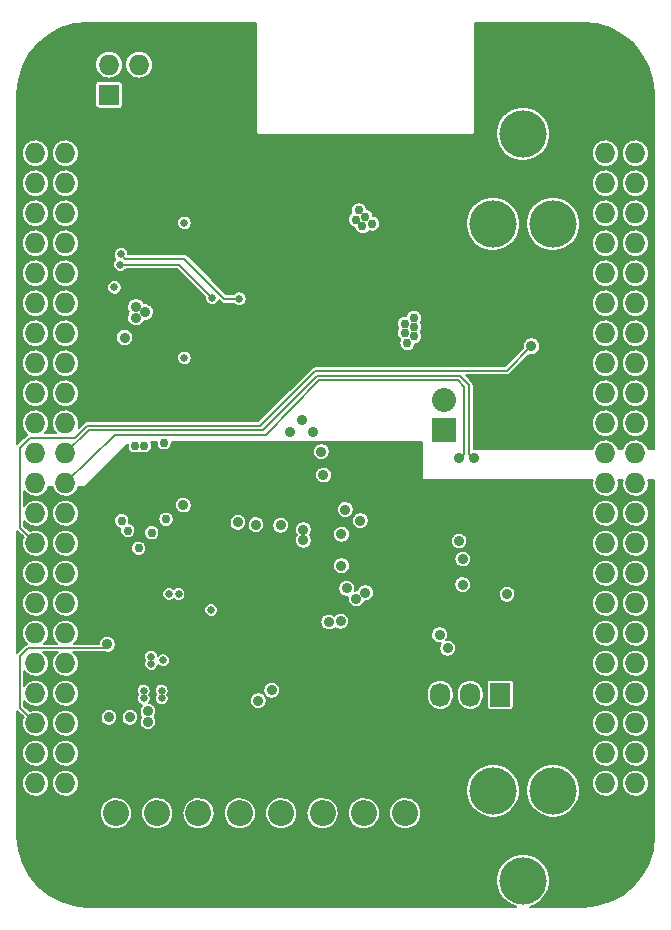
<source format=gbr>
G04 #@! TF.FileFunction,Copper,L2,Inr,Plane*
%FSLAX46Y46*%
G04 Gerber Fmt 4.6, Leading zero omitted, Abs format (unit mm)*
G04 Created by KiCad (PCBNEW (2015-02-03 BZR 5404)-product) date 9/2/2015 4:33:54 PM*
%MOMM*%
G01*
G04 APERTURE LIST*
%ADD10C,0.100000*%
%ADD11O,2.200000X2.200000*%
%ADD12R,1.727200X1.727200*%
%ADD13O,1.727200X1.727200*%
%ADD14C,4.000000*%
%ADD15C,0.450000*%
%ADD16R,1.727200X2.032000*%
%ADD17O,1.727200X2.032000*%
%ADD18R,2.032000X2.032000*%
%ADD19O,2.032000X2.032000*%
%ADD20C,0.635000*%
%ADD21C,0.762000*%
%ADD22C,0.889000*%
%ADD23C,0.203200*%
%ADD24C,0.177800*%
G04 APERTURE END LIST*
D10*
D11*
X58605000Y-103505000D03*
X55105000Y-103505000D03*
X51605000Y-103505000D03*
X48105000Y-103505000D03*
X44605000Y-103505000D03*
X41105000Y-103505000D03*
X37605000Y-103505000D03*
X34105000Y-103505000D03*
D12*
X75565000Y-45085000D03*
D13*
X78105000Y-45085000D03*
X75565000Y-47625000D03*
X78105000Y-47625000D03*
X75565000Y-50165000D03*
X78105000Y-50165000D03*
X75565000Y-52705000D03*
X78105000Y-52705000D03*
X75565000Y-55245000D03*
X78105000Y-55245000D03*
X75565000Y-57785000D03*
X78105000Y-57785000D03*
X75565000Y-60325000D03*
X78105000Y-60325000D03*
X75565000Y-62865000D03*
X78105000Y-62865000D03*
X75565000Y-65405000D03*
X78105000Y-65405000D03*
X75565000Y-67945000D03*
X78105000Y-67945000D03*
X75565000Y-70485000D03*
X78105000Y-70485000D03*
X75565000Y-73025000D03*
X78105000Y-73025000D03*
X75565000Y-75565000D03*
X78105000Y-75565000D03*
X75565000Y-78105000D03*
X78105000Y-78105000D03*
X75565000Y-80645000D03*
X78105000Y-80645000D03*
X75565000Y-83185000D03*
X78105000Y-83185000D03*
X75565000Y-85725000D03*
X78105000Y-85725000D03*
X75565000Y-88265000D03*
X78105000Y-88265000D03*
X75565000Y-90805000D03*
X78105000Y-90805000D03*
X75565000Y-93345000D03*
X78105000Y-93345000D03*
X75565000Y-95885000D03*
X78105000Y-95885000D03*
X75565000Y-98425000D03*
X78105000Y-98425000D03*
X75565000Y-100965000D03*
X78105000Y-100965000D03*
D12*
X27305000Y-45085000D03*
D13*
X29845000Y-45085000D03*
X27305000Y-47625000D03*
X29845000Y-47625000D03*
X27305000Y-50165000D03*
X29845000Y-50165000D03*
X27305000Y-52705000D03*
X29845000Y-52705000D03*
X27305000Y-55245000D03*
X29845000Y-55245000D03*
X27305000Y-57785000D03*
X29845000Y-57785000D03*
X27305000Y-60325000D03*
X29845000Y-60325000D03*
X27305000Y-62865000D03*
X29845000Y-62865000D03*
X27305000Y-65405000D03*
X29845000Y-65405000D03*
X27305000Y-67945000D03*
X29845000Y-67945000D03*
X27305000Y-70485000D03*
X29845000Y-70485000D03*
X27305000Y-73025000D03*
X29845000Y-73025000D03*
X27305000Y-75565000D03*
X29845000Y-75565000D03*
X27305000Y-78105000D03*
X29845000Y-78105000D03*
X27305000Y-80645000D03*
X29845000Y-80645000D03*
X27305000Y-83185000D03*
X29845000Y-83185000D03*
X27305000Y-85725000D03*
X29845000Y-85725000D03*
X27305000Y-88265000D03*
X29845000Y-88265000D03*
X27305000Y-90805000D03*
X29845000Y-90805000D03*
X27305000Y-93345000D03*
X29845000Y-93345000D03*
X27305000Y-95885000D03*
X29845000Y-95885000D03*
X27305000Y-98425000D03*
X29845000Y-98425000D03*
X27305000Y-100965000D03*
X29845000Y-100965000D03*
D14*
X71120000Y-53594000D03*
X66040000Y-53594000D03*
X68580000Y-45974000D03*
D12*
X33528000Y-42672000D03*
D13*
X33528000Y-40132000D03*
X36068000Y-42672000D03*
X36068000Y-40132000D03*
D14*
X66040000Y-101600000D03*
X71120000Y-101600000D03*
X68580000Y-109220000D03*
D15*
X44207000Y-61893500D03*
X43607000Y-61893500D03*
X43007000Y-61893500D03*
X42407000Y-61893500D03*
X44207000Y-62693500D03*
X43607000Y-62693500D03*
X43007000Y-62693500D03*
X42407000Y-62693500D03*
D16*
X66649600Y-93472000D03*
D17*
X64109600Y-93472000D03*
X61569600Y-93472000D03*
D18*
X61874400Y-71018400D03*
D19*
X61874400Y-68478400D03*
D20*
X38404800Y-87274400D03*
X41605200Y-84886800D03*
X39928800Y-94996000D03*
X40284400Y-96266000D03*
X39116000Y-96316800D03*
X40640000Y-83464400D03*
X39674800Y-83464400D03*
X39878000Y-82854800D03*
X38354000Y-83515200D03*
X38354000Y-82854800D03*
X41351200Y-82854800D03*
X37592000Y-83464400D03*
X36068000Y-83464400D03*
X36830000Y-82854800D03*
X43383200Y-82397600D03*
X42976800Y-80365600D03*
X44297600Y-80365600D03*
X43789600Y-82905600D03*
D21*
X48514000Y-88036400D03*
X50292000Y-88239600D03*
X50241200Y-86004400D03*
X49479200Y-87122000D03*
X48717200Y-86004400D03*
D20*
X39319200Y-90170000D03*
X38709600Y-89966800D03*
X39827200Y-90576400D03*
D21*
X43180000Y-89217500D03*
X42164000Y-90106500D03*
X45720000Y-89471500D03*
X44196000Y-89979500D03*
D20*
X41046400Y-87325200D03*
D22*
X36576000Y-61087000D03*
D21*
X36042600Y-81064100D03*
D22*
X35814000Y-60642500D03*
X35814000Y-61531500D03*
D20*
X36474400Y-93776800D03*
X36474400Y-93116400D03*
D22*
X39776400Y-68173600D03*
X43484800Y-67462400D03*
X41656000Y-63246000D03*
X45669200Y-63957200D03*
X46685200Y-65176400D03*
X45212000Y-65989200D03*
D21*
X55016400Y-57251600D03*
X55524400Y-55778400D03*
X54610000Y-57962800D03*
X54660800Y-56438800D03*
X44246800Y-56540400D03*
X42621200Y-56540400D03*
X42773600Y-51104800D03*
X43891200Y-50241200D03*
X43434000Y-57607200D03*
X43383200Y-55016400D03*
X43434000Y-56540400D03*
X36512500Y-58229500D03*
X36703000Y-58991500D03*
D20*
X42164000Y-86296500D03*
X37084000Y-90233500D03*
X38100000Y-90551000D03*
X37084000Y-90868500D03*
D22*
X33528000Y-95377000D03*
X35306000Y-95377000D03*
X36830000Y-94869000D03*
X36830000Y-95758000D03*
X46164500Y-93980000D03*
X47307500Y-93091000D03*
X51498500Y-72898000D03*
X50800000Y-71183500D03*
X49860200Y-70231000D03*
X48895000Y-71183500D03*
X51689000Y-74866500D03*
X55245000Y-84836000D03*
X54483000Y-85344000D03*
X53149500Y-87249000D03*
X52133500Y-87312500D03*
X53213000Y-82550000D03*
X53657500Y-84455000D03*
X54800500Y-78740000D03*
X53213000Y-79883000D03*
X53530500Y-77787500D03*
X49974500Y-79502000D03*
X49974500Y-80391000D03*
X48069500Y-79121000D03*
X45974000Y-79057500D03*
X44450000Y-78867000D03*
X39814500Y-77406500D03*
D21*
X38201600Y-72136000D03*
X37084000Y-70040500D03*
D22*
X33020000Y-66675000D03*
X33909000Y-66675000D03*
X56007000Y-62547500D03*
X55118000Y-61341000D03*
X56832500Y-61341000D03*
X62217300Y-89535000D03*
X61518800Y-88392000D03*
X63487300Y-84137500D03*
X67233800Y-84963000D03*
X63487300Y-81978500D03*
X63169800Y-80454500D03*
D21*
X51054000Y-51117500D03*
X51816000Y-52387500D03*
X50165000Y-52832000D03*
X50546000Y-50292000D03*
X52324000Y-48260000D03*
X52070000Y-50292000D03*
X52324000Y-49085500D03*
X35750500Y-72390000D03*
X36512500Y-72390000D03*
X34607500Y-78740000D03*
X35115500Y-79565500D03*
X37147500Y-79756000D03*
X38354000Y-78613000D03*
X44983400Y-51079400D03*
X34798000Y-54800500D03*
X59347100Y-61544200D03*
X59347100Y-62344300D03*
X59359800Y-63119000D03*
X58788300Y-63703200D03*
X58597800Y-62839600D03*
X58597800Y-62052200D03*
D22*
X34848800Y-63220600D03*
D20*
X39420800Y-84937600D03*
X38608000Y-84937600D03*
X37998400Y-93776800D03*
X37998400Y-93116400D03*
X44551600Y-59944000D03*
X34544000Y-56184800D03*
X42265600Y-59842400D03*
X34493200Y-57048400D03*
D21*
X54686200Y-52451000D03*
X55245000Y-53009800D03*
X55803800Y-53568600D03*
X54991000Y-53797200D03*
X54432200Y-53238400D03*
D20*
X39903400Y-53517800D03*
X39903400Y-64947800D03*
D22*
X33375600Y-89204800D03*
X69291200Y-63957200D03*
D20*
X33985200Y-58978800D03*
D22*
X64414400Y-73456800D03*
X63195200Y-73456800D03*
D23*
X43281600Y-59944000D02*
X39878000Y-56540400D01*
X39878000Y-56540400D02*
X34899600Y-56540400D01*
X34899600Y-56540400D02*
X34544000Y-56184800D01*
X44551600Y-59944000D02*
X43281600Y-59944000D01*
X39471600Y-57048400D02*
X34493200Y-57048400D01*
X42265600Y-59842400D02*
X39471600Y-57048400D01*
D24*
X27305000Y-95885000D02*
X26009600Y-94589600D01*
X33070800Y-89509600D02*
X33375600Y-89204800D01*
X26670000Y-89509600D02*
X33070800Y-89509600D01*
X26009600Y-90170000D02*
X26670000Y-89509600D01*
X26009600Y-94589600D02*
X26009600Y-90170000D01*
X27305000Y-80645000D02*
X26009600Y-79349600D01*
X67208400Y-66040000D02*
X69291200Y-63957200D01*
X51003200Y-66040000D02*
X67208400Y-66040000D01*
X46339895Y-70703305D02*
X51003200Y-66040000D01*
X31658695Y-70703305D02*
X46339895Y-70703305D01*
X30632400Y-71729600D02*
X31658695Y-70703305D01*
X26873200Y-71729600D02*
X30632400Y-71729600D01*
X26009600Y-72593200D02*
X26873200Y-71729600D01*
X26009600Y-79349600D02*
X26009600Y-72593200D01*
X64008218Y-67262525D02*
X64008218Y-73050618D01*
X64008218Y-73050618D02*
X64414400Y-73456800D01*
X29845000Y-73025000D02*
X31826200Y-71069200D01*
X64008000Y-67259200D02*
X64008218Y-67262525D01*
X63246000Y-66446400D02*
X64008000Y-67259200D01*
X51155600Y-66446400D02*
X63246000Y-66446400D01*
X46558200Y-71069200D02*
X51155600Y-66446400D01*
X31826200Y-71069200D02*
X46558200Y-71069200D01*
X29845000Y-75565000D02*
X34061400Y-71450200D01*
X34061400Y-71450200D02*
X46812200Y-71450200D01*
X46812200Y-71450200D02*
X51308000Y-66852800D01*
X51308000Y-66852800D02*
X63042800Y-66852800D01*
X63042800Y-66852800D02*
X63601600Y-67411600D01*
X63601600Y-67411600D02*
X63601600Y-73050400D01*
X63601600Y-73050400D02*
X63195200Y-73456800D01*
G36*
X79668300Y-105393290D02*
X79552265Y-106576699D01*
X79235300Y-107626538D01*
X79235300Y-100970469D01*
X79235300Y-100959531D01*
X79235300Y-98430469D01*
X79235300Y-98419531D01*
X79235300Y-95890469D01*
X79235300Y-95879531D01*
X79235300Y-93350469D01*
X79235300Y-93339531D01*
X79235300Y-90810469D01*
X79235300Y-90799531D01*
X79235300Y-88270469D01*
X79235300Y-88259531D01*
X79235300Y-85730469D01*
X79235300Y-85719531D01*
X79235300Y-83190469D01*
X79235300Y-83179531D01*
X79235300Y-80650469D01*
X79235300Y-80639531D01*
X79235300Y-78110469D01*
X79235300Y-78099531D01*
X79213774Y-77879988D01*
X79150014Y-77668807D01*
X79046451Y-77474033D01*
X78907028Y-77303083D01*
X78737056Y-77162470D01*
X78543009Y-77057549D01*
X78332278Y-76992317D01*
X78112891Y-76969259D01*
X77893203Y-76989252D01*
X77681582Y-77051535D01*
X77486089Y-77153736D01*
X77314171Y-77291963D01*
X77172374Y-77460949D01*
X77066101Y-77654258D01*
X76999400Y-77864528D01*
X76974810Y-78083750D01*
X76974700Y-78099531D01*
X76974700Y-78110469D01*
X76996226Y-78330012D01*
X77059986Y-78541193D01*
X77163549Y-78735967D01*
X77302972Y-78906917D01*
X77472944Y-79047530D01*
X77666991Y-79152451D01*
X77877722Y-79217683D01*
X78097109Y-79240741D01*
X78316797Y-79220748D01*
X78528418Y-79158465D01*
X78723911Y-79056264D01*
X78895829Y-78918037D01*
X79037626Y-78749051D01*
X79143899Y-78555742D01*
X79210600Y-78345472D01*
X79235190Y-78126250D01*
X79235300Y-78110469D01*
X79235300Y-80639531D01*
X79213774Y-80419988D01*
X79150014Y-80208807D01*
X79046451Y-80014033D01*
X78907028Y-79843083D01*
X78737056Y-79702470D01*
X78543009Y-79597549D01*
X78332278Y-79532317D01*
X78112891Y-79509259D01*
X77893203Y-79529252D01*
X77681582Y-79591535D01*
X77486089Y-79693736D01*
X77314171Y-79831963D01*
X77172374Y-80000949D01*
X77066101Y-80194258D01*
X76999400Y-80404528D01*
X76974810Y-80623750D01*
X76974700Y-80639531D01*
X76974700Y-80650469D01*
X76996226Y-80870012D01*
X77059986Y-81081193D01*
X77163549Y-81275967D01*
X77302972Y-81446917D01*
X77472944Y-81587530D01*
X77666991Y-81692451D01*
X77877722Y-81757683D01*
X78097109Y-81780741D01*
X78316797Y-81760748D01*
X78528418Y-81698465D01*
X78723911Y-81596264D01*
X78895829Y-81458037D01*
X79037626Y-81289051D01*
X79143899Y-81095742D01*
X79210600Y-80885472D01*
X79235190Y-80666250D01*
X79235300Y-80650469D01*
X79235300Y-83179531D01*
X79213774Y-82959988D01*
X79150014Y-82748807D01*
X79046451Y-82554033D01*
X78907028Y-82383083D01*
X78737056Y-82242470D01*
X78543009Y-82137549D01*
X78332278Y-82072317D01*
X78112891Y-82049259D01*
X77893203Y-82069252D01*
X77681582Y-82131535D01*
X77486089Y-82233736D01*
X77314171Y-82371963D01*
X77172374Y-82540949D01*
X77066101Y-82734258D01*
X76999400Y-82944528D01*
X76974810Y-83163750D01*
X76974700Y-83179531D01*
X76974700Y-83190469D01*
X76996226Y-83410012D01*
X77059986Y-83621193D01*
X77163549Y-83815967D01*
X77302972Y-83986917D01*
X77472944Y-84127530D01*
X77666991Y-84232451D01*
X77877722Y-84297683D01*
X78097109Y-84320741D01*
X78316797Y-84300748D01*
X78528418Y-84238465D01*
X78723911Y-84136264D01*
X78895829Y-83998037D01*
X79037626Y-83829051D01*
X79143899Y-83635742D01*
X79210600Y-83425472D01*
X79235190Y-83206250D01*
X79235300Y-83190469D01*
X79235300Y-85719531D01*
X79213774Y-85499988D01*
X79150014Y-85288807D01*
X79046451Y-85094033D01*
X78907028Y-84923083D01*
X78737056Y-84782470D01*
X78543009Y-84677549D01*
X78332278Y-84612317D01*
X78112891Y-84589259D01*
X77893203Y-84609252D01*
X77681582Y-84671535D01*
X77486089Y-84773736D01*
X77314171Y-84911963D01*
X77172374Y-85080949D01*
X77066101Y-85274258D01*
X76999400Y-85484528D01*
X76974810Y-85703750D01*
X76974700Y-85719531D01*
X76974700Y-85730469D01*
X76996226Y-85950012D01*
X77059986Y-86161193D01*
X77163549Y-86355967D01*
X77302972Y-86526917D01*
X77472944Y-86667530D01*
X77666991Y-86772451D01*
X77877722Y-86837683D01*
X78097109Y-86860741D01*
X78316797Y-86840748D01*
X78528418Y-86778465D01*
X78723911Y-86676264D01*
X78895829Y-86538037D01*
X79037626Y-86369051D01*
X79143899Y-86175742D01*
X79210600Y-85965472D01*
X79235190Y-85746250D01*
X79235300Y-85730469D01*
X79235300Y-88259531D01*
X79213774Y-88039988D01*
X79150014Y-87828807D01*
X79046451Y-87634033D01*
X78907028Y-87463083D01*
X78737056Y-87322470D01*
X78543009Y-87217549D01*
X78332278Y-87152317D01*
X78112891Y-87129259D01*
X77893203Y-87149252D01*
X77681582Y-87211535D01*
X77486089Y-87313736D01*
X77314171Y-87451963D01*
X77172374Y-87620949D01*
X77066101Y-87814258D01*
X76999400Y-88024528D01*
X76974810Y-88243750D01*
X76974700Y-88259531D01*
X76974700Y-88270469D01*
X76996226Y-88490012D01*
X77059986Y-88701193D01*
X77163549Y-88895967D01*
X77302972Y-89066917D01*
X77472944Y-89207530D01*
X77666991Y-89312451D01*
X77877722Y-89377683D01*
X78097109Y-89400741D01*
X78316797Y-89380748D01*
X78528418Y-89318465D01*
X78723911Y-89216264D01*
X78895829Y-89078037D01*
X79037626Y-88909051D01*
X79143899Y-88715742D01*
X79210600Y-88505472D01*
X79235190Y-88286250D01*
X79235300Y-88270469D01*
X79235300Y-90799531D01*
X79213774Y-90579988D01*
X79150014Y-90368807D01*
X79046451Y-90174033D01*
X78907028Y-90003083D01*
X78737056Y-89862470D01*
X78543009Y-89757549D01*
X78332278Y-89692317D01*
X78112891Y-89669259D01*
X77893203Y-89689252D01*
X77681582Y-89751535D01*
X77486089Y-89853736D01*
X77314171Y-89991963D01*
X77172374Y-90160949D01*
X77066101Y-90354258D01*
X76999400Y-90564528D01*
X76974810Y-90783750D01*
X76974700Y-90799531D01*
X76974700Y-90810469D01*
X76996226Y-91030012D01*
X77059986Y-91241193D01*
X77163549Y-91435967D01*
X77302972Y-91606917D01*
X77472944Y-91747530D01*
X77666991Y-91852451D01*
X77877722Y-91917683D01*
X78097109Y-91940741D01*
X78316797Y-91920748D01*
X78528418Y-91858465D01*
X78723911Y-91756264D01*
X78895829Y-91618037D01*
X79037626Y-91449051D01*
X79143899Y-91255742D01*
X79210600Y-91045472D01*
X79235190Y-90826250D01*
X79235300Y-90810469D01*
X79235300Y-93339531D01*
X79213774Y-93119988D01*
X79150014Y-92908807D01*
X79046451Y-92714033D01*
X78907028Y-92543083D01*
X78737056Y-92402470D01*
X78543009Y-92297549D01*
X78332278Y-92232317D01*
X78112891Y-92209259D01*
X77893203Y-92229252D01*
X77681582Y-92291535D01*
X77486089Y-92393736D01*
X77314171Y-92531963D01*
X77172374Y-92700949D01*
X77066101Y-92894258D01*
X76999400Y-93104528D01*
X76974810Y-93323750D01*
X76974700Y-93339531D01*
X76974700Y-93350469D01*
X76996226Y-93570012D01*
X77059986Y-93781193D01*
X77163549Y-93975967D01*
X77302972Y-94146917D01*
X77472944Y-94287530D01*
X77666991Y-94392451D01*
X77877722Y-94457683D01*
X78097109Y-94480741D01*
X78316797Y-94460748D01*
X78528418Y-94398465D01*
X78723911Y-94296264D01*
X78895829Y-94158037D01*
X79037626Y-93989051D01*
X79143899Y-93795742D01*
X79210600Y-93585472D01*
X79235190Y-93366250D01*
X79235300Y-93350469D01*
X79235300Y-95879531D01*
X79213774Y-95659988D01*
X79150014Y-95448807D01*
X79046451Y-95254033D01*
X78907028Y-95083083D01*
X78737056Y-94942470D01*
X78543009Y-94837549D01*
X78332278Y-94772317D01*
X78112891Y-94749259D01*
X77893203Y-94769252D01*
X77681582Y-94831535D01*
X77486089Y-94933736D01*
X77314171Y-95071963D01*
X77172374Y-95240949D01*
X77066101Y-95434258D01*
X76999400Y-95644528D01*
X76974810Y-95863750D01*
X76974700Y-95879531D01*
X76974700Y-95890469D01*
X76996226Y-96110012D01*
X77059986Y-96321193D01*
X77163549Y-96515967D01*
X77302972Y-96686917D01*
X77472944Y-96827530D01*
X77666991Y-96932451D01*
X77877722Y-96997683D01*
X78097109Y-97020741D01*
X78316797Y-97000748D01*
X78528418Y-96938465D01*
X78723911Y-96836264D01*
X78895829Y-96698037D01*
X79037626Y-96529051D01*
X79143899Y-96335742D01*
X79210600Y-96125472D01*
X79235190Y-95906250D01*
X79235300Y-95890469D01*
X79235300Y-98419531D01*
X79213774Y-98199988D01*
X79150014Y-97988807D01*
X79046451Y-97794033D01*
X78907028Y-97623083D01*
X78737056Y-97482470D01*
X78543009Y-97377549D01*
X78332278Y-97312317D01*
X78112891Y-97289259D01*
X77893203Y-97309252D01*
X77681582Y-97371535D01*
X77486089Y-97473736D01*
X77314171Y-97611963D01*
X77172374Y-97780949D01*
X77066101Y-97974258D01*
X76999400Y-98184528D01*
X76974810Y-98403750D01*
X76974700Y-98419531D01*
X76974700Y-98430469D01*
X76996226Y-98650012D01*
X77059986Y-98861193D01*
X77163549Y-99055967D01*
X77302972Y-99226917D01*
X77472944Y-99367530D01*
X77666991Y-99472451D01*
X77877722Y-99537683D01*
X78097109Y-99560741D01*
X78316797Y-99540748D01*
X78528418Y-99478465D01*
X78723911Y-99376264D01*
X78895829Y-99238037D01*
X79037626Y-99069051D01*
X79143899Y-98875742D01*
X79210600Y-98665472D01*
X79235190Y-98446250D01*
X79235300Y-98430469D01*
X79235300Y-100959531D01*
X79213774Y-100739988D01*
X79150014Y-100528807D01*
X79046451Y-100334033D01*
X78907028Y-100163083D01*
X78737056Y-100022470D01*
X78543009Y-99917549D01*
X78332278Y-99852317D01*
X78112891Y-99829259D01*
X77893203Y-99849252D01*
X77681582Y-99911535D01*
X77486089Y-100013736D01*
X77314171Y-100151963D01*
X77172374Y-100320949D01*
X77066101Y-100514258D01*
X76999400Y-100724528D01*
X76974810Y-100943750D01*
X76974700Y-100959531D01*
X76974700Y-100970469D01*
X76996226Y-101190012D01*
X77059986Y-101401193D01*
X77163549Y-101595967D01*
X77302972Y-101766917D01*
X77472944Y-101907530D01*
X77666991Y-102012451D01*
X77877722Y-102077683D01*
X78097109Y-102100741D01*
X78316797Y-102080748D01*
X78528418Y-102018465D01*
X78723911Y-101916264D01*
X78895829Y-101778037D01*
X79037626Y-101609051D01*
X79143899Y-101415742D01*
X79210600Y-101205472D01*
X79235190Y-100986250D01*
X79235300Y-100970469D01*
X79235300Y-107626538D01*
X79213434Y-107698962D01*
X78663077Y-108734033D01*
X77922150Y-109642499D01*
X77018881Y-110389748D01*
X76695300Y-110564707D01*
X76695300Y-100970469D01*
X76695300Y-100959531D01*
X76695300Y-98430469D01*
X76695300Y-98419531D01*
X76695300Y-95890469D01*
X76695300Y-95879531D01*
X76695300Y-93350469D01*
X76695300Y-93339531D01*
X76695300Y-90810469D01*
X76695300Y-90799531D01*
X76695300Y-88270469D01*
X76695300Y-88259531D01*
X76695300Y-85730469D01*
X76695300Y-85719531D01*
X76695300Y-83190469D01*
X76695300Y-83179531D01*
X76695300Y-80650469D01*
X76695300Y-80639531D01*
X76695300Y-78110469D01*
X76695300Y-78099531D01*
X76673774Y-77879988D01*
X76610014Y-77668807D01*
X76506451Y-77474033D01*
X76367028Y-77303083D01*
X76197056Y-77162470D01*
X76003009Y-77057549D01*
X75792278Y-76992317D01*
X75572891Y-76969259D01*
X75353203Y-76989252D01*
X75141582Y-77051535D01*
X74946089Y-77153736D01*
X74774171Y-77291963D01*
X74632374Y-77460949D01*
X74526101Y-77654258D01*
X74459400Y-77864528D01*
X74434810Y-78083750D01*
X74434700Y-78099531D01*
X74434700Y-78110469D01*
X74456226Y-78330012D01*
X74519986Y-78541193D01*
X74623549Y-78735967D01*
X74762972Y-78906917D01*
X74932944Y-79047530D01*
X75126991Y-79152451D01*
X75337722Y-79217683D01*
X75557109Y-79240741D01*
X75776797Y-79220748D01*
X75988418Y-79158465D01*
X76183911Y-79056264D01*
X76355829Y-78918037D01*
X76497626Y-78749051D01*
X76603899Y-78555742D01*
X76670600Y-78345472D01*
X76695190Y-78126250D01*
X76695300Y-78110469D01*
X76695300Y-80639531D01*
X76673774Y-80419988D01*
X76610014Y-80208807D01*
X76506451Y-80014033D01*
X76367028Y-79843083D01*
X76197056Y-79702470D01*
X76003009Y-79597549D01*
X75792278Y-79532317D01*
X75572891Y-79509259D01*
X75353203Y-79529252D01*
X75141582Y-79591535D01*
X74946089Y-79693736D01*
X74774171Y-79831963D01*
X74632374Y-80000949D01*
X74526101Y-80194258D01*
X74459400Y-80404528D01*
X74434810Y-80623750D01*
X74434700Y-80639531D01*
X74434700Y-80650469D01*
X74456226Y-80870012D01*
X74519986Y-81081193D01*
X74623549Y-81275967D01*
X74762972Y-81446917D01*
X74932944Y-81587530D01*
X75126991Y-81692451D01*
X75337722Y-81757683D01*
X75557109Y-81780741D01*
X75776797Y-81760748D01*
X75988418Y-81698465D01*
X76183911Y-81596264D01*
X76355829Y-81458037D01*
X76497626Y-81289051D01*
X76603899Y-81095742D01*
X76670600Y-80885472D01*
X76695190Y-80666250D01*
X76695300Y-80650469D01*
X76695300Y-83179531D01*
X76673774Y-82959988D01*
X76610014Y-82748807D01*
X76506451Y-82554033D01*
X76367028Y-82383083D01*
X76197056Y-82242470D01*
X76003009Y-82137549D01*
X75792278Y-82072317D01*
X75572891Y-82049259D01*
X75353203Y-82069252D01*
X75141582Y-82131535D01*
X74946089Y-82233736D01*
X74774171Y-82371963D01*
X74632374Y-82540949D01*
X74526101Y-82734258D01*
X74459400Y-82944528D01*
X74434810Y-83163750D01*
X74434700Y-83179531D01*
X74434700Y-83190469D01*
X74456226Y-83410012D01*
X74519986Y-83621193D01*
X74623549Y-83815967D01*
X74762972Y-83986917D01*
X74932944Y-84127530D01*
X75126991Y-84232451D01*
X75337722Y-84297683D01*
X75557109Y-84320741D01*
X75776797Y-84300748D01*
X75988418Y-84238465D01*
X76183911Y-84136264D01*
X76355829Y-83998037D01*
X76497626Y-83829051D01*
X76603899Y-83635742D01*
X76670600Y-83425472D01*
X76695190Y-83206250D01*
X76695300Y-83190469D01*
X76695300Y-85719531D01*
X76673774Y-85499988D01*
X76610014Y-85288807D01*
X76506451Y-85094033D01*
X76367028Y-84923083D01*
X76197056Y-84782470D01*
X76003009Y-84677549D01*
X75792278Y-84612317D01*
X75572891Y-84589259D01*
X75353203Y-84609252D01*
X75141582Y-84671535D01*
X74946089Y-84773736D01*
X74774171Y-84911963D01*
X74632374Y-85080949D01*
X74526101Y-85274258D01*
X74459400Y-85484528D01*
X74434810Y-85703750D01*
X74434700Y-85719531D01*
X74434700Y-85730469D01*
X74456226Y-85950012D01*
X74519986Y-86161193D01*
X74623549Y-86355967D01*
X74762972Y-86526917D01*
X74932944Y-86667530D01*
X75126991Y-86772451D01*
X75337722Y-86837683D01*
X75557109Y-86860741D01*
X75776797Y-86840748D01*
X75988418Y-86778465D01*
X76183911Y-86676264D01*
X76355829Y-86538037D01*
X76497626Y-86369051D01*
X76603899Y-86175742D01*
X76670600Y-85965472D01*
X76695190Y-85746250D01*
X76695300Y-85730469D01*
X76695300Y-88259531D01*
X76673774Y-88039988D01*
X76610014Y-87828807D01*
X76506451Y-87634033D01*
X76367028Y-87463083D01*
X76197056Y-87322470D01*
X76003009Y-87217549D01*
X75792278Y-87152317D01*
X75572891Y-87129259D01*
X75353203Y-87149252D01*
X75141582Y-87211535D01*
X74946089Y-87313736D01*
X74774171Y-87451963D01*
X74632374Y-87620949D01*
X74526101Y-87814258D01*
X74459400Y-88024528D01*
X74434810Y-88243750D01*
X74434700Y-88259531D01*
X74434700Y-88270469D01*
X74456226Y-88490012D01*
X74519986Y-88701193D01*
X74623549Y-88895967D01*
X74762972Y-89066917D01*
X74932944Y-89207530D01*
X75126991Y-89312451D01*
X75337722Y-89377683D01*
X75557109Y-89400741D01*
X75776797Y-89380748D01*
X75988418Y-89318465D01*
X76183911Y-89216264D01*
X76355829Y-89078037D01*
X76497626Y-88909051D01*
X76603899Y-88715742D01*
X76670600Y-88505472D01*
X76695190Y-88286250D01*
X76695300Y-88270469D01*
X76695300Y-90799531D01*
X76673774Y-90579988D01*
X76610014Y-90368807D01*
X76506451Y-90174033D01*
X76367028Y-90003083D01*
X76197056Y-89862470D01*
X76003009Y-89757549D01*
X75792278Y-89692317D01*
X75572891Y-89669259D01*
X75353203Y-89689252D01*
X75141582Y-89751535D01*
X74946089Y-89853736D01*
X74774171Y-89991963D01*
X74632374Y-90160949D01*
X74526101Y-90354258D01*
X74459400Y-90564528D01*
X74434810Y-90783750D01*
X74434700Y-90799531D01*
X74434700Y-90810469D01*
X74456226Y-91030012D01*
X74519986Y-91241193D01*
X74623549Y-91435967D01*
X74762972Y-91606917D01*
X74932944Y-91747530D01*
X75126991Y-91852451D01*
X75337722Y-91917683D01*
X75557109Y-91940741D01*
X75776797Y-91920748D01*
X75988418Y-91858465D01*
X76183911Y-91756264D01*
X76355829Y-91618037D01*
X76497626Y-91449051D01*
X76603899Y-91255742D01*
X76670600Y-91045472D01*
X76695190Y-90826250D01*
X76695300Y-90810469D01*
X76695300Y-93339531D01*
X76673774Y-93119988D01*
X76610014Y-92908807D01*
X76506451Y-92714033D01*
X76367028Y-92543083D01*
X76197056Y-92402470D01*
X76003009Y-92297549D01*
X75792278Y-92232317D01*
X75572891Y-92209259D01*
X75353203Y-92229252D01*
X75141582Y-92291535D01*
X74946089Y-92393736D01*
X74774171Y-92531963D01*
X74632374Y-92700949D01*
X74526101Y-92894258D01*
X74459400Y-93104528D01*
X74434810Y-93323750D01*
X74434700Y-93339531D01*
X74434700Y-93350469D01*
X74456226Y-93570012D01*
X74519986Y-93781193D01*
X74623549Y-93975967D01*
X74762972Y-94146917D01*
X74932944Y-94287530D01*
X75126991Y-94392451D01*
X75337722Y-94457683D01*
X75557109Y-94480741D01*
X75776797Y-94460748D01*
X75988418Y-94398465D01*
X76183911Y-94296264D01*
X76355829Y-94158037D01*
X76497626Y-93989051D01*
X76603899Y-93795742D01*
X76670600Y-93585472D01*
X76695190Y-93366250D01*
X76695300Y-93350469D01*
X76695300Y-95879531D01*
X76673774Y-95659988D01*
X76610014Y-95448807D01*
X76506451Y-95254033D01*
X76367028Y-95083083D01*
X76197056Y-94942470D01*
X76003009Y-94837549D01*
X75792278Y-94772317D01*
X75572891Y-94749259D01*
X75353203Y-94769252D01*
X75141582Y-94831535D01*
X74946089Y-94933736D01*
X74774171Y-95071963D01*
X74632374Y-95240949D01*
X74526101Y-95434258D01*
X74459400Y-95644528D01*
X74434810Y-95863750D01*
X74434700Y-95879531D01*
X74434700Y-95890469D01*
X74456226Y-96110012D01*
X74519986Y-96321193D01*
X74623549Y-96515967D01*
X74762972Y-96686917D01*
X74932944Y-96827530D01*
X75126991Y-96932451D01*
X75337722Y-96997683D01*
X75557109Y-97020741D01*
X75776797Y-97000748D01*
X75988418Y-96938465D01*
X76183911Y-96836264D01*
X76355829Y-96698037D01*
X76497626Y-96529051D01*
X76603899Y-96335742D01*
X76670600Y-96125472D01*
X76695190Y-95906250D01*
X76695300Y-95890469D01*
X76695300Y-98419531D01*
X76673774Y-98199988D01*
X76610014Y-97988807D01*
X76506451Y-97794033D01*
X76367028Y-97623083D01*
X76197056Y-97482470D01*
X76003009Y-97377549D01*
X75792278Y-97312317D01*
X75572891Y-97289259D01*
X75353203Y-97309252D01*
X75141582Y-97371535D01*
X74946089Y-97473736D01*
X74774171Y-97611963D01*
X74632374Y-97780949D01*
X74526101Y-97974258D01*
X74459400Y-98184528D01*
X74434810Y-98403750D01*
X74434700Y-98419531D01*
X74434700Y-98430469D01*
X74456226Y-98650012D01*
X74519986Y-98861193D01*
X74623549Y-99055967D01*
X74762972Y-99226917D01*
X74932944Y-99367530D01*
X75126991Y-99472451D01*
X75337722Y-99537683D01*
X75557109Y-99560741D01*
X75776797Y-99540748D01*
X75988418Y-99478465D01*
X76183911Y-99376264D01*
X76355829Y-99238037D01*
X76497626Y-99069051D01*
X76603899Y-98875742D01*
X76670600Y-98665472D01*
X76695190Y-98446250D01*
X76695300Y-98430469D01*
X76695300Y-100959531D01*
X76673774Y-100739988D01*
X76610014Y-100528807D01*
X76506451Y-100334033D01*
X76367028Y-100163083D01*
X76197056Y-100022470D01*
X76003009Y-99917549D01*
X75792278Y-99852317D01*
X75572891Y-99829259D01*
X75353203Y-99849252D01*
X75141582Y-99911535D01*
X74946089Y-100013736D01*
X74774171Y-100151963D01*
X74632374Y-100320949D01*
X74526101Y-100514258D01*
X74459400Y-100724528D01*
X74434810Y-100943750D01*
X74434700Y-100959531D01*
X74434700Y-100970469D01*
X74456226Y-101190012D01*
X74519986Y-101401193D01*
X74623549Y-101595967D01*
X74762972Y-101766917D01*
X74932944Y-101907530D01*
X75126991Y-102012451D01*
X75337722Y-102077683D01*
X75557109Y-102100741D01*
X75776797Y-102080748D01*
X75988418Y-102018465D01*
X76183911Y-101916264D01*
X76355829Y-101778037D01*
X76497626Y-101609051D01*
X76603899Y-101415742D01*
X76670600Y-101205472D01*
X76695190Y-100986250D01*
X76695300Y-100970469D01*
X76695300Y-110564707D01*
X75987675Y-110947319D01*
X74867805Y-111293977D01*
X73685830Y-111418207D01*
X73659377Y-111418300D01*
X73386798Y-111418300D01*
X73386798Y-101377739D01*
X73300456Y-100941682D01*
X73131061Y-100530700D01*
X72885066Y-100160447D01*
X72571840Y-99845027D01*
X72203314Y-99596453D01*
X71793525Y-99424193D01*
X71358081Y-99334809D01*
X70913569Y-99331706D01*
X70476920Y-99415001D01*
X70064765Y-99581522D01*
X69692805Y-99824927D01*
X69375205Y-100135943D01*
X69124064Y-100502725D01*
X68948948Y-100911302D01*
X68856527Y-101346111D01*
X68850320Y-101790590D01*
X68930565Y-102227810D01*
X69094205Y-102641117D01*
X69335006Y-103014768D01*
X69643798Y-103334531D01*
X70008818Y-103588227D01*
X70416162Y-103766191D01*
X70850315Y-103861646D01*
X71294740Y-103870955D01*
X71732510Y-103793765D01*
X72146949Y-103633014D01*
X72522272Y-103394827D01*
X72844183Y-103088275D01*
X73100421Y-102725036D01*
X73281225Y-102318944D01*
X73379708Y-101885467D01*
X73386798Y-101377739D01*
X73386798Y-111418300D01*
X69166790Y-111418300D01*
X69192510Y-111413765D01*
X69606949Y-111253014D01*
X69982272Y-111014827D01*
X70304183Y-110708275D01*
X70560421Y-110345036D01*
X70741225Y-109938944D01*
X70839708Y-109505467D01*
X70846798Y-108997739D01*
X70760456Y-108561682D01*
X70591061Y-108150700D01*
X70345066Y-107780447D01*
X70031840Y-107465027D01*
X69663314Y-107216453D01*
X69253525Y-107044193D01*
X68818081Y-106954809D01*
X68373569Y-106951706D01*
X68306798Y-106964443D01*
X68306798Y-101377739D01*
X68220456Y-100941682D01*
X68051061Y-100530700D01*
X67945030Y-100371110D01*
X67945030Y-84893263D01*
X67917940Y-84756446D01*
X67864791Y-84627496D01*
X67787607Y-84511326D01*
X67689329Y-84412360D01*
X67573701Y-84334367D01*
X67445125Y-84280319D01*
X67308500Y-84252274D01*
X67169030Y-84251300D01*
X67032027Y-84277435D01*
X66902710Y-84329683D01*
X66786003Y-84406053D01*
X66686353Y-84503638D01*
X66607555Y-84618719D01*
X66552611Y-84746914D01*
X66523613Y-84883340D01*
X66521665Y-85022800D01*
X66546843Y-85159982D01*
X66598187Y-85289661D01*
X66673741Y-85406898D01*
X66770627Y-85507226D01*
X66885155Y-85586826D01*
X67012964Y-85642664D01*
X67149184Y-85672614D01*
X67288627Y-85675535D01*
X67425981Y-85651315D01*
X67556016Y-85600878D01*
X67673777Y-85526145D01*
X67774780Y-85429961D01*
X67855177Y-85315991D01*
X67911906Y-85188576D01*
X67942806Y-85052568D01*
X67945030Y-84893263D01*
X67945030Y-100371110D01*
X67805066Y-100160447D01*
X67781190Y-100136403D01*
X67781190Y-94488000D01*
X67781190Y-92456000D01*
X67777673Y-92412722D01*
X67755215Y-92340903D01*
X67713677Y-92278158D01*
X67656333Y-92229434D01*
X67587703Y-92198574D01*
X67513200Y-92188010D01*
X65786000Y-92188010D01*
X65742722Y-92191527D01*
X65670903Y-92213985D01*
X65608158Y-92255523D01*
X65559434Y-92312867D01*
X65528574Y-92381497D01*
X65518010Y-92456000D01*
X65518010Y-94488000D01*
X65521527Y-94531278D01*
X65543985Y-94603097D01*
X65585523Y-94665842D01*
X65642867Y-94714566D01*
X65711497Y-94745426D01*
X65786000Y-94755990D01*
X67513200Y-94755990D01*
X67556478Y-94752473D01*
X67628297Y-94730015D01*
X67691042Y-94688477D01*
X67739766Y-94631133D01*
X67770626Y-94562503D01*
X67781190Y-94488000D01*
X67781190Y-100136403D01*
X67491840Y-99845027D01*
X67123314Y-99596453D01*
X66713525Y-99424193D01*
X66278081Y-99334809D01*
X65833569Y-99331706D01*
X65396920Y-99415001D01*
X65239900Y-99478441D01*
X65239900Y-93630606D01*
X65239900Y-93313394D01*
X65218374Y-93093851D01*
X65154614Y-92882670D01*
X65051051Y-92687896D01*
X64911628Y-92516946D01*
X64741656Y-92376333D01*
X64547609Y-92271412D01*
X64336878Y-92206180D01*
X64198530Y-92191639D01*
X64198530Y-84067763D01*
X64198530Y-81908763D01*
X64171440Y-81771946D01*
X64118291Y-81642996D01*
X64041107Y-81526826D01*
X63942829Y-81427860D01*
X63881030Y-81386175D01*
X63881030Y-80384763D01*
X63853940Y-80247946D01*
X63800791Y-80118996D01*
X63723607Y-80002826D01*
X63625329Y-79903860D01*
X63509701Y-79825867D01*
X63381125Y-79771819D01*
X63244500Y-79743774D01*
X63105030Y-79742800D01*
X62968027Y-79768935D01*
X62838710Y-79821183D01*
X62722003Y-79897553D01*
X62622353Y-79995138D01*
X62543555Y-80110219D01*
X62488611Y-80238414D01*
X62459613Y-80374840D01*
X62457665Y-80514300D01*
X62482843Y-80651482D01*
X62534187Y-80781161D01*
X62609741Y-80898398D01*
X62706627Y-80998726D01*
X62821155Y-81078326D01*
X62948964Y-81134164D01*
X63085184Y-81164114D01*
X63224627Y-81167035D01*
X63361981Y-81142815D01*
X63492016Y-81092378D01*
X63609777Y-81017645D01*
X63710780Y-80921461D01*
X63791177Y-80807491D01*
X63847906Y-80680076D01*
X63878806Y-80544068D01*
X63881030Y-80384763D01*
X63881030Y-81386175D01*
X63827201Y-81349867D01*
X63698625Y-81295819D01*
X63562000Y-81267774D01*
X63422530Y-81266800D01*
X63285527Y-81292935D01*
X63156210Y-81345183D01*
X63039503Y-81421553D01*
X62939853Y-81519138D01*
X62861055Y-81634219D01*
X62806111Y-81762414D01*
X62777113Y-81898840D01*
X62775165Y-82038300D01*
X62800343Y-82175482D01*
X62851687Y-82305161D01*
X62927241Y-82422398D01*
X63024127Y-82522726D01*
X63138655Y-82602326D01*
X63266464Y-82658164D01*
X63402684Y-82688114D01*
X63542127Y-82691035D01*
X63679481Y-82666815D01*
X63809516Y-82616378D01*
X63927277Y-82541645D01*
X64028280Y-82445461D01*
X64108677Y-82331491D01*
X64165406Y-82204076D01*
X64196306Y-82068068D01*
X64198530Y-81908763D01*
X64198530Y-84067763D01*
X64171440Y-83930946D01*
X64118291Y-83801996D01*
X64041107Y-83685826D01*
X63942829Y-83586860D01*
X63827201Y-83508867D01*
X63698625Y-83454819D01*
X63562000Y-83426774D01*
X63422530Y-83425800D01*
X63285527Y-83451935D01*
X63156210Y-83504183D01*
X63039503Y-83580553D01*
X62939853Y-83678138D01*
X62861055Y-83793219D01*
X62806111Y-83921414D01*
X62777113Y-84057840D01*
X62775165Y-84197300D01*
X62800343Y-84334482D01*
X62851687Y-84464161D01*
X62927241Y-84581398D01*
X63024127Y-84681726D01*
X63138655Y-84761326D01*
X63266464Y-84817164D01*
X63402684Y-84847114D01*
X63542127Y-84850035D01*
X63679481Y-84825815D01*
X63809516Y-84775378D01*
X63927277Y-84700645D01*
X64028280Y-84604461D01*
X64108677Y-84490491D01*
X64165406Y-84363076D01*
X64196306Y-84227068D01*
X64198530Y-84067763D01*
X64198530Y-92191639D01*
X64117491Y-92183122D01*
X63897803Y-92203115D01*
X63686182Y-92265398D01*
X63490689Y-92367599D01*
X63318771Y-92505826D01*
X63176974Y-92674812D01*
X63070701Y-92868121D01*
X63004000Y-93078391D01*
X62979410Y-93297613D01*
X62979300Y-93313394D01*
X62979300Y-93630606D01*
X63000826Y-93850149D01*
X63064586Y-94061330D01*
X63168149Y-94256104D01*
X63307572Y-94427054D01*
X63477544Y-94567667D01*
X63671591Y-94672588D01*
X63882322Y-94737820D01*
X64101709Y-94760878D01*
X64321397Y-94740885D01*
X64533018Y-94678602D01*
X64728511Y-94576401D01*
X64900429Y-94438174D01*
X65042226Y-94269188D01*
X65148499Y-94075879D01*
X65215200Y-93865609D01*
X65239790Y-93646387D01*
X65239900Y-93630606D01*
X65239900Y-99478441D01*
X64984765Y-99581522D01*
X64612805Y-99824927D01*
X64295205Y-100135943D01*
X64044064Y-100502725D01*
X63868948Y-100911302D01*
X63776527Y-101346111D01*
X63770320Y-101790590D01*
X63850565Y-102227810D01*
X64014205Y-102641117D01*
X64255006Y-103014768D01*
X64563798Y-103334531D01*
X64928818Y-103588227D01*
X65336162Y-103766191D01*
X65770315Y-103861646D01*
X66214740Y-103870955D01*
X66652510Y-103793765D01*
X67066949Y-103633014D01*
X67442272Y-103394827D01*
X67764183Y-103088275D01*
X68020421Y-102725036D01*
X68201225Y-102318944D01*
X68299708Y-101885467D01*
X68306798Y-101377739D01*
X68306798Y-106964443D01*
X67936920Y-107035001D01*
X67524765Y-107201522D01*
X67152805Y-107444927D01*
X66835205Y-107755943D01*
X66584064Y-108122725D01*
X66408948Y-108531302D01*
X66316527Y-108966111D01*
X66310320Y-109410590D01*
X66390565Y-109847810D01*
X66554205Y-110261117D01*
X66795006Y-110634768D01*
X67103798Y-110954531D01*
X67468818Y-111208227D01*
X67876162Y-111386191D01*
X68022201Y-111418300D01*
X62928530Y-111418300D01*
X62928530Y-89465263D01*
X62901440Y-89328446D01*
X62848291Y-89199496D01*
X62771107Y-89083326D01*
X62672829Y-88984360D01*
X62557201Y-88906367D01*
X62428625Y-88852319D01*
X62292000Y-88824274D01*
X62152530Y-88823300D01*
X62074425Y-88838199D01*
X62140177Y-88744991D01*
X62196906Y-88617576D01*
X62227806Y-88481568D01*
X62230030Y-88322263D01*
X62202940Y-88185446D01*
X62149791Y-88056496D01*
X62072607Y-87940326D01*
X61974329Y-87841360D01*
X61858701Y-87763367D01*
X61730125Y-87709319D01*
X61593500Y-87681274D01*
X61454030Y-87680300D01*
X61317027Y-87706435D01*
X61187710Y-87758683D01*
X61071003Y-87835053D01*
X60971353Y-87932638D01*
X60892555Y-88047719D01*
X60837611Y-88175914D01*
X60808613Y-88312340D01*
X60806665Y-88451800D01*
X60831843Y-88588982D01*
X60883187Y-88718661D01*
X60958741Y-88835898D01*
X61055627Y-88936226D01*
X61170155Y-89015826D01*
X61297964Y-89071664D01*
X61434184Y-89101614D01*
X61573627Y-89104535D01*
X61660563Y-89089205D01*
X61591055Y-89190719D01*
X61536111Y-89318914D01*
X61507113Y-89455340D01*
X61505165Y-89594800D01*
X61530343Y-89731982D01*
X61581687Y-89861661D01*
X61657241Y-89978898D01*
X61754127Y-90079226D01*
X61868655Y-90158826D01*
X61996464Y-90214664D01*
X62132684Y-90244614D01*
X62272127Y-90247535D01*
X62409481Y-90223315D01*
X62539516Y-90172878D01*
X62657277Y-90098145D01*
X62758280Y-90001961D01*
X62838677Y-89887991D01*
X62895406Y-89760576D01*
X62926306Y-89624568D01*
X62928530Y-89465263D01*
X62928530Y-111418300D01*
X62699900Y-111418300D01*
X62699900Y-93630606D01*
X62699900Y-93313394D01*
X62678374Y-93093851D01*
X62614614Y-92882670D01*
X62511051Y-92687896D01*
X62371628Y-92516946D01*
X62201656Y-92376333D01*
X62007609Y-92271412D01*
X61796878Y-92206180D01*
X61577491Y-92183122D01*
X61357803Y-92203115D01*
X61146182Y-92265398D01*
X60950689Y-92367599D01*
X60778771Y-92505826D01*
X60636974Y-92674812D01*
X60530701Y-92868121D01*
X60464000Y-93078391D01*
X60439410Y-93297613D01*
X60439300Y-93313394D01*
X60439300Y-93630606D01*
X60460826Y-93850149D01*
X60524586Y-94061330D01*
X60628149Y-94256104D01*
X60767572Y-94427054D01*
X60937544Y-94567667D01*
X61131591Y-94672588D01*
X61342322Y-94737820D01*
X61561709Y-94760878D01*
X61781397Y-94740885D01*
X61993018Y-94678602D01*
X62188511Y-94576401D01*
X62360429Y-94438174D01*
X62502226Y-94269188D01*
X62608499Y-94075879D01*
X62675200Y-93865609D01*
X62699790Y-93646387D01*
X62699900Y-93630606D01*
X62699900Y-111418300D01*
X59978280Y-111418300D01*
X59978280Y-103514541D01*
X59954105Y-103248906D01*
X59878795Y-102993025D01*
X59755219Y-102756645D01*
X59588083Y-102548770D01*
X59383753Y-102377317D01*
X59150013Y-102248818D01*
X58895766Y-102168166D01*
X58630695Y-102138433D01*
X58611613Y-102138300D01*
X58598387Y-102138300D01*
X58332927Y-102164329D01*
X58077578Y-102241423D01*
X57842067Y-102366647D01*
X57635363Y-102535230D01*
X57465341Y-102740751D01*
X57338477Y-102975382D01*
X57259602Y-103230187D01*
X57231720Y-103495459D01*
X57255895Y-103761094D01*
X57331205Y-104016975D01*
X57454781Y-104253355D01*
X57621917Y-104461230D01*
X57826247Y-104632683D01*
X58059987Y-104761182D01*
X58314234Y-104841834D01*
X58579305Y-104871567D01*
X58598387Y-104871700D01*
X58611613Y-104871700D01*
X58877073Y-104845671D01*
X59132422Y-104768577D01*
X59367933Y-104643353D01*
X59574637Y-104474770D01*
X59744659Y-104269249D01*
X59871523Y-104034618D01*
X59950398Y-103779813D01*
X59978280Y-103514541D01*
X59978280Y-111418300D01*
X56478280Y-111418300D01*
X56478280Y-103514541D01*
X56454105Y-103248906D01*
X56378795Y-102993025D01*
X56255219Y-102756645D01*
X56088083Y-102548770D01*
X55956230Y-102438132D01*
X55956230Y-84766263D01*
X55929140Y-84629446D01*
X55875991Y-84500496D01*
X55798807Y-84384326D01*
X55700529Y-84285360D01*
X55584901Y-84207367D01*
X55511730Y-84176608D01*
X55511730Y-78670263D01*
X55484640Y-78533446D01*
X55431491Y-78404496D01*
X55354307Y-78288326D01*
X55256029Y-78189360D01*
X55140401Y-78111367D01*
X55011825Y-78057319D01*
X54875200Y-78029274D01*
X54735730Y-78028300D01*
X54598727Y-78054435D01*
X54469410Y-78106683D01*
X54352703Y-78183053D01*
X54253053Y-78280638D01*
X54241730Y-78297174D01*
X54241730Y-77717763D01*
X54214640Y-77580946D01*
X54161491Y-77451996D01*
X54084307Y-77335826D01*
X53986029Y-77236860D01*
X53870401Y-77158867D01*
X53741825Y-77104819D01*
X53605200Y-77076774D01*
X53465730Y-77075800D01*
X53328727Y-77101935D01*
X53199410Y-77154183D01*
X53082703Y-77230553D01*
X52983053Y-77328138D01*
X52904255Y-77443219D01*
X52849311Y-77571414D01*
X52820313Y-77707840D01*
X52818365Y-77847300D01*
X52843543Y-77984482D01*
X52894887Y-78114161D01*
X52970441Y-78231398D01*
X53067327Y-78331726D01*
X53181855Y-78411326D01*
X53309664Y-78467164D01*
X53445884Y-78497114D01*
X53585327Y-78500035D01*
X53722681Y-78475815D01*
X53852716Y-78425378D01*
X53970477Y-78350645D01*
X54071480Y-78254461D01*
X54151877Y-78140491D01*
X54208606Y-78013076D01*
X54239506Y-77877068D01*
X54241730Y-77717763D01*
X54241730Y-78297174D01*
X54174255Y-78395719D01*
X54119311Y-78523914D01*
X54090313Y-78660340D01*
X54088365Y-78799800D01*
X54113543Y-78936982D01*
X54164887Y-79066661D01*
X54240441Y-79183898D01*
X54337327Y-79284226D01*
X54451855Y-79363826D01*
X54579664Y-79419664D01*
X54715884Y-79449614D01*
X54855327Y-79452535D01*
X54992681Y-79428315D01*
X55122716Y-79377878D01*
X55240477Y-79303145D01*
X55341480Y-79206961D01*
X55421877Y-79092991D01*
X55478606Y-78965576D01*
X55509506Y-78829568D01*
X55511730Y-78670263D01*
X55511730Y-84176608D01*
X55456325Y-84153319D01*
X55319700Y-84125274D01*
X55180230Y-84124300D01*
X55043227Y-84150435D01*
X54913910Y-84202683D01*
X54797203Y-84279053D01*
X54697553Y-84376638D01*
X54618755Y-84491719D01*
X54563811Y-84619914D01*
X54560834Y-84633917D01*
X54557700Y-84633274D01*
X54418230Y-84632300D01*
X54343327Y-84646588D01*
X54366506Y-84544568D01*
X54368730Y-84385263D01*
X54341640Y-84248446D01*
X54288491Y-84119496D01*
X54211307Y-84003326D01*
X54113029Y-83904360D01*
X53997401Y-83826367D01*
X53924230Y-83795608D01*
X53924230Y-82480263D01*
X53924230Y-79813263D01*
X53897140Y-79676446D01*
X53843991Y-79547496D01*
X53766807Y-79431326D01*
X53668529Y-79332360D01*
X53552901Y-79254367D01*
X53424325Y-79200319D01*
X53287700Y-79172274D01*
X53148230Y-79171300D01*
X53011227Y-79197435D01*
X52881910Y-79249683D01*
X52765203Y-79326053D01*
X52665553Y-79423638D01*
X52586755Y-79538719D01*
X52531811Y-79666914D01*
X52502813Y-79803340D01*
X52500865Y-79942800D01*
X52526043Y-80079982D01*
X52577387Y-80209661D01*
X52652941Y-80326898D01*
X52749827Y-80427226D01*
X52864355Y-80506826D01*
X52992164Y-80562664D01*
X53128384Y-80592614D01*
X53267827Y-80595535D01*
X53405181Y-80571315D01*
X53535216Y-80520878D01*
X53652977Y-80446145D01*
X53753980Y-80349961D01*
X53834377Y-80235991D01*
X53891106Y-80108576D01*
X53922006Y-79972568D01*
X53924230Y-79813263D01*
X53924230Y-82480263D01*
X53897140Y-82343446D01*
X53843991Y-82214496D01*
X53766807Y-82098326D01*
X53668529Y-81999360D01*
X53552901Y-81921367D01*
X53424325Y-81867319D01*
X53287700Y-81839274D01*
X53148230Y-81838300D01*
X53011227Y-81864435D01*
X52881910Y-81916683D01*
X52765203Y-81993053D01*
X52665553Y-82090638D01*
X52586755Y-82205719D01*
X52531811Y-82333914D01*
X52502813Y-82470340D01*
X52500865Y-82609800D01*
X52526043Y-82746982D01*
X52577387Y-82876661D01*
X52652941Y-82993898D01*
X52749827Y-83094226D01*
X52864355Y-83173826D01*
X52992164Y-83229664D01*
X53128384Y-83259614D01*
X53267827Y-83262535D01*
X53405181Y-83238315D01*
X53535216Y-83187878D01*
X53652977Y-83113145D01*
X53753980Y-83016961D01*
X53834377Y-82902991D01*
X53891106Y-82775576D01*
X53922006Y-82639568D01*
X53924230Y-82480263D01*
X53924230Y-83795608D01*
X53868825Y-83772319D01*
X53732200Y-83744274D01*
X53592730Y-83743300D01*
X53455727Y-83769435D01*
X53326410Y-83821683D01*
X53209703Y-83898053D01*
X53110053Y-83995638D01*
X53031255Y-84110719D01*
X52976311Y-84238914D01*
X52947313Y-84375340D01*
X52945365Y-84514800D01*
X52970543Y-84651982D01*
X53021887Y-84781661D01*
X53097441Y-84898898D01*
X53194327Y-84999226D01*
X53308855Y-85078826D01*
X53436664Y-85134664D01*
X53572884Y-85164614D01*
X53712327Y-85167535D01*
X53796545Y-85152684D01*
X53772813Y-85264340D01*
X53770865Y-85403800D01*
X53796043Y-85540982D01*
X53847387Y-85670661D01*
X53922941Y-85787898D01*
X54019827Y-85888226D01*
X54134355Y-85967826D01*
X54262164Y-86023664D01*
X54398384Y-86053614D01*
X54537827Y-86056535D01*
X54675181Y-86032315D01*
X54805216Y-85981878D01*
X54922977Y-85907145D01*
X55023980Y-85810961D01*
X55104377Y-85696991D01*
X55161106Y-85569576D01*
X55166520Y-85545742D01*
X55299827Y-85548535D01*
X55437181Y-85524315D01*
X55567216Y-85473878D01*
X55684977Y-85399145D01*
X55785980Y-85302961D01*
X55866377Y-85188991D01*
X55923106Y-85061576D01*
X55954006Y-84925568D01*
X55956230Y-84766263D01*
X55956230Y-102438132D01*
X55883753Y-102377317D01*
X55650013Y-102248818D01*
X55395766Y-102168166D01*
X55130695Y-102138433D01*
X55111613Y-102138300D01*
X55098387Y-102138300D01*
X54832927Y-102164329D01*
X54577578Y-102241423D01*
X54342067Y-102366647D01*
X54135363Y-102535230D01*
X53965341Y-102740751D01*
X53860730Y-102934225D01*
X53860730Y-87179263D01*
X53833640Y-87042446D01*
X53780491Y-86913496D01*
X53703307Y-86797326D01*
X53605029Y-86698360D01*
X53489401Y-86620367D01*
X53360825Y-86566319D01*
X53224200Y-86538274D01*
X53084730Y-86537300D01*
X52947727Y-86563435D01*
X52818410Y-86615683D01*
X52701703Y-86692053D01*
X52609435Y-86782408D01*
X52589029Y-86761860D01*
X52473401Y-86683867D01*
X52400230Y-86653108D01*
X52400230Y-74796763D01*
X52373140Y-74659946D01*
X52319991Y-74530996D01*
X52242807Y-74414826D01*
X52209730Y-74381517D01*
X52209730Y-72828263D01*
X52182640Y-72691446D01*
X52129491Y-72562496D01*
X52052307Y-72446326D01*
X51954029Y-72347360D01*
X51838401Y-72269367D01*
X51709825Y-72215319D01*
X51573200Y-72187274D01*
X51433730Y-72186300D01*
X51296727Y-72212435D01*
X51167410Y-72264683D01*
X51050703Y-72341053D01*
X50951053Y-72438638D01*
X50872255Y-72553719D01*
X50817311Y-72681914D01*
X50788313Y-72818340D01*
X50786365Y-72957800D01*
X50811543Y-73094982D01*
X50862887Y-73224661D01*
X50938441Y-73341898D01*
X51035327Y-73442226D01*
X51149855Y-73521826D01*
X51277664Y-73577664D01*
X51413884Y-73607614D01*
X51553327Y-73610535D01*
X51690681Y-73586315D01*
X51820716Y-73535878D01*
X51938477Y-73461145D01*
X52039480Y-73364961D01*
X52119877Y-73250991D01*
X52176606Y-73123576D01*
X52207506Y-72987568D01*
X52209730Y-72828263D01*
X52209730Y-74381517D01*
X52144529Y-74315860D01*
X52028901Y-74237867D01*
X51900325Y-74183819D01*
X51763700Y-74155774D01*
X51624230Y-74154800D01*
X51487227Y-74180935D01*
X51357910Y-74233183D01*
X51241203Y-74309553D01*
X51141553Y-74407138D01*
X51062755Y-74522219D01*
X51007811Y-74650414D01*
X50978813Y-74786840D01*
X50976865Y-74926300D01*
X51002043Y-75063482D01*
X51053387Y-75193161D01*
X51128941Y-75310398D01*
X51225827Y-75410726D01*
X51340355Y-75490326D01*
X51468164Y-75546164D01*
X51604384Y-75576114D01*
X51743827Y-75579035D01*
X51881181Y-75554815D01*
X52011216Y-75504378D01*
X52128977Y-75429645D01*
X52229980Y-75333461D01*
X52310377Y-75219491D01*
X52367106Y-75092076D01*
X52398006Y-74956068D01*
X52400230Y-74796763D01*
X52400230Y-86653108D01*
X52344825Y-86629819D01*
X52208200Y-86601774D01*
X52068730Y-86600800D01*
X51931727Y-86626935D01*
X51802410Y-86679183D01*
X51685703Y-86755553D01*
X51586053Y-86853138D01*
X51507255Y-86968219D01*
X51452311Y-87096414D01*
X51423313Y-87232840D01*
X51421365Y-87372300D01*
X51446543Y-87509482D01*
X51497887Y-87639161D01*
X51573441Y-87756398D01*
X51670327Y-87856726D01*
X51784855Y-87936326D01*
X51912664Y-87992164D01*
X52048884Y-88022114D01*
X52188327Y-88025035D01*
X52325681Y-88000815D01*
X52455716Y-87950378D01*
X52573477Y-87875645D01*
X52673726Y-87780178D01*
X52686327Y-87793226D01*
X52800855Y-87872826D01*
X52928664Y-87928664D01*
X53064884Y-87958614D01*
X53204327Y-87961535D01*
X53341681Y-87937315D01*
X53471716Y-87886878D01*
X53589477Y-87812145D01*
X53690480Y-87715961D01*
X53770877Y-87601991D01*
X53827606Y-87474576D01*
X53858506Y-87338568D01*
X53860730Y-87179263D01*
X53860730Y-102934225D01*
X53838477Y-102975382D01*
X53759602Y-103230187D01*
X53731720Y-103495459D01*
X53755895Y-103761094D01*
X53831205Y-104016975D01*
X53954781Y-104253355D01*
X54121917Y-104461230D01*
X54326247Y-104632683D01*
X54559987Y-104761182D01*
X54814234Y-104841834D01*
X55079305Y-104871567D01*
X55098387Y-104871700D01*
X55111613Y-104871700D01*
X55377073Y-104845671D01*
X55632422Y-104768577D01*
X55867933Y-104643353D01*
X56074637Y-104474770D01*
X56244659Y-104269249D01*
X56371523Y-104034618D01*
X56450398Y-103779813D01*
X56478280Y-103514541D01*
X56478280Y-111418300D01*
X52978280Y-111418300D01*
X52978280Y-103514541D01*
X52954105Y-103248906D01*
X52878795Y-102993025D01*
X52755219Y-102756645D01*
X52588083Y-102548770D01*
X52383753Y-102377317D01*
X52150013Y-102248818D01*
X51895766Y-102168166D01*
X51630695Y-102138433D01*
X51611613Y-102138300D01*
X51598387Y-102138300D01*
X51332927Y-102164329D01*
X51077578Y-102241423D01*
X50842067Y-102366647D01*
X50685730Y-102494151D01*
X50685730Y-80321263D01*
X50658640Y-80184446D01*
X50605491Y-80055496D01*
X50532225Y-79945223D01*
X50595877Y-79854991D01*
X50652606Y-79727576D01*
X50683506Y-79591568D01*
X50685730Y-79432263D01*
X50658640Y-79295446D01*
X50605491Y-79166496D01*
X50528307Y-79050326D01*
X50430029Y-78951360D01*
X50314401Y-78873367D01*
X50185825Y-78819319D01*
X50049200Y-78791274D01*
X49909730Y-78790300D01*
X49772727Y-78816435D01*
X49643410Y-78868683D01*
X49526703Y-78945053D01*
X49427053Y-79042638D01*
X49348255Y-79157719D01*
X49293311Y-79285914D01*
X49264313Y-79422340D01*
X49262365Y-79561800D01*
X49287543Y-79698982D01*
X49338887Y-79828661D01*
X49414441Y-79945898D01*
X49416107Y-79947623D01*
X49348255Y-80046719D01*
X49293311Y-80174914D01*
X49264313Y-80311340D01*
X49262365Y-80450800D01*
X49287543Y-80587982D01*
X49338887Y-80717661D01*
X49414441Y-80834898D01*
X49511327Y-80935226D01*
X49625855Y-81014826D01*
X49753664Y-81070664D01*
X49889884Y-81100614D01*
X50029327Y-81103535D01*
X50166681Y-81079315D01*
X50296716Y-81028878D01*
X50414477Y-80954145D01*
X50515480Y-80857961D01*
X50595877Y-80743991D01*
X50652606Y-80616576D01*
X50683506Y-80480568D01*
X50685730Y-80321263D01*
X50685730Y-102494151D01*
X50635363Y-102535230D01*
X50465341Y-102740751D01*
X50338477Y-102975382D01*
X50259602Y-103230187D01*
X50231720Y-103495459D01*
X50255895Y-103761094D01*
X50331205Y-104016975D01*
X50454781Y-104253355D01*
X50621917Y-104461230D01*
X50826247Y-104632683D01*
X51059987Y-104761182D01*
X51314234Y-104841834D01*
X51579305Y-104871567D01*
X51598387Y-104871700D01*
X51611613Y-104871700D01*
X51877073Y-104845671D01*
X52132422Y-104768577D01*
X52367933Y-104643353D01*
X52574637Y-104474770D01*
X52744659Y-104269249D01*
X52871523Y-104034618D01*
X52950398Y-103779813D01*
X52978280Y-103514541D01*
X52978280Y-111418300D01*
X49478280Y-111418300D01*
X49478280Y-103514541D01*
X49454105Y-103248906D01*
X49378795Y-102993025D01*
X49255219Y-102756645D01*
X49088083Y-102548770D01*
X48883753Y-102377317D01*
X48780730Y-102320679D01*
X48780730Y-79051263D01*
X48753640Y-78914446D01*
X48700491Y-78785496D01*
X48623307Y-78669326D01*
X48525029Y-78570360D01*
X48409401Y-78492367D01*
X48280825Y-78438319D01*
X48144200Y-78410274D01*
X48004730Y-78409300D01*
X47867727Y-78435435D01*
X47738410Y-78487683D01*
X47621703Y-78564053D01*
X47522053Y-78661638D01*
X47443255Y-78776719D01*
X47388311Y-78904914D01*
X47359313Y-79041340D01*
X47357365Y-79180800D01*
X47382543Y-79317982D01*
X47433887Y-79447661D01*
X47509441Y-79564898D01*
X47606327Y-79665226D01*
X47720855Y-79744826D01*
X47848664Y-79800664D01*
X47984884Y-79830614D01*
X48124327Y-79833535D01*
X48261681Y-79809315D01*
X48391716Y-79758878D01*
X48509477Y-79684145D01*
X48610480Y-79587961D01*
X48690877Y-79473991D01*
X48747606Y-79346576D01*
X48778506Y-79210568D01*
X48780730Y-79051263D01*
X48780730Y-102320679D01*
X48650013Y-102248818D01*
X48395766Y-102168166D01*
X48130695Y-102138433D01*
X48111613Y-102138300D01*
X48098387Y-102138300D01*
X48018730Y-102146110D01*
X48018730Y-93021263D01*
X47991640Y-92884446D01*
X47938491Y-92755496D01*
X47861307Y-92639326D01*
X47763029Y-92540360D01*
X47647401Y-92462367D01*
X47518825Y-92408319D01*
X47382200Y-92380274D01*
X47242730Y-92379300D01*
X47105727Y-92405435D01*
X46976410Y-92457683D01*
X46859703Y-92534053D01*
X46760053Y-92631638D01*
X46685230Y-92740913D01*
X46685230Y-78987763D01*
X46658140Y-78850946D01*
X46604991Y-78721996D01*
X46527807Y-78605826D01*
X46429529Y-78506860D01*
X46313901Y-78428867D01*
X46185325Y-78374819D01*
X46048700Y-78346774D01*
X45909230Y-78345800D01*
X45772227Y-78371935D01*
X45642910Y-78424183D01*
X45526203Y-78500553D01*
X45426553Y-78598138D01*
X45347755Y-78713219D01*
X45292811Y-78841414D01*
X45263813Y-78977840D01*
X45261865Y-79117300D01*
X45287043Y-79254482D01*
X45338387Y-79384161D01*
X45413941Y-79501398D01*
X45510827Y-79601726D01*
X45625355Y-79681326D01*
X45753164Y-79737164D01*
X45889384Y-79767114D01*
X46028827Y-79770035D01*
X46166181Y-79745815D01*
X46296216Y-79695378D01*
X46413977Y-79620645D01*
X46514980Y-79524461D01*
X46595377Y-79410491D01*
X46652106Y-79283076D01*
X46683006Y-79147068D01*
X46685230Y-78987763D01*
X46685230Y-92740913D01*
X46681255Y-92746719D01*
X46626311Y-92874914D01*
X46597313Y-93011340D01*
X46595365Y-93150800D01*
X46620543Y-93287982D01*
X46671887Y-93417661D01*
X46747441Y-93534898D01*
X46844327Y-93635226D01*
X46958855Y-93714826D01*
X47086664Y-93770664D01*
X47222884Y-93800614D01*
X47362327Y-93803535D01*
X47499681Y-93779315D01*
X47629716Y-93728878D01*
X47747477Y-93654145D01*
X47848480Y-93557961D01*
X47928877Y-93443991D01*
X47985606Y-93316576D01*
X48016506Y-93180568D01*
X48018730Y-93021263D01*
X48018730Y-102146110D01*
X47832927Y-102164329D01*
X47577578Y-102241423D01*
X47342067Y-102366647D01*
X47135363Y-102535230D01*
X46965341Y-102740751D01*
X46875730Y-102906483D01*
X46875730Y-93910263D01*
X46848640Y-93773446D01*
X46795491Y-93644496D01*
X46718307Y-93528326D01*
X46620029Y-93429360D01*
X46504401Y-93351367D01*
X46375825Y-93297319D01*
X46239200Y-93269274D01*
X46099730Y-93268300D01*
X45962727Y-93294435D01*
X45833410Y-93346683D01*
X45716703Y-93423053D01*
X45617053Y-93520638D01*
X45538255Y-93635719D01*
X45483311Y-93763914D01*
X45454313Y-93900340D01*
X45452365Y-94039800D01*
X45477543Y-94176982D01*
X45528887Y-94306661D01*
X45604441Y-94423898D01*
X45701327Y-94524226D01*
X45815855Y-94603826D01*
X45943664Y-94659664D01*
X46079884Y-94689614D01*
X46219327Y-94692535D01*
X46356681Y-94668315D01*
X46486716Y-94617878D01*
X46604477Y-94543145D01*
X46705480Y-94446961D01*
X46785877Y-94332991D01*
X46842606Y-94205576D01*
X46873506Y-94069568D01*
X46875730Y-93910263D01*
X46875730Y-102906483D01*
X46838477Y-102975382D01*
X46759602Y-103230187D01*
X46731720Y-103495459D01*
X46755895Y-103761094D01*
X46831205Y-104016975D01*
X46954781Y-104253355D01*
X47121917Y-104461230D01*
X47326247Y-104632683D01*
X47559987Y-104761182D01*
X47814234Y-104841834D01*
X48079305Y-104871567D01*
X48098387Y-104871700D01*
X48111613Y-104871700D01*
X48377073Y-104845671D01*
X48632422Y-104768577D01*
X48867933Y-104643353D01*
X49074637Y-104474770D01*
X49244659Y-104269249D01*
X49371523Y-104034618D01*
X49450398Y-103779813D01*
X49478280Y-103514541D01*
X49478280Y-111418300D01*
X45978280Y-111418300D01*
X45978280Y-103514541D01*
X45954105Y-103248906D01*
X45878795Y-102993025D01*
X45755219Y-102756645D01*
X45588083Y-102548770D01*
X45383753Y-102377317D01*
X45161230Y-102254984D01*
X45161230Y-78797263D01*
X45134140Y-78660446D01*
X45080991Y-78531496D01*
X45003807Y-78415326D01*
X44905529Y-78316360D01*
X44789901Y-78238367D01*
X44661325Y-78184319D01*
X44524700Y-78156274D01*
X44385230Y-78155300D01*
X44248227Y-78181435D01*
X44118910Y-78233683D01*
X44002203Y-78310053D01*
X43902553Y-78407638D01*
X43823755Y-78522719D01*
X43768811Y-78650914D01*
X43739813Y-78787340D01*
X43737865Y-78926800D01*
X43763043Y-79063982D01*
X43814387Y-79193661D01*
X43889941Y-79310898D01*
X43986827Y-79411226D01*
X44101355Y-79490826D01*
X44229164Y-79546664D01*
X44365384Y-79576614D01*
X44504827Y-79579535D01*
X44642181Y-79555315D01*
X44772216Y-79504878D01*
X44889977Y-79430145D01*
X44990980Y-79333961D01*
X45071377Y-79219991D01*
X45128106Y-79092576D01*
X45159006Y-78956568D01*
X45161230Y-78797263D01*
X45161230Y-102254984D01*
X45150013Y-102248818D01*
X44895766Y-102168166D01*
X44630695Y-102138433D01*
X44611613Y-102138300D01*
X44598387Y-102138300D01*
X44332927Y-102164329D01*
X44077578Y-102241423D01*
X43842067Y-102366647D01*
X43635363Y-102535230D01*
X43465341Y-102740751D01*
X43338477Y-102975382D01*
X43259602Y-103230187D01*
X43231720Y-103495459D01*
X43255895Y-103761094D01*
X43331205Y-104016975D01*
X43454781Y-104253355D01*
X43621917Y-104461230D01*
X43826247Y-104632683D01*
X44059987Y-104761182D01*
X44314234Y-104841834D01*
X44579305Y-104871567D01*
X44598387Y-104871700D01*
X44611613Y-104871700D01*
X44877073Y-104845671D01*
X45132422Y-104768577D01*
X45367933Y-104643353D01*
X45574637Y-104474770D01*
X45744659Y-104269249D01*
X45871523Y-104034618D01*
X45950398Y-103779813D01*
X45978280Y-103514541D01*
X45978280Y-111418300D01*
X42748225Y-111418300D01*
X42748225Y-86239216D01*
X42725972Y-86126831D01*
X42682314Y-86020908D01*
X42618913Y-85925482D01*
X42538185Y-85844188D01*
X42443204Y-85780123D01*
X42337589Y-85735726D01*
X42225361Y-85712689D01*
X42110796Y-85711889D01*
X41998258Y-85733357D01*
X41892033Y-85776275D01*
X41796167Y-85839008D01*
X41714311Y-85919166D01*
X41649584Y-86013698D01*
X41604451Y-86119001D01*
X41580631Y-86231065D01*
X41579032Y-86345621D01*
X41599713Y-86458307D01*
X41641889Y-86564829D01*
X41703951Y-86661131D01*
X41783536Y-86743544D01*
X41877613Y-86808929D01*
X41982599Y-86854796D01*
X42094494Y-86879398D01*
X42209036Y-86881797D01*
X42321863Y-86861902D01*
X42428677Y-86820472D01*
X42525410Y-86759084D01*
X42608377Y-86680076D01*
X42674417Y-86586457D01*
X42721016Y-86481795D01*
X42746398Y-86370074D01*
X42748225Y-86239216D01*
X42748225Y-111418300D01*
X42478280Y-111418300D01*
X42478280Y-103514541D01*
X42454105Y-103248906D01*
X42378795Y-102993025D01*
X42255219Y-102756645D01*
X42088083Y-102548770D01*
X41883753Y-102377317D01*
X41650013Y-102248818D01*
X41395766Y-102168166D01*
X41130695Y-102138433D01*
X41111613Y-102138300D01*
X41098387Y-102138300D01*
X40832927Y-102164329D01*
X40577578Y-102241423D01*
X40525730Y-102268991D01*
X40525730Y-77336763D01*
X40498640Y-77199946D01*
X40445491Y-77070996D01*
X40368307Y-76954826D01*
X40270029Y-76855860D01*
X40154401Y-76777867D01*
X40025825Y-76723819D01*
X39889200Y-76695774D01*
X39749730Y-76694800D01*
X39612727Y-76720935D01*
X39483410Y-76773183D01*
X39366703Y-76849553D01*
X39267053Y-76947138D01*
X39188255Y-77062219D01*
X39133311Y-77190414D01*
X39104313Y-77326840D01*
X39102365Y-77466300D01*
X39127543Y-77603482D01*
X39178887Y-77733161D01*
X39254441Y-77850398D01*
X39351327Y-77950726D01*
X39465855Y-78030326D01*
X39593664Y-78086164D01*
X39729884Y-78116114D01*
X39869327Y-78119035D01*
X40006681Y-78094815D01*
X40136716Y-78044378D01*
X40254477Y-77969645D01*
X40355480Y-77873461D01*
X40435877Y-77759491D01*
X40492606Y-77632076D01*
X40523506Y-77496068D01*
X40525730Y-77336763D01*
X40525730Y-102268991D01*
X40342067Y-102366647D01*
X40135363Y-102535230D01*
X40005025Y-102692781D01*
X40005025Y-84880316D01*
X39982772Y-84767931D01*
X39939114Y-84662008D01*
X39875713Y-84566582D01*
X39794985Y-84485288D01*
X39700004Y-84421223D01*
X39594389Y-84376826D01*
X39482161Y-84353789D01*
X39367596Y-84352989D01*
X39255058Y-84374457D01*
X39148833Y-84417375D01*
X39052967Y-84480108D01*
X39014473Y-84517802D01*
X39001728Y-84504967D01*
X39001728Y-78549490D01*
X38977056Y-78424888D01*
X38928652Y-78307452D01*
X38858360Y-78201654D01*
X38768857Y-78111524D01*
X38663552Y-78040495D01*
X38546457Y-77991272D01*
X38422031Y-77965731D01*
X38295013Y-77964845D01*
X38170243Y-77988646D01*
X38052471Y-78036229D01*
X37946185Y-78105780D01*
X37855432Y-78194652D01*
X37783670Y-78299458D01*
X37733631Y-78416207D01*
X37707222Y-78540452D01*
X37705449Y-78667460D01*
X37728378Y-78792394D01*
X37775138Y-78910495D01*
X37843946Y-79017264D01*
X37932182Y-79108635D01*
X38036484Y-79181127D01*
X38152881Y-79231980D01*
X38276939Y-79259256D01*
X38403931Y-79261916D01*
X38529022Y-79239859D01*
X38647446Y-79193925D01*
X38754693Y-79125864D01*
X38846678Y-79038268D01*
X38919897Y-78934474D01*
X38971561Y-78818435D01*
X38999702Y-78694571D01*
X39001728Y-78549490D01*
X39001728Y-84504967D01*
X38982185Y-84485288D01*
X38887204Y-84421223D01*
X38781589Y-84376826D01*
X38669361Y-84353789D01*
X38554796Y-84352989D01*
X38442258Y-84374457D01*
X38336033Y-84417375D01*
X38240167Y-84480108D01*
X38158311Y-84560266D01*
X38093584Y-84654798D01*
X38048451Y-84760101D01*
X38024631Y-84872165D01*
X38023032Y-84986721D01*
X38043713Y-85099407D01*
X38085889Y-85205929D01*
X38147951Y-85302231D01*
X38227536Y-85384644D01*
X38321613Y-85450029D01*
X38426599Y-85495896D01*
X38538494Y-85520498D01*
X38653036Y-85522897D01*
X38765863Y-85503002D01*
X38872677Y-85461572D01*
X38969410Y-85400184D01*
X39014175Y-85357554D01*
X39040336Y-85384644D01*
X39134413Y-85450029D01*
X39239399Y-85495896D01*
X39351294Y-85520498D01*
X39465836Y-85522897D01*
X39578663Y-85503002D01*
X39685477Y-85461572D01*
X39782210Y-85400184D01*
X39865177Y-85321176D01*
X39931217Y-85227557D01*
X39977816Y-85122895D01*
X40003198Y-85011174D01*
X40005025Y-84880316D01*
X40005025Y-102692781D01*
X39965341Y-102740751D01*
X39838477Y-102975382D01*
X39759602Y-103230187D01*
X39731720Y-103495459D01*
X39755895Y-103761094D01*
X39831205Y-104016975D01*
X39954781Y-104253355D01*
X40121917Y-104461230D01*
X40326247Y-104632683D01*
X40559987Y-104761182D01*
X40814234Y-104841834D01*
X41079305Y-104871567D01*
X41098387Y-104871700D01*
X41111613Y-104871700D01*
X41377073Y-104845671D01*
X41632422Y-104768577D01*
X41867933Y-104643353D01*
X42074637Y-104474770D01*
X42244659Y-104269249D01*
X42371523Y-104034618D01*
X42450398Y-103779813D01*
X42478280Y-103514541D01*
X42478280Y-111418300D01*
X38978280Y-111418300D01*
X38978280Y-103514541D01*
X38954105Y-103248906D01*
X38878795Y-102993025D01*
X38755219Y-102756645D01*
X38684225Y-102668346D01*
X38684225Y-90493716D01*
X38661972Y-90381331D01*
X38618314Y-90275408D01*
X38554913Y-90179982D01*
X38474185Y-90098688D01*
X38379204Y-90034623D01*
X38273589Y-89990226D01*
X38161361Y-89967189D01*
X38046796Y-89966389D01*
X37934258Y-89987857D01*
X37828033Y-90030775D01*
X37795228Y-90052242D01*
X37795228Y-79692490D01*
X37770556Y-79567888D01*
X37722152Y-79450452D01*
X37651860Y-79344654D01*
X37562357Y-79254524D01*
X37457052Y-79183495D01*
X37339957Y-79134272D01*
X37215531Y-79108731D01*
X37088513Y-79107845D01*
X36963743Y-79131646D01*
X36845971Y-79179229D01*
X36739685Y-79248780D01*
X36648932Y-79337652D01*
X36577170Y-79442458D01*
X36527131Y-79559207D01*
X36500722Y-79683452D01*
X36498949Y-79810460D01*
X36521878Y-79935394D01*
X36568638Y-80053495D01*
X36637446Y-80160264D01*
X36725682Y-80251635D01*
X36829984Y-80324127D01*
X36946381Y-80374980D01*
X37070439Y-80402256D01*
X37197431Y-80404916D01*
X37322522Y-80382859D01*
X37440946Y-80336925D01*
X37548193Y-80268864D01*
X37640178Y-80181268D01*
X37713397Y-80077474D01*
X37765061Y-79961435D01*
X37793202Y-79837571D01*
X37795228Y-79692490D01*
X37795228Y-90052242D01*
X37732167Y-90093508D01*
X37664892Y-90159386D01*
X37645972Y-90063831D01*
X37602314Y-89957908D01*
X37538913Y-89862482D01*
X37458185Y-89781188D01*
X37363204Y-89717123D01*
X37257589Y-89672726D01*
X37145361Y-89649689D01*
X37030796Y-89648889D01*
X36918258Y-89670357D01*
X36812033Y-89713275D01*
X36716167Y-89776008D01*
X36690328Y-89801311D01*
X36690328Y-81000590D01*
X36665656Y-80875988D01*
X36617252Y-80758552D01*
X36546960Y-80652754D01*
X36457457Y-80562624D01*
X36352152Y-80491595D01*
X36235057Y-80442372D01*
X36110631Y-80416831D01*
X35983613Y-80415945D01*
X35858843Y-80439746D01*
X35763228Y-80478376D01*
X35763228Y-79501990D01*
X35738556Y-79377388D01*
X35690152Y-79259952D01*
X35619860Y-79154154D01*
X35530357Y-79064024D01*
X35425052Y-78992995D01*
X35307957Y-78943772D01*
X35229115Y-78927588D01*
X35253202Y-78821571D01*
X35255228Y-78676490D01*
X35230556Y-78551888D01*
X35182152Y-78434452D01*
X35111860Y-78328654D01*
X35022357Y-78238524D01*
X34917052Y-78167495D01*
X34799957Y-78118272D01*
X34675531Y-78092731D01*
X34548513Y-78091845D01*
X34423743Y-78115646D01*
X34305971Y-78163229D01*
X34199685Y-78232780D01*
X34108932Y-78321652D01*
X34037170Y-78426458D01*
X33987131Y-78543207D01*
X33960722Y-78667452D01*
X33958949Y-78794460D01*
X33981878Y-78919394D01*
X34028638Y-79037495D01*
X34097446Y-79144264D01*
X34185682Y-79235635D01*
X34289984Y-79308127D01*
X34406381Y-79358980D01*
X34493143Y-79378056D01*
X34468722Y-79492952D01*
X34466949Y-79619960D01*
X34489878Y-79744894D01*
X34536638Y-79862995D01*
X34605446Y-79969764D01*
X34693682Y-80061135D01*
X34797984Y-80133627D01*
X34914381Y-80184480D01*
X35038439Y-80211756D01*
X35165431Y-80214416D01*
X35290522Y-80192359D01*
X35408946Y-80146425D01*
X35516193Y-80078364D01*
X35608178Y-79990768D01*
X35681397Y-79886974D01*
X35733061Y-79770935D01*
X35761202Y-79647071D01*
X35763228Y-79501990D01*
X35763228Y-80478376D01*
X35741071Y-80487329D01*
X35634785Y-80556880D01*
X35544032Y-80645752D01*
X35472270Y-80750558D01*
X35422231Y-80867307D01*
X35395822Y-80991552D01*
X35394049Y-81118560D01*
X35416978Y-81243494D01*
X35463738Y-81361595D01*
X35532546Y-81468364D01*
X35620782Y-81559735D01*
X35725084Y-81632227D01*
X35841481Y-81683080D01*
X35965539Y-81710356D01*
X36092531Y-81713016D01*
X36217622Y-81690959D01*
X36336046Y-81645025D01*
X36443293Y-81576964D01*
X36535278Y-81489368D01*
X36608497Y-81385574D01*
X36660161Y-81269535D01*
X36688302Y-81145671D01*
X36690328Y-81000590D01*
X36690328Y-89801311D01*
X36634311Y-89856166D01*
X36569584Y-89950698D01*
X36524451Y-90056001D01*
X36500631Y-90168065D01*
X36499032Y-90282621D01*
X36519713Y-90395307D01*
X36561889Y-90501829D01*
X36593463Y-90550822D01*
X36569584Y-90585698D01*
X36524451Y-90691001D01*
X36500631Y-90803065D01*
X36499032Y-90917621D01*
X36519713Y-91030307D01*
X36561889Y-91136829D01*
X36623951Y-91233131D01*
X36703536Y-91315544D01*
X36797613Y-91380929D01*
X36902599Y-91426796D01*
X37014494Y-91451398D01*
X37129036Y-91453797D01*
X37241863Y-91433902D01*
X37348677Y-91392472D01*
X37445410Y-91331084D01*
X37528377Y-91252076D01*
X37594417Y-91158457D01*
X37641016Y-91053795D01*
X37666224Y-90942838D01*
X37719536Y-90998044D01*
X37813613Y-91063429D01*
X37918599Y-91109296D01*
X38030494Y-91133898D01*
X38145036Y-91136297D01*
X38257863Y-91116402D01*
X38364677Y-91074972D01*
X38461410Y-91013584D01*
X38544377Y-90934576D01*
X38610417Y-90840957D01*
X38657016Y-90736295D01*
X38682398Y-90624574D01*
X38684225Y-90493716D01*
X38684225Y-102668346D01*
X38588083Y-102548770D01*
X38582625Y-102544190D01*
X38582625Y-93719516D01*
X38560372Y-93607131D01*
X38516714Y-93501208D01*
X38480430Y-93446597D01*
X38508817Y-93406357D01*
X38555416Y-93301695D01*
X38580798Y-93189974D01*
X38582625Y-93059116D01*
X38560372Y-92946731D01*
X38516714Y-92840808D01*
X38453313Y-92745382D01*
X38372585Y-92664088D01*
X38277604Y-92600023D01*
X38171989Y-92555626D01*
X38059761Y-92532589D01*
X37945196Y-92531789D01*
X37832658Y-92553257D01*
X37726433Y-92596175D01*
X37630567Y-92658908D01*
X37548711Y-92739066D01*
X37483984Y-92833598D01*
X37438851Y-92938901D01*
X37415031Y-93050965D01*
X37413432Y-93165521D01*
X37434113Y-93278207D01*
X37476289Y-93384729D01*
X37516295Y-93446807D01*
X37483984Y-93493998D01*
X37438851Y-93599301D01*
X37415031Y-93711365D01*
X37413432Y-93825921D01*
X37434113Y-93938607D01*
X37476289Y-94045129D01*
X37538351Y-94141431D01*
X37617936Y-94223844D01*
X37712013Y-94289229D01*
X37816999Y-94335096D01*
X37928894Y-94359698D01*
X38043436Y-94362097D01*
X38156263Y-94342202D01*
X38263077Y-94300772D01*
X38359810Y-94239384D01*
X38442777Y-94160376D01*
X38508817Y-94066757D01*
X38555416Y-93962095D01*
X38580798Y-93850374D01*
X38582625Y-93719516D01*
X38582625Y-102544190D01*
X38383753Y-102377317D01*
X38150013Y-102248818D01*
X37895766Y-102168166D01*
X37630695Y-102138433D01*
X37611613Y-102138300D01*
X37598387Y-102138300D01*
X37541230Y-102143904D01*
X37541230Y-95688263D01*
X37514140Y-95551446D01*
X37460991Y-95422496D01*
X37387725Y-95312223D01*
X37451377Y-95221991D01*
X37508106Y-95094576D01*
X37539006Y-94958568D01*
X37541230Y-94799263D01*
X37514140Y-94662446D01*
X37460991Y-94533496D01*
X37383807Y-94417326D01*
X37285529Y-94318360D01*
X37169901Y-94240367D01*
X37041325Y-94186319D01*
X36918096Y-94161023D01*
X36918777Y-94160376D01*
X36984817Y-94066757D01*
X37031416Y-93962095D01*
X37056798Y-93850374D01*
X37058625Y-93719516D01*
X37036372Y-93607131D01*
X36992714Y-93501208D01*
X36956430Y-93446597D01*
X36984817Y-93406357D01*
X37031416Y-93301695D01*
X37056798Y-93189974D01*
X37058625Y-93059116D01*
X37036372Y-92946731D01*
X36992714Y-92840808D01*
X36929313Y-92745382D01*
X36848585Y-92664088D01*
X36753604Y-92600023D01*
X36647989Y-92555626D01*
X36535761Y-92532589D01*
X36421196Y-92531789D01*
X36308658Y-92553257D01*
X36202433Y-92596175D01*
X36106567Y-92658908D01*
X36024711Y-92739066D01*
X35959984Y-92833598D01*
X35914851Y-92938901D01*
X35891031Y-93050965D01*
X35889432Y-93165521D01*
X35910113Y-93278207D01*
X35952289Y-93384729D01*
X35992295Y-93446807D01*
X35959984Y-93493998D01*
X35914851Y-93599301D01*
X35891031Y-93711365D01*
X35889432Y-93825921D01*
X35910113Y-93938607D01*
X35952289Y-94045129D01*
X36014351Y-94141431D01*
X36093936Y-94223844D01*
X36188013Y-94289229D01*
X36292999Y-94335096D01*
X36346630Y-94346887D01*
X36282553Y-94409638D01*
X36203755Y-94524719D01*
X36148811Y-94652914D01*
X36119813Y-94789340D01*
X36117865Y-94928800D01*
X36143043Y-95065982D01*
X36194387Y-95195661D01*
X36269941Y-95312898D01*
X36271607Y-95314623D01*
X36203755Y-95413719D01*
X36148811Y-95541914D01*
X36119813Y-95678340D01*
X36117865Y-95817800D01*
X36143043Y-95954982D01*
X36194387Y-96084661D01*
X36269941Y-96201898D01*
X36366827Y-96302226D01*
X36481355Y-96381826D01*
X36609164Y-96437664D01*
X36745384Y-96467614D01*
X36884827Y-96470535D01*
X37022181Y-96446315D01*
X37152216Y-96395878D01*
X37269977Y-96321145D01*
X37370980Y-96224961D01*
X37451377Y-96110991D01*
X37508106Y-95983576D01*
X37539006Y-95847568D01*
X37541230Y-95688263D01*
X37541230Y-102143904D01*
X37332927Y-102164329D01*
X37077578Y-102241423D01*
X36842067Y-102366647D01*
X36635363Y-102535230D01*
X36465341Y-102740751D01*
X36338477Y-102975382D01*
X36259602Y-103230187D01*
X36231720Y-103495459D01*
X36255895Y-103761094D01*
X36331205Y-104016975D01*
X36454781Y-104253355D01*
X36621917Y-104461230D01*
X36826247Y-104632683D01*
X37059987Y-104761182D01*
X37314234Y-104841834D01*
X37579305Y-104871567D01*
X37598387Y-104871700D01*
X37611613Y-104871700D01*
X37877073Y-104845671D01*
X38132422Y-104768577D01*
X38367933Y-104643353D01*
X38574637Y-104474770D01*
X38744659Y-104269249D01*
X38871523Y-104034618D01*
X38950398Y-103779813D01*
X38978280Y-103514541D01*
X38978280Y-111418300D01*
X36017230Y-111418300D01*
X36017230Y-95307263D01*
X35990140Y-95170446D01*
X35936991Y-95041496D01*
X35859807Y-94925326D01*
X35761529Y-94826360D01*
X35645901Y-94748367D01*
X35517325Y-94694319D01*
X35380700Y-94666274D01*
X35241230Y-94665300D01*
X35104227Y-94691435D01*
X34974910Y-94743683D01*
X34858203Y-94820053D01*
X34758553Y-94917638D01*
X34679755Y-95032719D01*
X34624811Y-95160914D01*
X34595813Y-95297340D01*
X34593865Y-95436800D01*
X34619043Y-95573982D01*
X34670387Y-95703661D01*
X34745941Y-95820898D01*
X34842827Y-95921226D01*
X34957355Y-96000826D01*
X35085164Y-96056664D01*
X35221384Y-96086614D01*
X35360827Y-96089535D01*
X35498181Y-96065315D01*
X35628216Y-96014878D01*
X35745977Y-95940145D01*
X35846980Y-95843961D01*
X35927377Y-95729991D01*
X35984106Y-95602576D01*
X36015006Y-95466568D01*
X36017230Y-95307263D01*
X36017230Y-111418300D01*
X35478280Y-111418300D01*
X35478280Y-103514541D01*
X35454105Y-103248906D01*
X35378795Y-102993025D01*
X35255219Y-102756645D01*
X35088083Y-102548770D01*
X34883753Y-102377317D01*
X34650013Y-102248818D01*
X34395766Y-102168166D01*
X34239230Y-102150607D01*
X34239230Y-95307263D01*
X34212140Y-95170446D01*
X34158991Y-95041496D01*
X34081807Y-94925326D01*
X33983529Y-94826360D01*
X33867901Y-94748367D01*
X33739325Y-94694319D01*
X33602700Y-94666274D01*
X33463230Y-94665300D01*
X33326227Y-94691435D01*
X33196910Y-94743683D01*
X33080203Y-94820053D01*
X32980553Y-94917638D01*
X32901755Y-95032719D01*
X32846811Y-95160914D01*
X32817813Y-95297340D01*
X32815865Y-95436800D01*
X32841043Y-95573982D01*
X32892387Y-95703661D01*
X32967941Y-95820898D01*
X33064827Y-95921226D01*
X33179355Y-96000826D01*
X33307164Y-96056664D01*
X33443384Y-96086614D01*
X33582827Y-96089535D01*
X33720181Y-96065315D01*
X33850216Y-96014878D01*
X33967977Y-95940145D01*
X34068980Y-95843961D01*
X34149377Y-95729991D01*
X34206106Y-95602576D01*
X34237006Y-95466568D01*
X34239230Y-95307263D01*
X34239230Y-102150607D01*
X34130695Y-102138433D01*
X34111613Y-102138300D01*
X34098387Y-102138300D01*
X33832927Y-102164329D01*
X33577578Y-102241423D01*
X33342067Y-102366647D01*
X33135363Y-102535230D01*
X32965341Y-102740751D01*
X32838477Y-102975382D01*
X32759602Y-103230187D01*
X32731720Y-103495459D01*
X32755895Y-103761094D01*
X32831205Y-104016975D01*
X32954781Y-104253355D01*
X33121917Y-104461230D01*
X33326247Y-104632683D01*
X33559987Y-104761182D01*
X33814234Y-104841834D01*
X34079305Y-104871567D01*
X34098387Y-104871700D01*
X34111613Y-104871700D01*
X34377073Y-104845671D01*
X34632422Y-104768577D01*
X34867933Y-104643353D01*
X35074637Y-104474770D01*
X35244659Y-104269249D01*
X35371523Y-104034618D01*
X35450398Y-103779813D01*
X35478280Y-103514541D01*
X35478280Y-111418300D01*
X31766709Y-111418300D01*
X30975300Y-111340701D01*
X30975300Y-100970469D01*
X30975300Y-100959531D01*
X30975300Y-98430469D01*
X30975300Y-98419531D01*
X30975300Y-95890469D01*
X30975300Y-95879531D01*
X30975300Y-93350469D01*
X30975300Y-93339531D01*
X30953774Y-93119988D01*
X30890014Y-92908807D01*
X30786451Y-92714033D01*
X30647028Y-92543083D01*
X30477056Y-92402470D01*
X30283009Y-92297549D01*
X30072278Y-92232317D01*
X29852891Y-92209259D01*
X29633203Y-92229252D01*
X29421582Y-92291535D01*
X29226089Y-92393736D01*
X29054171Y-92531963D01*
X28912374Y-92700949D01*
X28806101Y-92894258D01*
X28739400Y-93104528D01*
X28714810Y-93323750D01*
X28714700Y-93339531D01*
X28714700Y-93350469D01*
X28736226Y-93570012D01*
X28799986Y-93781193D01*
X28903549Y-93975967D01*
X29042972Y-94146917D01*
X29212944Y-94287530D01*
X29406991Y-94392451D01*
X29617722Y-94457683D01*
X29837109Y-94480741D01*
X30056797Y-94460748D01*
X30268418Y-94398465D01*
X30463911Y-94296264D01*
X30635829Y-94158037D01*
X30777626Y-93989051D01*
X30883899Y-93795742D01*
X30950600Y-93585472D01*
X30975190Y-93366250D01*
X30975300Y-93350469D01*
X30975300Y-95879531D01*
X30953774Y-95659988D01*
X30890014Y-95448807D01*
X30786451Y-95254033D01*
X30647028Y-95083083D01*
X30477056Y-94942470D01*
X30283009Y-94837549D01*
X30072278Y-94772317D01*
X29852891Y-94749259D01*
X29633203Y-94769252D01*
X29421582Y-94831535D01*
X29226089Y-94933736D01*
X29054171Y-95071963D01*
X28912374Y-95240949D01*
X28806101Y-95434258D01*
X28739400Y-95644528D01*
X28714810Y-95863750D01*
X28714700Y-95879531D01*
X28714700Y-95890469D01*
X28736226Y-96110012D01*
X28799986Y-96321193D01*
X28903549Y-96515967D01*
X29042972Y-96686917D01*
X29212944Y-96827530D01*
X29406991Y-96932451D01*
X29617722Y-96997683D01*
X29837109Y-97020741D01*
X30056797Y-97000748D01*
X30268418Y-96938465D01*
X30463911Y-96836264D01*
X30635829Y-96698037D01*
X30777626Y-96529051D01*
X30883899Y-96335742D01*
X30950600Y-96125472D01*
X30975190Y-95906250D01*
X30975300Y-95890469D01*
X30975300Y-98419531D01*
X30953774Y-98199988D01*
X30890014Y-97988807D01*
X30786451Y-97794033D01*
X30647028Y-97623083D01*
X30477056Y-97482470D01*
X30283009Y-97377549D01*
X30072278Y-97312317D01*
X29852891Y-97289259D01*
X29633203Y-97309252D01*
X29421582Y-97371535D01*
X29226089Y-97473736D01*
X29054171Y-97611963D01*
X28912374Y-97780949D01*
X28806101Y-97974258D01*
X28739400Y-98184528D01*
X28714810Y-98403750D01*
X28714700Y-98419531D01*
X28714700Y-98430469D01*
X28736226Y-98650012D01*
X28799986Y-98861193D01*
X28903549Y-99055967D01*
X29042972Y-99226917D01*
X29212944Y-99367530D01*
X29406991Y-99472451D01*
X29617722Y-99537683D01*
X29837109Y-99560741D01*
X30056797Y-99540748D01*
X30268418Y-99478465D01*
X30463911Y-99376264D01*
X30635829Y-99238037D01*
X30777626Y-99069051D01*
X30883899Y-98875742D01*
X30950600Y-98665472D01*
X30975190Y-98446250D01*
X30975300Y-98430469D01*
X30975300Y-100959531D01*
X30953774Y-100739988D01*
X30890014Y-100528807D01*
X30786451Y-100334033D01*
X30647028Y-100163083D01*
X30477056Y-100022470D01*
X30283009Y-99917549D01*
X30072278Y-99852317D01*
X29852891Y-99829259D01*
X29633203Y-99849252D01*
X29421582Y-99911535D01*
X29226089Y-100013736D01*
X29054171Y-100151963D01*
X28912374Y-100320949D01*
X28806101Y-100514258D01*
X28739400Y-100724528D01*
X28714810Y-100943750D01*
X28714700Y-100959531D01*
X28714700Y-100970469D01*
X28736226Y-101190012D01*
X28799986Y-101401193D01*
X28903549Y-101595967D01*
X29042972Y-101766917D01*
X29212944Y-101907530D01*
X29406991Y-102012451D01*
X29617722Y-102077683D01*
X29837109Y-102100741D01*
X30056797Y-102080748D01*
X30268418Y-102018465D01*
X30463911Y-101916264D01*
X30635829Y-101778037D01*
X30777626Y-101609051D01*
X30883899Y-101415742D01*
X30950600Y-101205472D01*
X30975190Y-100986250D01*
X30975300Y-100970469D01*
X30975300Y-111340701D01*
X30583300Y-111302265D01*
X29461037Y-110963434D01*
X28435300Y-110418039D01*
X28435300Y-100970469D01*
X28435300Y-100959531D01*
X28435300Y-98430469D01*
X28435300Y-98419531D01*
X28413774Y-98199988D01*
X28350014Y-97988807D01*
X28246451Y-97794033D01*
X28107028Y-97623083D01*
X27937056Y-97482470D01*
X27743009Y-97377549D01*
X27532278Y-97312317D01*
X27312891Y-97289259D01*
X27093203Y-97309252D01*
X26881582Y-97371535D01*
X26686089Y-97473736D01*
X26514171Y-97611963D01*
X26372374Y-97780949D01*
X26266101Y-97974258D01*
X26199400Y-98184528D01*
X26174810Y-98403750D01*
X26174700Y-98419531D01*
X26174700Y-98430469D01*
X26196226Y-98650012D01*
X26259986Y-98861193D01*
X26363549Y-99055967D01*
X26502972Y-99226917D01*
X26672944Y-99367530D01*
X26866991Y-99472451D01*
X27077722Y-99537683D01*
X27297109Y-99560741D01*
X27516797Y-99540748D01*
X27728418Y-99478465D01*
X27923911Y-99376264D01*
X28095829Y-99238037D01*
X28237626Y-99069051D01*
X28343899Y-98875742D01*
X28410600Y-98665472D01*
X28435190Y-98446250D01*
X28435300Y-98430469D01*
X28435300Y-100959531D01*
X28413774Y-100739988D01*
X28350014Y-100528807D01*
X28246451Y-100334033D01*
X28107028Y-100163083D01*
X27937056Y-100022470D01*
X27743009Y-99917549D01*
X27532278Y-99852317D01*
X27312891Y-99829259D01*
X27093203Y-99849252D01*
X26881582Y-99911535D01*
X26686089Y-100013736D01*
X26514171Y-100151963D01*
X26372374Y-100320949D01*
X26266101Y-100514258D01*
X26199400Y-100724528D01*
X26174810Y-100943750D01*
X26174700Y-100959531D01*
X26174700Y-100970469D01*
X26196226Y-101190012D01*
X26259986Y-101401193D01*
X26363549Y-101595967D01*
X26502972Y-101766917D01*
X26672944Y-101907530D01*
X26866991Y-102012451D01*
X27077722Y-102077683D01*
X27297109Y-102100741D01*
X27516797Y-102080748D01*
X27728418Y-102018465D01*
X27923911Y-101916264D01*
X28095829Y-101778037D01*
X28237626Y-101609051D01*
X28343899Y-101415742D01*
X28410600Y-101205472D01*
X28435190Y-100986250D01*
X28435300Y-100970469D01*
X28435300Y-110418039D01*
X28425966Y-110413077D01*
X27517500Y-109672150D01*
X26770251Y-108768881D01*
X26212680Y-107737675D01*
X25866022Y-106617805D01*
X25741792Y-105435830D01*
X25741700Y-105409377D01*
X25741700Y-94821268D01*
X25754667Y-94837512D01*
X25757233Y-94840114D01*
X25757277Y-94840168D01*
X25757326Y-94840209D01*
X25758153Y-94841047D01*
X26296346Y-95379240D01*
X26266101Y-95434258D01*
X26199400Y-95644528D01*
X26174810Y-95863750D01*
X26174700Y-95879531D01*
X26174700Y-95890469D01*
X26196226Y-96110012D01*
X26259986Y-96321193D01*
X26363549Y-96515967D01*
X26502972Y-96686917D01*
X26672944Y-96827530D01*
X26866991Y-96932451D01*
X27077722Y-96997683D01*
X27297109Y-97020741D01*
X27516797Y-97000748D01*
X27728418Y-96938465D01*
X27923911Y-96836264D01*
X28095829Y-96698037D01*
X28237626Y-96529051D01*
X28343899Y-96335742D01*
X28410600Y-96125472D01*
X28435190Y-95906250D01*
X28435300Y-95890469D01*
X28435300Y-95879531D01*
X28413774Y-95659988D01*
X28350014Y-95448807D01*
X28246451Y-95254033D01*
X28107028Y-95083083D01*
X27937056Y-94942470D01*
X27743009Y-94837549D01*
X27532278Y-94772317D01*
X27312891Y-94749259D01*
X27093203Y-94769252D01*
X26881582Y-94831535D01*
X26798081Y-94875187D01*
X26365200Y-94442306D01*
X26365200Y-93977991D01*
X26502972Y-94146917D01*
X26672944Y-94287530D01*
X26866991Y-94392451D01*
X27077722Y-94457683D01*
X27297109Y-94480741D01*
X27516797Y-94460748D01*
X27728418Y-94398465D01*
X27923911Y-94296264D01*
X28095829Y-94158037D01*
X28237626Y-93989051D01*
X28343899Y-93795742D01*
X28410600Y-93585472D01*
X28435190Y-93366250D01*
X28435300Y-93350469D01*
X28435300Y-93339531D01*
X28413774Y-93119988D01*
X28350014Y-92908807D01*
X28246451Y-92714033D01*
X28107028Y-92543083D01*
X27937056Y-92402470D01*
X27743009Y-92297549D01*
X27532278Y-92232317D01*
X27312891Y-92209259D01*
X27093203Y-92229252D01*
X26881582Y-92291535D01*
X26686089Y-92393736D01*
X26514171Y-92531963D01*
X26372374Y-92700949D01*
X26365200Y-92713998D01*
X26365200Y-91437991D01*
X26502972Y-91606917D01*
X26672944Y-91747530D01*
X26866991Y-91852451D01*
X27077722Y-91917683D01*
X27297109Y-91940741D01*
X27516797Y-91920748D01*
X27728418Y-91858465D01*
X27923911Y-91756264D01*
X28095829Y-91618037D01*
X28237626Y-91449051D01*
X28343899Y-91255742D01*
X28410600Y-91045472D01*
X28435190Y-90826250D01*
X28435300Y-90810469D01*
X28435300Y-90799531D01*
X28413774Y-90579988D01*
X28350014Y-90368807D01*
X28246451Y-90174033D01*
X28107028Y-90003083D01*
X27940356Y-89865200D01*
X29211830Y-89865200D01*
X29054171Y-89991963D01*
X28912374Y-90160949D01*
X28806101Y-90354258D01*
X28739400Y-90564528D01*
X28714810Y-90783750D01*
X28714700Y-90799531D01*
X28714700Y-90810469D01*
X28736226Y-91030012D01*
X28799986Y-91241193D01*
X28903549Y-91435967D01*
X29042972Y-91606917D01*
X29212944Y-91747530D01*
X29406991Y-91852451D01*
X29617722Y-91917683D01*
X29837109Y-91940741D01*
X30056797Y-91920748D01*
X30268418Y-91858465D01*
X30463911Y-91756264D01*
X30635829Y-91618037D01*
X30777626Y-91449051D01*
X30883899Y-91255742D01*
X30950600Y-91045472D01*
X30975190Y-90826250D01*
X30975300Y-90810469D01*
X30975300Y-90799531D01*
X30953774Y-90579988D01*
X30890014Y-90368807D01*
X30786451Y-90174033D01*
X30647028Y-90003083D01*
X30480356Y-89865200D01*
X33070800Y-89865200D01*
X33103362Y-89862007D01*
X33154764Y-89884464D01*
X33290984Y-89914414D01*
X33430427Y-89917335D01*
X33567781Y-89893115D01*
X33697816Y-89842678D01*
X33815577Y-89767945D01*
X33916580Y-89671761D01*
X33996977Y-89557791D01*
X34053706Y-89430376D01*
X34084606Y-89294368D01*
X34086830Y-89135063D01*
X34059740Y-88998246D01*
X34006591Y-88869296D01*
X33929407Y-88753126D01*
X33831129Y-88654160D01*
X33715501Y-88576167D01*
X33586925Y-88522119D01*
X33450300Y-88494074D01*
X33310830Y-88493100D01*
X33173827Y-88519235D01*
X33044510Y-88571483D01*
X32927803Y-88647853D01*
X32828153Y-88745438D01*
X32749355Y-88860519D01*
X32694411Y-88988714D01*
X32665413Y-89125140D01*
X32665009Y-89154000D01*
X30541351Y-89154000D01*
X30635829Y-89078037D01*
X30777626Y-88909051D01*
X30883899Y-88715742D01*
X30950600Y-88505472D01*
X30975190Y-88286250D01*
X30975300Y-88270469D01*
X30975300Y-88259531D01*
X30975300Y-85730469D01*
X30975300Y-85719531D01*
X30975300Y-83190469D01*
X30975300Y-83179531D01*
X30975300Y-80650469D01*
X30975300Y-80639531D01*
X30975300Y-78110469D01*
X30975300Y-78099531D01*
X30953774Y-77879988D01*
X30890014Y-77668807D01*
X30786451Y-77474033D01*
X30647028Y-77303083D01*
X30477056Y-77162470D01*
X30283009Y-77057549D01*
X30072278Y-76992317D01*
X29852891Y-76969259D01*
X29633203Y-76989252D01*
X29421582Y-77051535D01*
X29226089Y-77153736D01*
X29054171Y-77291963D01*
X28912374Y-77460949D01*
X28806101Y-77654258D01*
X28739400Y-77864528D01*
X28714810Y-78083750D01*
X28714700Y-78099531D01*
X28714700Y-78110469D01*
X28736226Y-78330012D01*
X28799986Y-78541193D01*
X28903549Y-78735967D01*
X29042972Y-78906917D01*
X29212944Y-79047530D01*
X29406991Y-79152451D01*
X29617722Y-79217683D01*
X29837109Y-79240741D01*
X30056797Y-79220748D01*
X30268418Y-79158465D01*
X30463911Y-79056264D01*
X30635829Y-78918037D01*
X30777626Y-78749051D01*
X30883899Y-78555742D01*
X30950600Y-78345472D01*
X30975190Y-78126250D01*
X30975300Y-78110469D01*
X30975300Y-80639531D01*
X30953774Y-80419988D01*
X30890014Y-80208807D01*
X30786451Y-80014033D01*
X30647028Y-79843083D01*
X30477056Y-79702470D01*
X30283009Y-79597549D01*
X30072278Y-79532317D01*
X29852891Y-79509259D01*
X29633203Y-79529252D01*
X29421582Y-79591535D01*
X29226089Y-79693736D01*
X29054171Y-79831963D01*
X28912374Y-80000949D01*
X28806101Y-80194258D01*
X28739400Y-80404528D01*
X28714810Y-80623750D01*
X28714700Y-80639531D01*
X28714700Y-80650469D01*
X28736226Y-80870012D01*
X28799986Y-81081193D01*
X28903549Y-81275967D01*
X29042972Y-81446917D01*
X29212944Y-81587530D01*
X29406991Y-81692451D01*
X29617722Y-81757683D01*
X29837109Y-81780741D01*
X30056797Y-81760748D01*
X30268418Y-81698465D01*
X30463911Y-81596264D01*
X30635829Y-81458037D01*
X30777626Y-81289051D01*
X30883899Y-81095742D01*
X30950600Y-80885472D01*
X30975190Y-80666250D01*
X30975300Y-80650469D01*
X30975300Y-83179531D01*
X30953774Y-82959988D01*
X30890014Y-82748807D01*
X30786451Y-82554033D01*
X30647028Y-82383083D01*
X30477056Y-82242470D01*
X30283009Y-82137549D01*
X30072278Y-82072317D01*
X29852891Y-82049259D01*
X29633203Y-82069252D01*
X29421582Y-82131535D01*
X29226089Y-82233736D01*
X29054171Y-82371963D01*
X28912374Y-82540949D01*
X28806101Y-82734258D01*
X28739400Y-82944528D01*
X28714810Y-83163750D01*
X28714700Y-83179531D01*
X28714700Y-83190469D01*
X28736226Y-83410012D01*
X28799986Y-83621193D01*
X28903549Y-83815967D01*
X29042972Y-83986917D01*
X29212944Y-84127530D01*
X29406991Y-84232451D01*
X29617722Y-84297683D01*
X29837109Y-84320741D01*
X30056797Y-84300748D01*
X30268418Y-84238465D01*
X30463911Y-84136264D01*
X30635829Y-83998037D01*
X30777626Y-83829051D01*
X30883899Y-83635742D01*
X30950600Y-83425472D01*
X30975190Y-83206250D01*
X30975300Y-83190469D01*
X30975300Y-85719531D01*
X30953774Y-85499988D01*
X30890014Y-85288807D01*
X30786451Y-85094033D01*
X30647028Y-84923083D01*
X30477056Y-84782470D01*
X30283009Y-84677549D01*
X30072278Y-84612317D01*
X29852891Y-84589259D01*
X29633203Y-84609252D01*
X29421582Y-84671535D01*
X29226089Y-84773736D01*
X29054171Y-84911963D01*
X28912374Y-85080949D01*
X28806101Y-85274258D01*
X28739400Y-85484528D01*
X28714810Y-85703750D01*
X28714700Y-85719531D01*
X28714700Y-85730469D01*
X28736226Y-85950012D01*
X28799986Y-86161193D01*
X28903549Y-86355967D01*
X29042972Y-86526917D01*
X29212944Y-86667530D01*
X29406991Y-86772451D01*
X29617722Y-86837683D01*
X29837109Y-86860741D01*
X30056797Y-86840748D01*
X30268418Y-86778465D01*
X30463911Y-86676264D01*
X30635829Y-86538037D01*
X30777626Y-86369051D01*
X30883899Y-86175742D01*
X30950600Y-85965472D01*
X30975190Y-85746250D01*
X30975300Y-85730469D01*
X30975300Y-88259531D01*
X30953774Y-88039988D01*
X30890014Y-87828807D01*
X30786451Y-87634033D01*
X30647028Y-87463083D01*
X30477056Y-87322470D01*
X30283009Y-87217549D01*
X30072278Y-87152317D01*
X29852891Y-87129259D01*
X29633203Y-87149252D01*
X29421582Y-87211535D01*
X29226089Y-87313736D01*
X29054171Y-87451963D01*
X28912374Y-87620949D01*
X28806101Y-87814258D01*
X28739400Y-88024528D01*
X28714810Y-88243750D01*
X28714700Y-88259531D01*
X28714700Y-88270469D01*
X28736226Y-88490012D01*
X28799986Y-88701193D01*
X28903549Y-88895967D01*
X29042972Y-89066917D01*
X29148237Y-89154000D01*
X28001351Y-89154000D01*
X28095829Y-89078037D01*
X28237626Y-88909051D01*
X28343899Y-88715742D01*
X28410600Y-88505472D01*
X28435190Y-88286250D01*
X28435300Y-88270469D01*
X28435300Y-88259531D01*
X28435300Y-85730469D01*
X28435300Y-85719531D01*
X28435300Y-83190469D01*
X28435300Y-83179531D01*
X28413774Y-82959988D01*
X28350014Y-82748807D01*
X28246451Y-82554033D01*
X28107028Y-82383083D01*
X27937056Y-82242470D01*
X27743009Y-82137549D01*
X27532278Y-82072317D01*
X27312891Y-82049259D01*
X27093203Y-82069252D01*
X26881582Y-82131535D01*
X26686089Y-82233736D01*
X26514171Y-82371963D01*
X26372374Y-82540949D01*
X26266101Y-82734258D01*
X26199400Y-82944528D01*
X26174810Y-83163750D01*
X26174700Y-83179531D01*
X26174700Y-83190469D01*
X26196226Y-83410012D01*
X26259986Y-83621193D01*
X26363549Y-83815967D01*
X26502972Y-83986917D01*
X26672944Y-84127530D01*
X26866991Y-84232451D01*
X27077722Y-84297683D01*
X27297109Y-84320741D01*
X27516797Y-84300748D01*
X27728418Y-84238465D01*
X27923911Y-84136264D01*
X28095829Y-83998037D01*
X28237626Y-83829051D01*
X28343899Y-83635742D01*
X28410600Y-83425472D01*
X28435190Y-83206250D01*
X28435300Y-83190469D01*
X28435300Y-85719531D01*
X28413774Y-85499988D01*
X28350014Y-85288807D01*
X28246451Y-85094033D01*
X28107028Y-84923083D01*
X27937056Y-84782470D01*
X27743009Y-84677549D01*
X27532278Y-84612317D01*
X27312891Y-84589259D01*
X27093203Y-84609252D01*
X26881582Y-84671535D01*
X26686089Y-84773736D01*
X26514171Y-84911963D01*
X26372374Y-85080949D01*
X26266101Y-85274258D01*
X26199400Y-85484528D01*
X26174810Y-85703750D01*
X26174700Y-85719531D01*
X26174700Y-85730469D01*
X26196226Y-85950012D01*
X26259986Y-86161193D01*
X26363549Y-86355967D01*
X26502972Y-86526917D01*
X26672944Y-86667530D01*
X26866991Y-86772451D01*
X27077722Y-86837683D01*
X27297109Y-86860741D01*
X27516797Y-86840748D01*
X27728418Y-86778465D01*
X27923911Y-86676264D01*
X28095829Y-86538037D01*
X28237626Y-86369051D01*
X28343899Y-86175742D01*
X28410600Y-85965472D01*
X28435190Y-85746250D01*
X28435300Y-85730469D01*
X28435300Y-88259531D01*
X28413774Y-88039988D01*
X28350014Y-87828807D01*
X28246451Y-87634033D01*
X28107028Y-87463083D01*
X27937056Y-87322470D01*
X27743009Y-87217549D01*
X27532278Y-87152317D01*
X27312891Y-87129259D01*
X27093203Y-87149252D01*
X26881582Y-87211535D01*
X26686089Y-87313736D01*
X26514171Y-87451963D01*
X26372374Y-87620949D01*
X26266101Y-87814258D01*
X26199400Y-88024528D01*
X26174810Y-88243750D01*
X26174700Y-88259531D01*
X26174700Y-88270469D01*
X26196226Y-88490012D01*
X26259986Y-88701193D01*
X26363549Y-88895967D01*
X26502972Y-89066917D01*
X26614521Y-89159198D01*
X26604587Y-89160068D01*
X26602792Y-89160589D01*
X26600930Y-89160772D01*
X26569464Y-89170272D01*
X26537942Y-89179430D01*
X26536282Y-89180289D01*
X26534491Y-89180831D01*
X26505442Y-89196276D01*
X26476327Y-89211369D01*
X26474868Y-89212533D01*
X26473214Y-89213413D01*
X26447705Y-89234217D01*
X26422089Y-89254667D01*
X26419487Y-89257231D01*
X26419432Y-89257277D01*
X26419389Y-89257328D01*
X26418553Y-89258153D01*
X25758153Y-89918553D01*
X25741700Y-89938582D01*
X25741700Y-79581268D01*
X25754667Y-79597512D01*
X25757233Y-79600114D01*
X25757277Y-79600168D01*
X25757326Y-79600209D01*
X25758153Y-79601047D01*
X26296346Y-80139240D01*
X26266101Y-80194258D01*
X26199400Y-80404528D01*
X26174810Y-80623750D01*
X26174700Y-80639531D01*
X26174700Y-80650469D01*
X26196226Y-80870012D01*
X26259986Y-81081193D01*
X26363549Y-81275967D01*
X26502972Y-81446917D01*
X26672944Y-81587530D01*
X26866991Y-81692451D01*
X27077722Y-81757683D01*
X27297109Y-81780741D01*
X27516797Y-81760748D01*
X27728418Y-81698465D01*
X27923911Y-81596264D01*
X28095829Y-81458037D01*
X28237626Y-81289051D01*
X28343899Y-81095742D01*
X28410600Y-80885472D01*
X28435190Y-80666250D01*
X28435300Y-80650469D01*
X28435300Y-80639531D01*
X28413774Y-80419988D01*
X28350014Y-80208807D01*
X28246451Y-80014033D01*
X28107028Y-79843083D01*
X27937056Y-79702470D01*
X27743009Y-79597549D01*
X27532278Y-79532317D01*
X27312891Y-79509259D01*
X27093203Y-79529252D01*
X26881582Y-79591535D01*
X26798081Y-79635187D01*
X26365200Y-79202306D01*
X26365200Y-78737991D01*
X26502972Y-78906917D01*
X26672944Y-79047530D01*
X26866991Y-79152451D01*
X27077722Y-79217683D01*
X27297109Y-79240741D01*
X27516797Y-79220748D01*
X27728418Y-79158465D01*
X27923911Y-79056264D01*
X28095829Y-78918037D01*
X28237626Y-78749051D01*
X28343899Y-78555742D01*
X28410600Y-78345472D01*
X28435190Y-78126250D01*
X28435300Y-78110469D01*
X28435300Y-78099531D01*
X28413774Y-77879988D01*
X28350014Y-77668807D01*
X28246451Y-77474033D01*
X28107028Y-77303083D01*
X27937056Y-77162470D01*
X27743009Y-77057549D01*
X27532278Y-76992317D01*
X27312891Y-76969259D01*
X27093203Y-76989252D01*
X26881582Y-77051535D01*
X26686089Y-77153736D01*
X26514171Y-77291963D01*
X26372374Y-77460949D01*
X26365200Y-77473998D01*
X26365200Y-76197991D01*
X26502972Y-76366917D01*
X26672944Y-76507530D01*
X26866991Y-76612451D01*
X27077722Y-76677683D01*
X27297109Y-76700741D01*
X27516797Y-76680748D01*
X27728418Y-76618465D01*
X27923911Y-76516264D01*
X28095829Y-76378037D01*
X28237626Y-76209051D01*
X28343899Y-76015742D01*
X28378108Y-75907900D01*
X28771818Y-75907900D01*
X28799986Y-76001193D01*
X28903549Y-76195967D01*
X29042972Y-76366917D01*
X29212944Y-76507530D01*
X29406991Y-76612451D01*
X29617722Y-76677683D01*
X29837109Y-76700741D01*
X30056797Y-76680748D01*
X30268418Y-76618465D01*
X30463911Y-76516264D01*
X30635829Y-76378037D01*
X30777626Y-76209051D01*
X30883899Y-76015742D01*
X30918108Y-75907900D01*
X31456624Y-75907900D01*
X35119013Y-72245510D01*
X35103722Y-72317452D01*
X35101949Y-72444460D01*
X35124878Y-72569394D01*
X35171638Y-72687495D01*
X35240446Y-72794264D01*
X35328682Y-72885635D01*
X35432984Y-72958127D01*
X35549381Y-73008980D01*
X35673439Y-73036256D01*
X35800431Y-73038916D01*
X35925522Y-73016859D01*
X36043946Y-72970925D01*
X36132520Y-72914713D01*
X36194984Y-72958127D01*
X36311381Y-73008980D01*
X36435439Y-73036256D01*
X36562431Y-73038916D01*
X36687522Y-73016859D01*
X36805946Y-72970925D01*
X36913193Y-72902864D01*
X37005178Y-72815268D01*
X37078397Y-72711474D01*
X37130061Y-72595435D01*
X37158202Y-72471571D01*
X37160228Y-72326490D01*
X37135556Y-72201888D01*
X37087152Y-72084452D01*
X37079211Y-72072500D01*
X37554695Y-72072500D01*
X37553049Y-72190460D01*
X37575978Y-72315394D01*
X37622738Y-72433495D01*
X37691546Y-72540264D01*
X37779782Y-72631635D01*
X37884084Y-72704127D01*
X38000481Y-72754980D01*
X38124539Y-72782256D01*
X38251531Y-72784916D01*
X38376622Y-72762859D01*
X38495046Y-72716925D01*
X38602293Y-72648864D01*
X38694278Y-72561268D01*
X38767497Y-72457474D01*
X38819161Y-72341435D01*
X38847302Y-72217571D01*
X38849327Y-72072500D01*
X60032900Y-72072500D01*
X60032900Y-75298300D01*
X74467719Y-75298300D01*
X74459400Y-75324528D01*
X74434810Y-75543750D01*
X74434700Y-75559531D01*
X74434700Y-75570469D01*
X74456226Y-75790012D01*
X74519986Y-76001193D01*
X74623549Y-76195967D01*
X74762972Y-76366917D01*
X74932944Y-76507530D01*
X75126991Y-76612451D01*
X75337722Y-76677683D01*
X75557109Y-76700741D01*
X75776797Y-76680748D01*
X75988418Y-76618465D01*
X76183911Y-76516264D01*
X76355829Y-76378037D01*
X76497626Y-76209051D01*
X76603899Y-76015742D01*
X76670600Y-75805472D01*
X76695190Y-75586250D01*
X76695300Y-75570469D01*
X76695300Y-75559531D01*
X76673774Y-75339988D01*
X76661187Y-75298300D01*
X77007719Y-75298300D01*
X76999400Y-75324528D01*
X76974810Y-75543750D01*
X76974700Y-75559531D01*
X76974700Y-75570469D01*
X76996226Y-75790012D01*
X77059986Y-76001193D01*
X77163549Y-76195967D01*
X77302972Y-76366917D01*
X77472944Y-76507530D01*
X77666991Y-76612451D01*
X77877722Y-76677683D01*
X78097109Y-76700741D01*
X78316797Y-76680748D01*
X78528418Y-76618465D01*
X78723911Y-76516264D01*
X78895829Y-76378037D01*
X79037626Y-76209051D01*
X79143899Y-76015742D01*
X79210600Y-75805472D01*
X79235190Y-75586250D01*
X79235300Y-75570469D01*
X79235300Y-75559531D01*
X79213774Y-75339988D01*
X79201187Y-75298300D01*
X79668300Y-75298300D01*
X79668300Y-105393290D01*
X79668300Y-105393290D01*
G37*
X79668300Y-105393290D02*
X79552265Y-106576699D01*
X79235300Y-107626538D01*
X79235300Y-100970469D01*
X79235300Y-100959531D01*
X79235300Y-98430469D01*
X79235300Y-98419531D01*
X79235300Y-95890469D01*
X79235300Y-95879531D01*
X79235300Y-93350469D01*
X79235300Y-93339531D01*
X79235300Y-90810469D01*
X79235300Y-90799531D01*
X79235300Y-88270469D01*
X79235300Y-88259531D01*
X79235300Y-85730469D01*
X79235300Y-85719531D01*
X79235300Y-83190469D01*
X79235300Y-83179531D01*
X79235300Y-80650469D01*
X79235300Y-80639531D01*
X79235300Y-78110469D01*
X79235300Y-78099531D01*
X79213774Y-77879988D01*
X79150014Y-77668807D01*
X79046451Y-77474033D01*
X78907028Y-77303083D01*
X78737056Y-77162470D01*
X78543009Y-77057549D01*
X78332278Y-76992317D01*
X78112891Y-76969259D01*
X77893203Y-76989252D01*
X77681582Y-77051535D01*
X77486089Y-77153736D01*
X77314171Y-77291963D01*
X77172374Y-77460949D01*
X77066101Y-77654258D01*
X76999400Y-77864528D01*
X76974810Y-78083750D01*
X76974700Y-78099531D01*
X76974700Y-78110469D01*
X76996226Y-78330012D01*
X77059986Y-78541193D01*
X77163549Y-78735967D01*
X77302972Y-78906917D01*
X77472944Y-79047530D01*
X77666991Y-79152451D01*
X77877722Y-79217683D01*
X78097109Y-79240741D01*
X78316797Y-79220748D01*
X78528418Y-79158465D01*
X78723911Y-79056264D01*
X78895829Y-78918037D01*
X79037626Y-78749051D01*
X79143899Y-78555742D01*
X79210600Y-78345472D01*
X79235190Y-78126250D01*
X79235300Y-78110469D01*
X79235300Y-80639531D01*
X79213774Y-80419988D01*
X79150014Y-80208807D01*
X79046451Y-80014033D01*
X78907028Y-79843083D01*
X78737056Y-79702470D01*
X78543009Y-79597549D01*
X78332278Y-79532317D01*
X78112891Y-79509259D01*
X77893203Y-79529252D01*
X77681582Y-79591535D01*
X77486089Y-79693736D01*
X77314171Y-79831963D01*
X77172374Y-80000949D01*
X77066101Y-80194258D01*
X76999400Y-80404528D01*
X76974810Y-80623750D01*
X76974700Y-80639531D01*
X76974700Y-80650469D01*
X76996226Y-80870012D01*
X77059986Y-81081193D01*
X77163549Y-81275967D01*
X77302972Y-81446917D01*
X77472944Y-81587530D01*
X77666991Y-81692451D01*
X77877722Y-81757683D01*
X78097109Y-81780741D01*
X78316797Y-81760748D01*
X78528418Y-81698465D01*
X78723911Y-81596264D01*
X78895829Y-81458037D01*
X79037626Y-81289051D01*
X79143899Y-81095742D01*
X79210600Y-80885472D01*
X79235190Y-80666250D01*
X79235300Y-80650469D01*
X79235300Y-83179531D01*
X79213774Y-82959988D01*
X79150014Y-82748807D01*
X79046451Y-82554033D01*
X78907028Y-82383083D01*
X78737056Y-82242470D01*
X78543009Y-82137549D01*
X78332278Y-82072317D01*
X78112891Y-82049259D01*
X77893203Y-82069252D01*
X77681582Y-82131535D01*
X77486089Y-82233736D01*
X77314171Y-82371963D01*
X77172374Y-82540949D01*
X77066101Y-82734258D01*
X76999400Y-82944528D01*
X76974810Y-83163750D01*
X76974700Y-83179531D01*
X76974700Y-83190469D01*
X76996226Y-83410012D01*
X77059986Y-83621193D01*
X77163549Y-83815967D01*
X77302972Y-83986917D01*
X77472944Y-84127530D01*
X77666991Y-84232451D01*
X77877722Y-84297683D01*
X78097109Y-84320741D01*
X78316797Y-84300748D01*
X78528418Y-84238465D01*
X78723911Y-84136264D01*
X78895829Y-83998037D01*
X79037626Y-83829051D01*
X79143899Y-83635742D01*
X79210600Y-83425472D01*
X79235190Y-83206250D01*
X79235300Y-83190469D01*
X79235300Y-85719531D01*
X79213774Y-85499988D01*
X79150014Y-85288807D01*
X79046451Y-85094033D01*
X78907028Y-84923083D01*
X78737056Y-84782470D01*
X78543009Y-84677549D01*
X78332278Y-84612317D01*
X78112891Y-84589259D01*
X77893203Y-84609252D01*
X77681582Y-84671535D01*
X77486089Y-84773736D01*
X77314171Y-84911963D01*
X77172374Y-85080949D01*
X77066101Y-85274258D01*
X76999400Y-85484528D01*
X76974810Y-85703750D01*
X76974700Y-85719531D01*
X76974700Y-85730469D01*
X76996226Y-85950012D01*
X77059986Y-86161193D01*
X77163549Y-86355967D01*
X77302972Y-86526917D01*
X77472944Y-86667530D01*
X77666991Y-86772451D01*
X77877722Y-86837683D01*
X78097109Y-86860741D01*
X78316797Y-86840748D01*
X78528418Y-86778465D01*
X78723911Y-86676264D01*
X78895829Y-86538037D01*
X79037626Y-86369051D01*
X79143899Y-86175742D01*
X79210600Y-85965472D01*
X79235190Y-85746250D01*
X79235300Y-85730469D01*
X79235300Y-88259531D01*
X79213774Y-88039988D01*
X79150014Y-87828807D01*
X79046451Y-87634033D01*
X78907028Y-87463083D01*
X78737056Y-87322470D01*
X78543009Y-87217549D01*
X78332278Y-87152317D01*
X78112891Y-87129259D01*
X77893203Y-87149252D01*
X77681582Y-87211535D01*
X77486089Y-87313736D01*
X77314171Y-87451963D01*
X77172374Y-87620949D01*
X77066101Y-87814258D01*
X76999400Y-88024528D01*
X76974810Y-88243750D01*
X76974700Y-88259531D01*
X76974700Y-88270469D01*
X76996226Y-88490012D01*
X77059986Y-88701193D01*
X77163549Y-88895967D01*
X77302972Y-89066917D01*
X77472944Y-89207530D01*
X77666991Y-89312451D01*
X77877722Y-89377683D01*
X78097109Y-89400741D01*
X78316797Y-89380748D01*
X78528418Y-89318465D01*
X78723911Y-89216264D01*
X78895829Y-89078037D01*
X79037626Y-88909051D01*
X79143899Y-88715742D01*
X79210600Y-88505472D01*
X79235190Y-88286250D01*
X79235300Y-88270469D01*
X79235300Y-90799531D01*
X79213774Y-90579988D01*
X79150014Y-90368807D01*
X79046451Y-90174033D01*
X78907028Y-90003083D01*
X78737056Y-89862470D01*
X78543009Y-89757549D01*
X78332278Y-89692317D01*
X78112891Y-89669259D01*
X77893203Y-89689252D01*
X77681582Y-89751535D01*
X77486089Y-89853736D01*
X77314171Y-89991963D01*
X77172374Y-90160949D01*
X77066101Y-90354258D01*
X76999400Y-90564528D01*
X76974810Y-90783750D01*
X76974700Y-90799531D01*
X76974700Y-90810469D01*
X76996226Y-91030012D01*
X77059986Y-91241193D01*
X77163549Y-91435967D01*
X77302972Y-91606917D01*
X77472944Y-91747530D01*
X77666991Y-91852451D01*
X77877722Y-91917683D01*
X78097109Y-91940741D01*
X78316797Y-91920748D01*
X78528418Y-91858465D01*
X78723911Y-91756264D01*
X78895829Y-91618037D01*
X79037626Y-91449051D01*
X79143899Y-91255742D01*
X79210600Y-91045472D01*
X79235190Y-90826250D01*
X79235300Y-90810469D01*
X79235300Y-93339531D01*
X79213774Y-93119988D01*
X79150014Y-92908807D01*
X79046451Y-92714033D01*
X78907028Y-92543083D01*
X78737056Y-92402470D01*
X78543009Y-92297549D01*
X78332278Y-92232317D01*
X78112891Y-92209259D01*
X77893203Y-92229252D01*
X77681582Y-92291535D01*
X77486089Y-92393736D01*
X77314171Y-92531963D01*
X77172374Y-92700949D01*
X77066101Y-92894258D01*
X76999400Y-93104528D01*
X76974810Y-93323750D01*
X76974700Y-93339531D01*
X76974700Y-93350469D01*
X76996226Y-93570012D01*
X77059986Y-93781193D01*
X77163549Y-93975967D01*
X77302972Y-94146917D01*
X77472944Y-94287530D01*
X77666991Y-94392451D01*
X77877722Y-94457683D01*
X78097109Y-94480741D01*
X78316797Y-94460748D01*
X78528418Y-94398465D01*
X78723911Y-94296264D01*
X78895829Y-94158037D01*
X79037626Y-93989051D01*
X79143899Y-93795742D01*
X79210600Y-93585472D01*
X79235190Y-93366250D01*
X79235300Y-93350469D01*
X79235300Y-95879531D01*
X79213774Y-95659988D01*
X79150014Y-95448807D01*
X79046451Y-95254033D01*
X78907028Y-95083083D01*
X78737056Y-94942470D01*
X78543009Y-94837549D01*
X78332278Y-94772317D01*
X78112891Y-94749259D01*
X77893203Y-94769252D01*
X77681582Y-94831535D01*
X77486089Y-94933736D01*
X77314171Y-95071963D01*
X77172374Y-95240949D01*
X77066101Y-95434258D01*
X76999400Y-95644528D01*
X76974810Y-95863750D01*
X76974700Y-95879531D01*
X76974700Y-95890469D01*
X76996226Y-96110012D01*
X77059986Y-96321193D01*
X77163549Y-96515967D01*
X77302972Y-96686917D01*
X77472944Y-96827530D01*
X77666991Y-96932451D01*
X77877722Y-96997683D01*
X78097109Y-97020741D01*
X78316797Y-97000748D01*
X78528418Y-96938465D01*
X78723911Y-96836264D01*
X78895829Y-96698037D01*
X79037626Y-96529051D01*
X79143899Y-96335742D01*
X79210600Y-96125472D01*
X79235190Y-95906250D01*
X79235300Y-95890469D01*
X79235300Y-98419531D01*
X79213774Y-98199988D01*
X79150014Y-97988807D01*
X79046451Y-97794033D01*
X78907028Y-97623083D01*
X78737056Y-97482470D01*
X78543009Y-97377549D01*
X78332278Y-97312317D01*
X78112891Y-97289259D01*
X77893203Y-97309252D01*
X77681582Y-97371535D01*
X77486089Y-97473736D01*
X77314171Y-97611963D01*
X77172374Y-97780949D01*
X77066101Y-97974258D01*
X76999400Y-98184528D01*
X76974810Y-98403750D01*
X76974700Y-98419531D01*
X76974700Y-98430469D01*
X76996226Y-98650012D01*
X77059986Y-98861193D01*
X77163549Y-99055967D01*
X77302972Y-99226917D01*
X77472944Y-99367530D01*
X77666991Y-99472451D01*
X77877722Y-99537683D01*
X78097109Y-99560741D01*
X78316797Y-99540748D01*
X78528418Y-99478465D01*
X78723911Y-99376264D01*
X78895829Y-99238037D01*
X79037626Y-99069051D01*
X79143899Y-98875742D01*
X79210600Y-98665472D01*
X79235190Y-98446250D01*
X79235300Y-98430469D01*
X79235300Y-100959531D01*
X79213774Y-100739988D01*
X79150014Y-100528807D01*
X79046451Y-100334033D01*
X78907028Y-100163083D01*
X78737056Y-100022470D01*
X78543009Y-99917549D01*
X78332278Y-99852317D01*
X78112891Y-99829259D01*
X77893203Y-99849252D01*
X77681582Y-99911535D01*
X77486089Y-100013736D01*
X77314171Y-100151963D01*
X77172374Y-100320949D01*
X77066101Y-100514258D01*
X76999400Y-100724528D01*
X76974810Y-100943750D01*
X76974700Y-100959531D01*
X76974700Y-100970469D01*
X76996226Y-101190012D01*
X77059986Y-101401193D01*
X77163549Y-101595967D01*
X77302972Y-101766917D01*
X77472944Y-101907530D01*
X77666991Y-102012451D01*
X77877722Y-102077683D01*
X78097109Y-102100741D01*
X78316797Y-102080748D01*
X78528418Y-102018465D01*
X78723911Y-101916264D01*
X78895829Y-101778037D01*
X79037626Y-101609051D01*
X79143899Y-101415742D01*
X79210600Y-101205472D01*
X79235190Y-100986250D01*
X79235300Y-100970469D01*
X79235300Y-107626538D01*
X79213434Y-107698962D01*
X78663077Y-108734033D01*
X77922150Y-109642499D01*
X77018881Y-110389748D01*
X76695300Y-110564707D01*
X76695300Y-100970469D01*
X76695300Y-100959531D01*
X76695300Y-98430469D01*
X76695300Y-98419531D01*
X76695300Y-95890469D01*
X76695300Y-95879531D01*
X76695300Y-93350469D01*
X76695300Y-93339531D01*
X76695300Y-90810469D01*
X76695300Y-90799531D01*
X76695300Y-88270469D01*
X76695300Y-88259531D01*
X76695300Y-85730469D01*
X76695300Y-85719531D01*
X76695300Y-83190469D01*
X76695300Y-83179531D01*
X76695300Y-80650469D01*
X76695300Y-80639531D01*
X76695300Y-78110469D01*
X76695300Y-78099531D01*
X76673774Y-77879988D01*
X76610014Y-77668807D01*
X76506451Y-77474033D01*
X76367028Y-77303083D01*
X76197056Y-77162470D01*
X76003009Y-77057549D01*
X75792278Y-76992317D01*
X75572891Y-76969259D01*
X75353203Y-76989252D01*
X75141582Y-77051535D01*
X74946089Y-77153736D01*
X74774171Y-77291963D01*
X74632374Y-77460949D01*
X74526101Y-77654258D01*
X74459400Y-77864528D01*
X74434810Y-78083750D01*
X74434700Y-78099531D01*
X74434700Y-78110469D01*
X74456226Y-78330012D01*
X74519986Y-78541193D01*
X74623549Y-78735967D01*
X74762972Y-78906917D01*
X74932944Y-79047530D01*
X75126991Y-79152451D01*
X75337722Y-79217683D01*
X75557109Y-79240741D01*
X75776797Y-79220748D01*
X75988418Y-79158465D01*
X76183911Y-79056264D01*
X76355829Y-78918037D01*
X76497626Y-78749051D01*
X76603899Y-78555742D01*
X76670600Y-78345472D01*
X76695190Y-78126250D01*
X76695300Y-78110469D01*
X76695300Y-80639531D01*
X76673774Y-80419988D01*
X76610014Y-80208807D01*
X76506451Y-80014033D01*
X76367028Y-79843083D01*
X76197056Y-79702470D01*
X76003009Y-79597549D01*
X75792278Y-79532317D01*
X75572891Y-79509259D01*
X75353203Y-79529252D01*
X75141582Y-79591535D01*
X74946089Y-79693736D01*
X74774171Y-79831963D01*
X74632374Y-80000949D01*
X74526101Y-80194258D01*
X74459400Y-80404528D01*
X74434810Y-80623750D01*
X74434700Y-80639531D01*
X74434700Y-80650469D01*
X74456226Y-80870012D01*
X74519986Y-81081193D01*
X74623549Y-81275967D01*
X74762972Y-81446917D01*
X74932944Y-81587530D01*
X75126991Y-81692451D01*
X75337722Y-81757683D01*
X75557109Y-81780741D01*
X75776797Y-81760748D01*
X75988418Y-81698465D01*
X76183911Y-81596264D01*
X76355829Y-81458037D01*
X76497626Y-81289051D01*
X76603899Y-81095742D01*
X76670600Y-80885472D01*
X76695190Y-80666250D01*
X76695300Y-80650469D01*
X76695300Y-83179531D01*
X76673774Y-82959988D01*
X76610014Y-82748807D01*
X76506451Y-82554033D01*
X76367028Y-82383083D01*
X76197056Y-82242470D01*
X76003009Y-82137549D01*
X75792278Y-82072317D01*
X75572891Y-82049259D01*
X75353203Y-82069252D01*
X75141582Y-82131535D01*
X74946089Y-82233736D01*
X74774171Y-82371963D01*
X74632374Y-82540949D01*
X74526101Y-82734258D01*
X74459400Y-82944528D01*
X74434810Y-83163750D01*
X74434700Y-83179531D01*
X74434700Y-83190469D01*
X74456226Y-83410012D01*
X74519986Y-83621193D01*
X74623549Y-83815967D01*
X74762972Y-83986917D01*
X74932944Y-84127530D01*
X75126991Y-84232451D01*
X75337722Y-84297683D01*
X75557109Y-84320741D01*
X75776797Y-84300748D01*
X75988418Y-84238465D01*
X76183911Y-84136264D01*
X76355829Y-83998037D01*
X76497626Y-83829051D01*
X76603899Y-83635742D01*
X76670600Y-83425472D01*
X76695190Y-83206250D01*
X76695300Y-83190469D01*
X76695300Y-85719531D01*
X76673774Y-85499988D01*
X76610014Y-85288807D01*
X76506451Y-85094033D01*
X76367028Y-84923083D01*
X76197056Y-84782470D01*
X76003009Y-84677549D01*
X75792278Y-84612317D01*
X75572891Y-84589259D01*
X75353203Y-84609252D01*
X75141582Y-84671535D01*
X74946089Y-84773736D01*
X74774171Y-84911963D01*
X74632374Y-85080949D01*
X74526101Y-85274258D01*
X74459400Y-85484528D01*
X74434810Y-85703750D01*
X74434700Y-85719531D01*
X74434700Y-85730469D01*
X74456226Y-85950012D01*
X74519986Y-86161193D01*
X74623549Y-86355967D01*
X74762972Y-86526917D01*
X74932944Y-86667530D01*
X75126991Y-86772451D01*
X75337722Y-86837683D01*
X75557109Y-86860741D01*
X75776797Y-86840748D01*
X75988418Y-86778465D01*
X76183911Y-86676264D01*
X76355829Y-86538037D01*
X76497626Y-86369051D01*
X76603899Y-86175742D01*
X76670600Y-85965472D01*
X76695190Y-85746250D01*
X76695300Y-85730469D01*
X76695300Y-88259531D01*
X76673774Y-88039988D01*
X76610014Y-87828807D01*
X76506451Y-87634033D01*
X76367028Y-87463083D01*
X76197056Y-87322470D01*
X76003009Y-87217549D01*
X75792278Y-87152317D01*
X75572891Y-87129259D01*
X75353203Y-87149252D01*
X75141582Y-87211535D01*
X74946089Y-87313736D01*
X74774171Y-87451963D01*
X74632374Y-87620949D01*
X74526101Y-87814258D01*
X74459400Y-88024528D01*
X74434810Y-88243750D01*
X74434700Y-88259531D01*
X74434700Y-88270469D01*
X74456226Y-88490012D01*
X74519986Y-88701193D01*
X74623549Y-88895967D01*
X74762972Y-89066917D01*
X74932944Y-89207530D01*
X75126991Y-89312451D01*
X75337722Y-89377683D01*
X75557109Y-89400741D01*
X75776797Y-89380748D01*
X75988418Y-89318465D01*
X76183911Y-89216264D01*
X76355829Y-89078037D01*
X76497626Y-88909051D01*
X76603899Y-88715742D01*
X76670600Y-88505472D01*
X76695190Y-88286250D01*
X76695300Y-88270469D01*
X76695300Y-90799531D01*
X76673774Y-90579988D01*
X76610014Y-90368807D01*
X76506451Y-90174033D01*
X76367028Y-90003083D01*
X76197056Y-89862470D01*
X76003009Y-89757549D01*
X75792278Y-89692317D01*
X75572891Y-89669259D01*
X75353203Y-89689252D01*
X75141582Y-89751535D01*
X74946089Y-89853736D01*
X74774171Y-89991963D01*
X74632374Y-90160949D01*
X74526101Y-90354258D01*
X74459400Y-90564528D01*
X74434810Y-90783750D01*
X74434700Y-90799531D01*
X74434700Y-90810469D01*
X74456226Y-91030012D01*
X74519986Y-91241193D01*
X74623549Y-91435967D01*
X74762972Y-91606917D01*
X74932944Y-91747530D01*
X75126991Y-91852451D01*
X75337722Y-91917683D01*
X75557109Y-91940741D01*
X75776797Y-91920748D01*
X75988418Y-91858465D01*
X76183911Y-91756264D01*
X76355829Y-91618037D01*
X76497626Y-91449051D01*
X76603899Y-91255742D01*
X76670600Y-91045472D01*
X76695190Y-90826250D01*
X76695300Y-90810469D01*
X76695300Y-93339531D01*
X76673774Y-93119988D01*
X76610014Y-92908807D01*
X76506451Y-92714033D01*
X76367028Y-92543083D01*
X76197056Y-92402470D01*
X76003009Y-92297549D01*
X75792278Y-92232317D01*
X75572891Y-92209259D01*
X75353203Y-92229252D01*
X75141582Y-92291535D01*
X74946089Y-92393736D01*
X74774171Y-92531963D01*
X74632374Y-92700949D01*
X74526101Y-92894258D01*
X74459400Y-93104528D01*
X74434810Y-93323750D01*
X74434700Y-93339531D01*
X74434700Y-93350469D01*
X74456226Y-93570012D01*
X74519986Y-93781193D01*
X74623549Y-93975967D01*
X74762972Y-94146917D01*
X74932944Y-94287530D01*
X75126991Y-94392451D01*
X75337722Y-94457683D01*
X75557109Y-94480741D01*
X75776797Y-94460748D01*
X75988418Y-94398465D01*
X76183911Y-94296264D01*
X76355829Y-94158037D01*
X76497626Y-93989051D01*
X76603899Y-93795742D01*
X76670600Y-93585472D01*
X76695190Y-93366250D01*
X76695300Y-93350469D01*
X76695300Y-95879531D01*
X76673774Y-95659988D01*
X76610014Y-95448807D01*
X76506451Y-95254033D01*
X76367028Y-95083083D01*
X76197056Y-94942470D01*
X76003009Y-94837549D01*
X75792278Y-94772317D01*
X75572891Y-94749259D01*
X75353203Y-94769252D01*
X75141582Y-94831535D01*
X74946089Y-94933736D01*
X74774171Y-95071963D01*
X74632374Y-95240949D01*
X74526101Y-95434258D01*
X74459400Y-95644528D01*
X74434810Y-95863750D01*
X74434700Y-95879531D01*
X74434700Y-95890469D01*
X74456226Y-96110012D01*
X74519986Y-96321193D01*
X74623549Y-96515967D01*
X74762972Y-96686917D01*
X74932944Y-96827530D01*
X75126991Y-96932451D01*
X75337722Y-96997683D01*
X75557109Y-97020741D01*
X75776797Y-97000748D01*
X75988418Y-96938465D01*
X76183911Y-96836264D01*
X76355829Y-96698037D01*
X76497626Y-96529051D01*
X76603899Y-96335742D01*
X76670600Y-96125472D01*
X76695190Y-95906250D01*
X76695300Y-95890469D01*
X76695300Y-98419531D01*
X76673774Y-98199988D01*
X76610014Y-97988807D01*
X76506451Y-97794033D01*
X76367028Y-97623083D01*
X76197056Y-97482470D01*
X76003009Y-97377549D01*
X75792278Y-97312317D01*
X75572891Y-97289259D01*
X75353203Y-97309252D01*
X75141582Y-97371535D01*
X74946089Y-97473736D01*
X74774171Y-97611963D01*
X74632374Y-97780949D01*
X74526101Y-97974258D01*
X74459400Y-98184528D01*
X74434810Y-98403750D01*
X74434700Y-98419531D01*
X74434700Y-98430469D01*
X74456226Y-98650012D01*
X74519986Y-98861193D01*
X74623549Y-99055967D01*
X74762972Y-99226917D01*
X74932944Y-99367530D01*
X75126991Y-99472451D01*
X75337722Y-99537683D01*
X75557109Y-99560741D01*
X75776797Y-99540748D01*
X75988418Y-99478465D01*
X76183911Y-99376264D01*
X76355829Y-99238037D01*
X76497626Y-99069051D01*
X76603899Y-98875742D01*
X76670600Y-98665472D01*
X76695190Y-98446250D01*
X76695300Y-98430469D01*
X76695300Y-100959531D01*
X76673774Y-100739988D01*
X76610014Y-100528807D01*
X76506451Y-100334033D01*
X76367028Y-100163083D01*
X76197056Y-100022470D01*
X76003009Y-99917549D01*
X75792278Y-99852317D01*
X75572891Y-99829259D01*
X75353203Y-99849252D01*
X75141582Y-99911535D01*
X74946089Y-100013736D01*
X74774171Y-100151963D01*
X74632374Y-100320949D01*
X74526101Y-100514258D01*
X74459400Y-100724528D01*
X74434810Y-100943750D01*
X74434700Y-100959531D01*
X74434700Y-100970469D01*
X74456226Y-101190012D01*
X74519986Y-101401193D01*
X74623549Y-101595967D01*
X74762972Y-101766917D01*
X74932944Y-101907530D01*
X75126991Y-102012451D01*
X75337722Y-102077683D01*
X75557109Y-102100741D01*
X75776797Y-102080748D01*
X75988418Y-102018465D01*
X76183911Y-101916264D01*
X76355829Y-101778037D01*
X76497626Y-101609051D01*
X76603899Y-101415742D01*
X76670600Y-101205472D01*
X76695190Y-100986250D01*
X76695300Y-100970469D01*
X76695300Y-110564707D01*
X75987675Y-110947319D01*
X74867805Y-111293977D01*
X73685830Y-111418207D01*
X73659377Y-111418300D01*
X73386798Y-111418300D01*
X73386798Y-101377739D01*
X73300456Y-100941682D01*
X73131061Y-100530700D01*
X72885066Y-100160447D01*
X72571840Y-99845027D01*
X72203314Y-99596453D01*
X71793525Y-99424193D01*
X71358081Y-99334809D01*
X70913569Y-99331706D01*
X70476920Y-99415001D01*
X70064765Y-99581522D01*
X69692805Y-99824927D01*
X69375205Y-100135943D01*
X69124064Y-100502725D01*
X68948948Y-100911302D01*
X68856527Y-101346111D01*
X68850320Y-101790590D01*
X68930565Y-102227810D01*
X69094205Y-102641117D01*
X69335006Y-103014768D01*
X69643798Y-103334531D01*
X70008818Y-103588227D01*
X70416162Y-103766191D01*
X70850315Y-103861646D01*
X71294740Y-103870955D01*
X71732510Y-103793765D01*
X72146949Y-103633014D01*
X72522272Y-103394827D01*
X72844183Y-103088275D01*
X73100421Y-102725036D01*
X73281225Y-102318944D01*
X73379708Y-101885467D01*
X73386798Y-101377739D01*
X73386798Y-111418300D01*
X69166790Y-111418300D01*
X69192510Y-111413765D01*
X69606949Y-111253014D01*
X69982272Y-111014827D01*
X70304183Y-110708275D01*
X70560421Y-110345036D01*
X70741225Y-109938944D01*
X70839708Y-109505467D01*
X70846798Y-108997739D01*
X70760456Y-108561682D01*
X70591061Y-108150700D01*
X70345066Y-107780447D01*
X70031840Y-107465027D01*
X69663314Y-107216453D01*
X69253525Y-107044193D01*
X68818081Y-106954809D01*
X68373569Y-106951706D01*
X68306798Y-106964443D01*
X68306798Y-101377739D01*
X68220456Y-100941682D01*
X68051061Y-100530700D01*
X67945030Y-100371110D01*
X67945030Y-84893263D01*
X67917940Y-84756446D01*
X67864791Y-84627496D01*
X67787607Y-84511326D01*
X67689329Y-84412360D01*
X67573701Y-84334367D01*
X67445125Y-84280319D01*
X67308500Y-84252274D01*
X67169030Y-84251300D01*
X67032027Y-84277435D01*
X66902710Y-84329683D01*
X66786003Y-84406053D01*
X66686353Y-84503638D01*
X66607555Y-84618719D01*
X66552611Y-84746914D01*
X66523613Y-84883340D01*
X66521665Y-85022800D01*
X66546843Y-85159982D01*
X66598187Y-85289661D01*
X66673741Y-85406898D01*
X66770627Y-85507226D01*
X66885155Y-85586826D01*
X67012964Y-85642664D01*
X67149184Y-85672614D01*
X67288627Y-85675535D01*
X67425981Y-85651315D01*
X67556016Y-85600878D01*
X67673777Y-85526145D01*
X67774780Y-85429961D01*
X67855177Y-85315991D01*
X67911906Y-85188576D01*
X67942806Y-85052568D01*
X67945030Y-84893263D01*
X67945030Y-100371110D01*
X67805066Y-100160447D01*
X67781190Y-100136403D01*
X67781190Y-94488000D01*
X67781190Y-92456000D01*
X67777673Y-92412722D01*
X67755215Y-92340903D01*
X67713677Y-92278158D01*
X67656333Y-92229434D01*
X67587703Y-92198574D01*
X67513200Y-92188010D01*
X65786000Y-92188010D01*
X65742722Y-92191527D01*
X65670903Y-92213985D01*
X65608158Y-92255523D01*
X65559434Y-92312867D01*
X65528574Y-92381497D01*
X65518010Y-92456000D01*
X65518010Y-94488000D01*
X65521527Y-94531278D01*
X65543985Y-94603097D01*
X65585523Y-94665842D01*
X65642867Y-94714566D01*
X65711497Y-94745426D01*
X65786000Y-94755990D01*
X67513200Y-94755990D01*
X67556478Y-94752473D01*
X67628297Y-94730015D01*
X67691042Y-94688477D01*
X67739766Y-94631133D01*
X67770626Y-94562503D01*
X67781190Y-94488000D01*
X67781190Y-100136403D01*
X67491840Y-99845027D01*
X67123314Y-99596453D01*
X66713525Y-99424193D01*
X66278081Y-99334809D01*
X65833569Y-99331706D01*
X65396920Y-99415001D01*
X65239900Y-99478441D01*
X65239900Y-93630606D01*
X65239900Y-93313394D01*
X65218374Y-93093851D01*
X65154614Y-92882670D01*
X65051051Y-92687896D01*
X64911628Y-92516946D01*
X64741656Y-92376333D01*
X64547609Y-92271412D01*
X64336878Y-92206180D01*
X64198530Y-92191639D01*
X64198530Y-84067763D01*
X64198530Y-81908763D01*
X64171440Y-81771946D01*
X64118291Y-81642996D01*
X64041107Y-81526826D01*
X63942829Y-81427860D01*
X63881030Y-81386175D01*
X63881030Y-80384763D01*
X63853940Y-80247946D01*
X63800791Y-80118996D01*
X63723607Y-80002826D01*
X63625329Y-79903860D01*
X63509701Y-79825867D01*
X63381125Y-79771819D01*
X63244500Y-79743774D01*
X63105030Y-79742800D01*
X62968027Y-79768935D01*
X62838710Y-79821183D01*
X62722003Y-79897553D01*
X62622353Y-79995138D01*
X62543555Y-80110219D01*
X62488611Y-80238414D01*
X62459613Y-80374840D01*
X62457665Y-80514300D01*
X62482843Y-80651482D01*
X62534187Y-80781161D01*
X62609741Y-80898398D01*
X62706627Y-80998726D01*
X62821155Y-81078326D01*
X62948964Y-81134164D01*
X63085184Y-81164114D01*
X63224627Y-81167035D01*
X63361981Y-81142815D01*
X63492016Y-81092378D01*
X63609777Y-81017645D01*
X63710780Y-80921461D01*
X63791177Y-80807491D01*
X63847906Y-80680076D01*
X63878806Y-80544068D01*
X63881030Y-80384763D01*
X63881030Y-81386175D01*
X63827201Y-81349867D01*
X63698625Y-81295819D01*
X63562000Y-81267774D01*
X63422530Y-81266800D01*
X63285527Y-81292935D01*
X63156210Y-81345183D01*
X63039503Y-81421553D01*
X62939853Y-81519138D01*
X62861055Y-81634219D01*
X62806111Y-81762414D01*
X62777113Y-81898840D01*
X62775165Y-82038300D01*
X62800343Y-82175482D01*
X62851687Y-82305161D01*
X62927241Y-82422398D01*
X63024127Y-82522726D01*
X63138655Y-82602326D01*
X63266464Y-82658164D01*
X63402684Y-82688114D01*
X63542127Y-82691035D01*
X63679481Y-82666815D01*
X63809516Y-82616378D01*
X63927277Y-82541645D01*
X64028280Y-82445461D01*
X64108677Y-82331491D01*
X64165406Y-82204076D01*
X64196306Y-82068068D01*
X64198530Y-81908763D01*
X64198530Y-84067763D01*
X64171440Y-83930946D01*
X64118291Y-83801996D01*
X64041107Y-83685826D01*
X63942829Y-83586860D01*
X63827201Y-83508867D01*
X63698625Y-83454819D01*
X63562000Y-83426774D01*
X63422530Y-83425800D01*
X63285527Y-83451935D01*
X63156210Y-83504183D01*
X63039503Y-83580553D01*
X62939853Y-83678138D01*
X62861055Y-83793219D01*
X62806111Y-83921414D01*
X62777113Y-84057840D01*
X62775165Y-84197300D01*
X62800343Y-84334482D01*
X62851687Y-84464161D01*
X62927241Y-84581398D01*
X63024127Y-84681726D01*
X63138655Y-84761326D01*
X63266464Y-84817164D01*
X63402684Y-84847114D01*
X63542127Y-84850035D01*
X63679481Y-84825815D01*
X63809516Y-84775378D01*
X63927277Y-84700645D01*
X64028280Y-84604461D01*
X64108677Y-84490491D01*
X64165406Y-84363076D01*
X64196306Y-84227068D01*
X64198530Y-84067763D01*
X64198530Y-92191639D01*
X64117491Y-92183122D01*
X63897803Y-92203115D01*
X63686182Y-92265398D01*
X63490689Y-92367599D01*
X63318771Y-92505826D01*
X63176974Y-92674812D01*
X63070701Y-92868121D01*
X63004000Y-93078391D01*
X62979410Y-93297613D01*
X62979300Y-93313394D01*
X62979300Y-93630606D01*
X63000826Y-93850149D01*
X63064586Y-94061330D01*
X63168149Y-94256104D01*
X63307572Y-94427054D01*
X63477544Y-94567667D01*
X63671591Y-94672588D01*
X63882322Y-94737820D01*
X64101709Y-94760878D01*
X64321397Y-94740885D01*
X64533018Y-94678602D01*
X64728511Y-94576401D01*
X64900429Y-94438174D01*
X65042226Y-94269188D01*
X65148499Y-94075879D01*
X65215200Y-93865609D01*
X65239790Y-93646387D01*
X65239900Y-93630606D01*
X65239900Y-99478441D01*
X64984765Y-99581522D01*
X64612805Y-99824927D01*
X64295205Y-100135943D01*
X64044064Y-100502725D01*
X63868948Y-100911302D01*
X63776527Y-101346111D01*
X63770320Y-101790590D01*
X63850565Y-102227810D01*
X64014205Y-102641117D01*
X64255006Y-103014768D01*
X64563798Y-103334531D01*
X64928818Y-103588227D01*
X65336162Y-103766191D01*
X65770315Y-103861646D01*
X66214740Y-103870955D01*
X66652510Y-103793765D01*
X67066949Y-103633014D01*
X67442272Y-103394827D01*
X67764183Y-103088275D01*
X68020421Y-102725036D01*
X68201225Y-102318944D01*
X68299708Y-101885467D01*
X68306798Y-101377739D01*
X68306798Y-106964443D01*
X67936920Y-107035001D01*
X67524765Y-107201522D01*
X67152805Y-107444927D01*
X66835205Y-107755943D01*
X66584064Y-108122725D01*
X66408948Y-108531302D01*
X66316527Y-108966111D01*
X66310320Y-109410590D01*
X66390565Y-109847810D01*
X66554205Y-110261117D01*
X66795006Y-110634768D01*
X67103798Y-110954531D01*
X67468818Y-111208227D01*
X67876162Y-111386191D01*
X68022201Y-111418300D01*
X62928530Y-111418300D01*
X62928530Y-89465263D01*
X62901440Y-89328446D01*
X62848291Y-89199496D01*
X62771107Y-89083326D01*
X62672829Y-88984360D01*
X62557201Y-88906367D01*
X62428625Y-88852319D01*
X62292000Y-88824274D01*
X62152530Y-88823300D01*
X62074425Y-88838199D01*
X62140177Y-88744991D01*
X62196906Y-88617576D01*
X62227806Y-88481568D01*
X62230030Y-88322263D01*
X62202940Y-88185446D01*
X62149791Y-88056496D01*
X62072607Y-87940326D01*
X61974329Y-87841360D01*
X61858701Y-87763367D01*
X61730125Y-87709319D01*
X61593500Y-87681274D01*
X61454030Y-87680300D01*
X61317027Y-87706435D01*
X61187710Y-87758683D01*
X61071003Y-87835053D01*
X60971353Y-87932638D01*
X60892555Y-88047719D01*
X60837611Y-88175914D01*
X60808613Y-88312340D01*
X60806665Y-88451800D01*
X60831843Y-88588982D01*
X60883187Y-88718661D01*
X60958741Y-88835898D01*
X61055627Y-88936226D01*
X61170155Y-89015826D01*
X61297964Y-89071664D01*
X61434184Y-89101614D01*
X61573627Y-89104535D01*
X61660563Y-89089205D01*
X61591055Y-89190719D01*
X61536111Y-89318914D01*
X61507113Y-89455340D01*
X61505165Y-89594800D01*
X61530343Y-89731982D01*
X61581687Y-89861661D01*
X61657241Y-89978898D01*
X61754127Y-90079226D01*
X61868655Y-90158826D01*
X61996464Y-90214664D01*
X62132684Y-90244614D01*
X62272127Y-90247535D01*
X62409481Y-90223315D01*
X62539516Y-90172878D01*
X62657277Y-90098145D01*
X62758280Y-90001961D01*
X62838677Y-89887991D01*
X62895406Y-89760576D01*
X62926306Y-89624568D01*
X62928530Y-89465263D01*
X62928530Y-111418300D01*
X62699900Y-111418300D01*
X62699900Y-93630606D01*
X62699900Y-93313394D01*
X62678374Y-93093851D01*
X62614614Y-92882670D01*
X62511051Y-92687896D01*
X62371628Y-92516946D01*
X62201656Y-92376333D01*
X62007609Y-92271412D01*
X61796878Y-92206180D01*
X61577491Y-92183122D01*
X61357803Y-92203115D01*
X61146182Y-92265398D01*
X60950689Y-92367599D01*
X60778771Y-92505826D01*
X60636974Y-92674812D01*
X60530701Y-92868121D01*
X60464000Y-93078391D01*
X60439410Y-93297613D01*
X60439300Y-93313394D01*
X60439300Y-93630606D01*
X60460826Y-93850149D01*
X60524586Y-94061330D01*
X60628149Y-94256104D01*
X60767572Y-94427054D01*
X60937544Y-94567667D01*
X61131591Y-94672588D01*
X61342322Y-94737820D01*
X61561709Y-94760878D01*
X61781397Y-94740885D01*
X61993018Y-94678602D01*
X62188511Y-94576401D01*
X62360429Y-94438174D01*
X62502226Y-94269188D01*
X62608499Y-94075879D01*
X62675200Y-93865609D01*
X62699790Y-93646387D01*
X62699900Y-93630606D01*
X62699900Y-111418300D01*
X59978280Y-111418300D01*
X59978280Y-103514541D01*
X59954105Y-103248906D01*
X59878795Y-102993025D01*
X59755219Y-102756645D01*
X59588083Y-102548770D01*
X59383753Y-102377317D01*
X59150013Y-102248818D01*
X58895766Y-102168166D01*
X58630695Y-102138433D01*
X58611613Y-102138300D01*
X58598387Y-102138300D01*
X58332927Y-102164329D01*
X58077578Y-102241423D01*
X57842067Y-102366647D01*
X57635363Y-102535230D01*
X57465341Y-102740751D01*
X57338477Y-102975382D01*
X57259602Y-103230187D01*
X57231720Y-103495459D01*
X57255895Y-103761094D01*
X57331205Y-104016975D01*
X57454781Y-104253355D01*
X57621917Y-104461230D01*
X57826247Y-104632683D01*
X58059987Y-104761182D01*
X58314234Y-104841834D01*
X58579305Y-104871567D01*
X58598387Y-104871700D01*
X58611613Y-104871700D01*
X58877073Y-104845671D01*
X59132422Y-104768577D01*
X59367933Y-104643353D01*
X59574637Y-104474770D01*
X59744659Y-104269249D01*
X59871523Y-104034618D01*
X59950398Y-103779813D01*
X59978280Y-103514541D01*
X59978280Y-111418300D01*
X56478280Y-111418300D01*
X56478280Y-103514541D01*
X56454105Y-103248906D01*
X56378795Y-102993025D01*
X56255219Y-102756645D01*
X56088083Y-102548770D01*
X55956230Y-102438132D01*
X55956230Y-84766263D01*
X55929140Y-84629446D01*
X55875991Y-84500496D01*
X55798807Y-84384326D01*
X55700529Y-84285360D01*
X55584901Y-84207367D01*
X55511730Y-84176608D01*
X55511730Y-78670263D01*
X55484640Y-78533446D01*
X55431491Y-78404496D01*
X55354307Y-78288326D01*
X55256029Y-78189360D01*
X55140401Y-78111367D01*
X55011825Y-78057319D01*
X54875200Y-78029274D01*
X54735730Y-78028300D01*
X54598727Y-78054435D01*
X54469410Y-78106683D01*
X54352703Y-78183053D01*
X54253053Y-78280638D01*
X54241730Y-78297174D01*
X54241730Y-77717763D01*
X54214640Y-77580946D01*
X54161491Y-77451996D01*
X54084307Y-77335826D01*
X53986029Y-77236860D01*
X53870401Y-77158867D01*
X53741825Y-77104819D01*
X53605200Y-77076774D01*
X53465730Y-77075800D01*
X53328727Y-77101935D01*
X53199410Y-77154183D01*
X53082703Y-77230553D01*
X52983053Y-77328138D01*
X52904255Y-77443219D01*
X52849311Y-77571414D01*
X52820313Y-77707840D01*
X52818365Y-77847300D01*
X52843543Y-77984482D01*
X52894887Y-78114161D01*
X52970441Y-78231398D01*
X53067327Y-78331726D01*
X53181855Y-78411326D01*
X53309664Y-78467164D01*
X53445884Y-78497114D01*
X53585327Y-78500035D01*
X53722681Y-78475815D01*
X53852716Y-78425378D01*
X53970477Y-78350645D01*
X54071480Y-78254461D01*
X54151877Y-78140491D01*
X54208606Y-78013076D01*
X54239506Y-77877068D01*
X54241730Y-77717763D01*
X54241730Y-78297174D01*
X54174255Y-78395719D01*
X54119311Y-78523914D01*
X54090313Y-78660340D01*
X54088365Y-78799800D01*
X54113543Y-78936982D01*
X54164887Y-79066661D01*
X54240441Y-79183898D01*
X54337327Y-79284226D01*
X54451855Y-79363826D01*
X54579664Y-79419664D01*
X54715884Y-79449614D01*
X54855327Y-79452535D01*
X54992681Y-79428315D01*
X55122716Y-79377878D01*
X55240477Y-79303145D01*
X55341480Y-79206961D01*
X55421877Y-79092991D01*
X55478606Y-78965576D01*
X55509506Y-78829568D01*
X55511730Y-78670263D01*
X55511730Y-84176608D01*
X55456325Y-84153319D01*
X55319700Y-84125274D01*
X55180230Y-84124300D01*
X55043227Y-84150435D01*
X54913910Y-84202683D01*
X54797203Y-84279053D01*
X54697553Y-84376638D01*
X54618755Y-84491719D01*
X54563811Y-84619914D01*
X54560834Y-84633917D01*
X54557700Y-84633274D01*
X54418230Y-84632300D01*
X54343327Y-84646588D01*
X54366506Y-84544568D01*
X54368730Y-84385263D01*
X54341640Y-84248446D01*
X54288491Y-84119496D01*
X54211307Y-84003326D01*
X54113029Y-83904360D01*
X53997401Y-83826367D01*
X53924230Y-83795608D01*
X53924230Y-82480263D01*
X53924230Y-79813263D01*
X53897140Y-79676446D01*
X53843991Y-79547496D01*
X53766807Y-79431326D01*
X53668529Y-79332360D01*
X53552901Y-79254367D01*
X53424325Y-79200319D01*
X53287700Y-79172274D01*
X53148230Y-79171300D01*
X53011227Y-79197435D01*
X52881910Y-79249683D01*
X52765203Y-79326053D01*
X52665553Y-79423638D01*
X52586755Y-79538719D01*
X52531811Y-79666914D01*
X52502813Y-79803340D01*
X52500865Y-79942800D01*
X52526043Y-80079982D01*
X52577387Y-80209661D01*
X52652941Y-80326898D01*
X52749827Y-80427226D01*
X52864355Y-80506826D01*
X52992164Y-80562664D01*
X53128384Y-80592614D01*
X53267827Y-80595535D01*
X53405181Y-80571315D01*
X53535216Y-80520878D01*
X53652977Y-80446145D01*
X53753980Y-80349961D01*
X53834377Y-80235991D01*
X53891106Y-80108576D01*
X53922006Y-79972568D01*
X53924230Y-79813263D01*
X53924230Y-82480263D01*
X53897140Y-82343446D01*
X53843991Y-82214496D01*
X53766807Y-82098326D01*
X53668529Y-81999360D01*
X53552901Y-81921367D01*
X53424325Y-81867319D01*
X53287700Y-81839274D01*
X53148230Y-81838300D01*
X53011227Y-81864435D01*
X52881910Y-81916683D01*
X52765203Y-81993053D01*
X52665553Y-82090638D01*
X52586755Y-82205719D01*
X52531811Y-82333914D01*
X52502813Y-82470340D01*
X52500865Y-82609800D01*
X52526043Y-82746982D01*
X52577387Y-82876661D01*
X52652941Y-82993898D01*
X52749827Y-83094226D01*
X52864355Y-83173826D01*
X52992164Y-83229664D01*
X53128384Y-83259614D01*
X53267827Y-83262535D01*
X53405181Y-83238315D01*
X53535216Y-83187878D01*
X53652977Y-83113145D01*
X53753980Y-83016961D01*
X53834377Y-82902991D01*
X53891106Y-82775576D01*
X53922006Y-82639568D01*
X53924230Y-82480263D01*
X53924230Y-83795608D01*
X53868825Y-83772319D01*
X53732200Y-83744274D01*
X53592730Y-83743300D01*
X53455727Y-83769435D01*
X53326410Y-83821683D01*
X53209703Y-83898053D01*
X53110053Y-83995638D01*
X53031255Y-84110719D01*
X52976311Y-84238914D01*
X52947313Y-84375340D01*
X52945365Y-84514800D01*
X52970543Y-84651982D01*
X53021887Y-84781661D01*
X53097441Y-84898898D01*
X53194327Y-84999226D01*
X53308855Y-85078826D01*
X53436664Y-85134664D01*
X53572884Y-85164614D01*
X53712327Y-85167535D01*
X53796545Y-85152684D01*
X53772813Y-85264340D01*
X53770865Y-85403800D01*
X53796043Y-85540982D01*
X53847387Y-85670661D01*
X53922941Y-85787898D01*
X54019827Y-85888226D01*
X54134355Y-85967826D01*
X54262164Y-86023664D01*
X54398384Y-86053614D01*
X54537827Y-86056535D01*
X54675181Y-86032315D01*
X54805216Y-85981878D01*
X54922977Y-85907145D01*
X55023980Y-85810961D01*
X55104377Y-85696991D01*
X55161106Y-85569576D01*
X55166520Y-85545742D01*
X55299827Y-85548535D01*
X55437181Y-85524315D01*
X55567216Y-85473878D01*
X55684977Y-85399145D01*
X55785980Y-85302961D01*
X55866377Y-85188991D01*
X55923106Y-85061576D01*
X55954006Y-84925568D01*
X55956230Y-84766263D01*
X55956230Y-102438132D01*
X55883753Y-102377317D01*
X55650013Y-102248818D01*
X55395766Y-102168166D01*
X55130695Y-102138433D01*
X55111613Y-102138300D01*
X55098387Y-102138300D01*
X54832927Y-102164329D01*
X54577578Y-102241423D01*
X54342067Y-102366647D01*
X54135363Y-102535230D01*
X53965341Y-102740751D01*
X53860730Y-102934225D01*
X53860730Y-87179263D01*
X53833640Y-87042446D01*
X53780491Y-86913496D01*
X53703307Y-86797326D01*
X53605029Y-86698360D01*
X53489401Y-86620367D01*
X53360825Y-86566319D01*
X53224200Y-86538274D01*
X53084730Y-86537300D01*
X52947727Y-86563435D01*
X52818410Y-86615683D01*
X52701703Y-86692053D01*
X52609435Y-86782408D01*
X52589029Y-86761860D01*
X52473401Y-86683867D01*
X52400230Y-86653108D01*
X52400230Y-74796763D01*
X52373140Y-74659946D01*
X52319991Y-74530996D01*
X52242807Y-74414826D01*
X52209730Y-74381517D01*
X52209730Y-72828263D01*
X52182640Y-72691446D01*
X52129491Y-72562496D01*
X52052307Y-72446326D01*
X51954029Y-72347360D01*
X51838401Y-72269367D01*
X51709825Y-72215319D01*
X51573200Y-72187274D01*
X51433730Y-72186300D01*
X51296727Y-72212435D01*
X51167410Y-72264683D01*
X51050703Y-72341053D01*
X50951053Y-72438638D01*
X50872255Y-72553719D01*
X50817311Y-72681914D01*
X50788313Y-72818340D01*
X50786365Y-72957800D01*
X50811543Y-73094982D01*
X50862887Y-73224661D01*
X50938441Y-73341898D01*
X51035327Y-73442226D01*
X51149855Y-73521826D01*
X51277664Y-73577664D01*
X51413884Y-73607614D01*
X51553327Y-73610535D01*
X51690681Y-73586315D01*
X51820716Y-73535878D01*
X51938477Y-73461145D01*
X52039480Y-73364961D01*
X52119877Y-73250991D01*
X52176606Y-73123576D01*
X52207506Y-72987568D01*
X52209730Y-72828263D01*
X52209730Y-74381517D01*
X52144529Y-74315860D01*
X52028901Y-74237867D01*
X51900325Y-74183819D01*
X51763700Y-74155774D01*
X51624230Y-74154800D01*
X51487227Y-74180935D01*
X51357910Y-74233183D01*
X51241203Y-74309553D01*
X51141553Y-74407138D01*
X51062755Y-74522219D01*
X51007811Y-74650414D01*
X50978813Y-74786840D01*
X50976865Y-74926300D01*
X51002043Y-75063482D01*
X51053387Y-75193161D01*
X51128941Y-75310398D01*
X51225827Y-75410726D01*
X51340355Y-75490326D01*
X51468164Y-75546164D01*
X51604384Y-75576114D01*
X51743827Y-75579035D01*
X51881181Y-75554815D01*
X52011216Y-75504378D01*
X52128977Y-75429645D01*
X52229980Y-75333461D01*
X52310377Y-75219491D01*
X52367106Y-75092076D01*
X52398006Y-74956068D01*
X52400230Y-74796763D01*
X52400230Y-86653108D01*
X52344825Y-86629819D01*
X52208200Y-86601774D01*
X52068730Y-86600800D01*
X51931727Y-86626935D01*
X51802410Y-86679183D01*
X51685703Y-86755553D01*
X51586053Y-86853138D01*
X51507255Y-86968219D01*
X51452311Y-87096414D01*
X51423313Y-87232840D01*
X51421365Y-87372300D01*
X51446543Y-87509482D01*
X51497887Y-87639161D01*
X51573441Y-87756398D01*
X51670327Y-87856726D01*
X51784855Y-87936326D01*
X51912664Y-87992164D01*
X52048884Y-88022114D01*
X52188327Y-88025035D01*
X52325681Y-88000815D01*
X52455716Y-87950378D01*
X52573477Y-87875645D01*
X52673726Y-87780178D01*
X52686327Y-87793226D01*
X52800855Y-87872826D01*
X52928664Y-87928664D01*
X53064884Y-87958614D01*
X53204327Y-87961535D01*
X53341681Y-87937315D01*
X53471716Y-87886878D01*
X53589477Y-87812145D01*
X53690480Y-87715961D01*
X53770877Y-87601991D01*
X53827606Y-87474576D01*
X53858506Y-87338568D01*
X53860730Y-87179263D01*
X53860730Y-102934225D01*
X53838477Y-102975382D01*
X53759602Y-103230187D01*
X53731720Y-103495459D01*
X53755895Y-103761094D01*
X53831205Y-104016975D01*
X53954781Y-104253355D01*
X54121917Y-104461230D01*
X54326247Y-104632683D01*
X54559987Y-104761182D01*
X54814234Y-104841834D01*
X55079305Y-104871567D01*
X55098387Y-104871700D01*
X55111613Y-104871700D01*
X55377073Y-104845671D01*
X55632422Y-104768577D01*
X55867933Y-104643353D01*
X56074637Y-104474770D01*
X56244659Y-104269249D01*
X56371523Y-104034618D01*
X56450398Y-103779813D01*
X56478280Y-103514541D01*
X56478280Y-111418300D01*
X52978280Y-111418300D01*
X52978280Y-103514541D01*
X52954105Y-103248906D01*
X52878795Y-102993025D01*
X52755219Y-102756645D01*
X52588083Y-102548770D01*
X52383753Y-102377317D01*
X52150013Y-102248818D01*
X51895766Y-102168166D01*
X51630695Y-102138433D01*
X51611613Y-102138300D01*
X51598387Y-102138300D01*
X51332927Y-102164329D01*
X51077578Y-102241423D01*
X50842067Y-102366647D01*
X50685730Y-102494151D01*
X50685730Y-80321263D01*
X50658640Y-80184446D01*
X50605491Y-80055496D01*
X50532225Y-79945223D01*
X50595877Y-79854991D01*
X50652606Y-79727576D01*
X50683506Y-79591568D01*
X50685730Y-79432263D01*
X50658640Y-79295446D01*
X50605491Y-79166496D01*
X50528307Y-79050326D01*
X50430029Y-78951360D01*
X50314401Y-78873367D01*
X50185825Y-78819319D01*
X50049200Y-78791274D01*
X49909730Y-78790300D01*
X49772727Y-78816435D01*
X49643410Y-78868683D01*
X49526703Y-78945053D01*
X49427053Y-79042638D01*
X49348255Y-79157719D01*
X49293311Y-79285914D01*
X49264313Y-79422340D01*
X49262365Y-79561800D01*
X49287543Y-79698982D01*
X49338887Y-79828661D01*
X49414441Y-79945898D01*
X49416107Y-79947623D01*
X49348255Y-80046719D01*
X49293311Y-80174914D01*
X49264313Y-80311340D01*
X49262365Y-80450800D01*
X49287543Y-80587982D01*
X49338887Y-80717661D01*
X49414441Y-80834898D01*
X49511327Y-80935226D01*
X49625855Y-81014826D01*
X49753664Y-81070664D01*
X49889884Y-81100614D01*
X50029327Y-81103535D01*
X50166681Y-81079315D01*
X50296716Y-81028878D01*
X50414477Y-80954145D01*
X50515480Y-80857961D01*
X50595877Y-80743991D01*
X50652606Y-80616576D01*
X50683506Y-80480568D01*
X50685730Y-80321263D01*
X50685730Y-102494151D01*
X50635363Y-102535230D01*
X50465341Y-102740751D01*
X50338477Y-102975382D01*
X50259602Y-103230187D01*
X50231720Y-103495459D01*
X50255895Y-103761094D01*
X50331205Y-104016975D01*
X50454781Y-104253355D01*
X50621917Y-104461230D01*
X50826247Y-104632683D01*
X51059987Y-104761182D01*
X51314234Y-104841834D01*
X51579305Y-104871567D01*
X51598387Y-104871700D01*
X51611613Y-104871700D01*
X51877073Y-104845671D01*
X52132422Y-104768577D01*
X52367933Y-104643353D01*
X52574637Y-104474770D01*
X52744659Y-104269249D01*
X52871523Y-104034618D01*
X52950398Y-103779813D01*
X52978280Y-103514541D01*
X52978280Y-111418300D01*
X49478280Y-111418300D01*
X49478280Y-103514541D01*
X49454105Y-103248906D01*
X49378795Y-102993025D01*
X49255219Y-102756645D01*
X49088083Y-102548770D01*
X48883753Y-102377317D01*
X48780730Y-102320679D01*
X48780730Y-79051263D01*
X48753640Y-78914446D01*
X48700491Y-78785496D01*
X48623307Y-78669326D01*
X48525029Y-78570360D01*
X48409401Y-78492367D01*
X48280825Y-78438319D01*
X48144200Y-78410274D01*
X48004730Y-78409300D01*
X47867727Y-78435435D01*
X47738410Y-78487683D01*
X47621703Y-78564053D01*
X47522053Y-78661638D01*
X47443255Y-78776719D01*
X47388311Y-78904914D01*
X47359313Y-79041340D01*
X47357365Y-79180800D01*
X47382543Y-79317982D01*
X47433887Y-79447661D01*
X47509441Y-79564898D01*
X47606327Y-79665226D01*
X47720855Y-79744826D01*
X47848664Y-79800664D01*
X47984884Y-79830614D01*
X48124327Y-79833535D01*
X48261681Y-79809315D01*
X48391716Y-79758878D01*
X48509477Y-79684145D01*
X48610480Y-79587961D01*
X48690877Y-79473991D01*
X48747606Y-79346576D01*
X48778506Y-79210568D01*
X48780730Y-79051263D01*
X48780730Y-102320679D01*
X48650013Y-102248818D01*
X48395766Y-102168166D01*
X48130695Y-102138433D01*
X48111613Y-102138300D01*
X48098387Y-102138300D01*
X48018730Y-102146110D01*
X48018730Y-93021263D01*
X47991640Y-92884446D01*
X47938491Y-92755496D01*
X47861307Y-92639326D01*
X47763029Y-92540360D01*
X47647401Y-92462367D01*
X47518825Y-92408319D01*
X47382200Y-92380274D01*
X47242730Y-92379300D01*
X47105727Y-92405435D01*
X46976410Y-92457683D01*
X46859703Y-92534053D01*
X46760053Y-92631638D01*
X46685230Y-92740913D01*
X46685230Y-78987763D01*
X46658140Y-78850946D01*
X46604991Y-78721996D01*
X46527807Y-78605826D01*
X46429529Y-78506860D01*
X46313901Y-78428867D01*
X46185325Y-78374819D01*
X46048700Y-78346774D01*
X45909230Y-78345800D01*
X45772227Y-78371935D01*
X45642910Y-78424183D01*
X45526203Y-78500553D01*
X45426553Y-78598138D01*
X45347755Y-78713219D01*
X45292811Y-78841414D01*
X45263813Y-78977840D01*
X45261865Y-79117300D01*
X45287043Y-79254482D01*
X45338387Y-79384161D01*
X45413941Y-79501398D01*
X45510827Y-79601726D01*
X45625355Y-79681326D01*
X45753164Y-79737164D01*
X45889384Y-79767114D01*
X46028827Y-79770035D01*
X46166181Y-79745815D01*
X46296216Y-79695378D01*
X46413977Y-79620645D01*
X46514980Y-79524461D01*
X46595377Y-79410491D01*
X46652106Y-79283076D01*
X46683006Y-79147068D01*
X46685230Y-78987763D01*
X46685230Y-92740913D01*
X46681255Y-92746719D01*
X46626311Y-92874914D01*
X46597313Y-93011340D01*
X46595365Y-93150800D01*
X46620543Y-93287982D01*
X46671887Y-93417661D01*
X46747441Y-93534898D01*
X46844327Y-93635226D01*
X46958855Y-93714826D01*
X47086664Y-93770664D01*
X47222884Y-93800614D01*
X47362327Y-93803535D01*
X47499681Y-93779315D01*
X47629716Y-93728878D01*
X47747477Y-93654145D01*
X47848480Y-93557961D01*
X47928877Y-93443991D01*
X47985606Y-93316576D01*
X48016506Y-93180568D01*
X48018730Y-93021263D01*
X48018730Y-102146110D01*
X47832927Y-102164329D01*
X47577578Y-102241423D01*
X47342067Y-102366647D01*
X47135363Y-102535230D01*
X46965341Y-102740751D01*
X46875730Y-102906483D01*
X46875730Y-93910263D01*
X46848640Y-93773446D01*
X46795491Y-93644496D01*
X46718307Y-93528326D01*
X46620029Y-93429360D01*
X46504401Y-93351367D01*
X46375825Y-93297319D01*
X46239200Y-93269274D01*
X46099730Y-93268300D01*
X45962727Y-93294435D01*
X45833410Y-93346683D01*
X45716703Y-93423053D01*
X45617053Y-93520638D01*
X45538255Y-93635719D01*
X45483311Y-93763914D01*
X45454313Y-93900340D01*
X45452365Y-94039800D01*
X45477543Y-94176982D01*
X45528887Y-94306661D01*
X45604441Y-94423898D01*
X45701327Y-94524226D01*
X45815855Y-94603826D01*
X45943664Y-94659664D01*
X46079884Y-94689614D01*
X46219327Y-94692535D01*
X46356681Y-94668315D01*
X46486716Y-94617878D01*
X46604477Y-94543145D01*
X46705480Y-94446961D01*
X46785877Y-94332991D01*
X46842606Y-94205576D01*
X46873506Y-94069568D01*
X46875730Y-93910263D01*
X46875730Y-102906483D01*
X46838477Y-102975382D01*
X46759602Y-103230187D01*
X46731720Y-103495459D01*
X46755895Y-103761094D01*
X46831205Y-104016975D01*
X46954781Y-104253355D01*
X47121917Y-104461230D01*
X47326247Y-104632683D01*
X47559987Y-104761182D01*
X47814234Y-104841834D01*
X48079305Y-104871567D01*
X48098387Y-104871700D01*
X48111613Y-104871700D01*
X48377073Y-104845671D01*
X48632422Y-104768577D01*
X48867933Y-104643353D01*
X49074637Y-104474770D01*
X49244659Y-104269249D01*
X49371523Y-104034618D01*
X49450398Y-103779813D01*
X49478280Y-103514541D01*
X49478280Y-111418300D01*
X45978280Y-111418300D01*
X45978280Y-103514541D01*
X45954105Y-103248906D01*
X45878795Y-102993025D01*
X45755219Y-102756645D01*
X45588083Y-102548770D01*
X45383753Y-102377317D01*
X45161230Y-102254984D01*
X45161230Y-78797263D01*
X45134140Y-78660446D01*
X45080991Y-78531496D01*
X45003807Y-78415326D01*
X44905529Y-78316360D01*
X44789901Y-78238367D01*
X44661325Y-78184319D01*
X44524700Y-78156274D01*
X44385230Y-78155300D01*
X44248227Y-78181435D01*
X44118910Y-78233683D01*
X44002203Y-78310053D01*
X43902553Y-78407638D01*
X43823755Y-78522719D01*
X43768811Y-78650914D01*
X43739813Y-78787340D01*
X43737865Y-78926800D01*
X43763043Y-79063982D01*
X43814387Y-79193661D01*
X43889941Y-79310898D01*
X43986827Y-79411226D01*
X44101355Y-79490826D01*
X44229164Y-79546664D01*
X44365384Y-79576614D01*
X44504827Y-79579535D01*
X44642181Y-79555315D01*
X44772216Y-79504878D01*
X44889977Y-79430145D01*
X44990980Y-79333961D01*
X45071377Y-79219991D01*
X45128106Y-79092576D01*
X45159006Y-78956568D01*
X45161230Y-78797263D01*
X45161230Y-102254984D01*
X45150013Y-102248818D01*
X44895766Y-102168166D01*
X44630695Y-102138433D01*
X44611613Y-102138300D01*
X44598387Y-102138300D01*
X44332927Y-102164329D01*
X44077578Y-102241423D01*
X43842067Y-102366647D01*
X43635363Y-102535230D01*
X43465341Y-102740751D01*
X43338477Y-102975382D01*
X43259602Y-103230187D01*
X43231720Y-103495459D01*
X43255895Y-103761094D01*
X43331205Y-104016975D01*
X43454781Y-104253355D01*
X43621917Y-104461230D01*
X43826247Y-104632683D01*
X44059987Y-104761182D01*
X44314234Y-104841834D01*
X44579305Y-104871567D01*
X44598387Y-104871700D01*
X44611613Y-104871700D01*
X44877073Y-104845671D01*
X45132422Y-104768577D01*
X45367933Y-104643353D01*
X45574637Y-104474770D01*
X45744659Y-104269249D01*
X45871523Y-104034618D01*
X45950398Y-103779813D01*
X45978280Y-103514541D01*
X45978280Y-111418300D01*
X42748225Y-111418300D01*
X42748225Y-86239216D01*
X42725972Y-86126831D01*
X42682314Y-86020908D01*
X42618913Y-85925482D01*
X42538185Y-85844188D01*
X42443204Y-85780123D01*
X42337589Y-85735726D01*
X42225361Y-85712689D01*
X42110796Y-85711889D01*
X41998258Y-85733357D01*
X41892033Y-85776275D01*
X41796167Y-85839008D01*
X41714311Y-85919166D01*
X41649584Y-86013698D01*
X41604451Y-86119001D01*
X41580631Y-86231065D01*
X41579032Y-86345621D01*
X41599713Y-86458307D01*
X41641889Y-86564829D01*
X41703951Y-86661131D01*
X41783536Y-86743544D01*
X41877613Y-86808929D01*
X41982599Y-86854796D01*
X42094494Y-86879398D01*
X42209036Y-86881797D01*
X42321863Y-86861902D01*
X42428677Y-86820472D01*
X42525410Y-86759084D01*
X42608377Y-86680076D01*
X42674417Y-86586457D01*
X42721016Y-86481795D01*
X42746398Y-86370074D01*
X42748225Y-86239216D01*
X42748225Y-111418300D01*
X42478280Y-111418300D01*
X42478280Y-103514541D01*
X42454105Y-103248906D01*
X42378795Y-102993025D01*
X42255219Y-102756645D01*
X42088083Y-102548770D01*
X41883753Y-102377317D01*
X41650013Y-102248818D01*
X41395766Y-102168166D01*
X41130695Y-102138433D01*
X41111613Y-102138300D01*
X41098387Y-102138300D01*
X40832927Y-102164329D01*
X40577578Y-102241423D01*
X40525730Y-102268991D01*
X40525730Y-77336763D01*
X40498640Y-77199946D01*
X40445491Y-77070996D01*
X40368307Y-76954826D01*
X40270029Y-76855860D01*
X40154401Y-76777867D01*
X40025825Y-76723819D01*
X39889200Y-76695774D01*
X39749730Y-76694800D01*
X39612727Y-76720935D01*
X39483410Y-76773183D01*
X39366703Y-76849553D01*
X39267053Y-76947138D01*
X39188255Y-77062219D01*
X39133311Y-77190414D01*
X39104313Y-77326840D01*
X39102365Y-77466300D01*
X39127543Y-77603482D01*
X39178887Y-77733161D01*
X39254441Y-77850398D01*
X39351327Y-77950726D01*
X39465855Y-78030326D01*
X39593664Y-78086164D01*
X39729884Y-78116114D01*
X39869327Y-78119035D01*
X40006681Y-78094815D01*
X40136716Y-78044378D01*
X40254477Y-77969645D01*
X40355480Y-77873461D01*
X40435877Y-77759491D01*
X40492606Y-77632076D01*
X40523506Y-77496068D01*
X40525730Y-77336763D01*
X40525730Y-102268991D01*
X40342067Y-102366647D01*
X40135363Y-102535230D01*
X40005025Y-102692781D01*
X40005025Y-84880316D01*
X39982772Y-84767931D01*
X39939114Y-84662008D01*
X39875713Y-84566582D01*
X39794985Y-84485288D01*
X39700004Y-84421223D01*
X39594389Y-84376826D01*
X39482161Y-84353789D01*
X39367596Y-84352989D01*
X39255058Y-84374457D01*
X39148833Y-84417375D01*
X39052967Y-84480108D01*
X39014473Y-84517802D01*
X39001728Y-84504967D01*
X39001728Y-78549490D01*
X38977056Y-78424888D01*
X38928652Y-78307452D01*
X38858360Y-78201654D01*
X38768857Y-78111524D01*
X38663552Y-78040495D01*
X38546457Y-77991272D01*
X38422031Y-77965731D01*
X38295013Y-77964845D01*
X38170243Y-77988646D01*
X38052471Y-78036229D01*
X37946185Y-78105780D01*
X37855432Y-78194652D01*
X37783670Y-78299458D01*
X37733631Y-78416207D01*
X37707222Y-78540452D01*
X37705449Y-78667460D01*
X37728378Y-78792394D01*
X37775138Y-78910495D01*
X37843946Y-79017264D01*
X37932182Y-79108635D01*
X38036484Y-79181127D01*
X38152881Y-79231980D01*
X38276939Y-79259256D01*
X38403931Y-79261916D01*
X38529022Y-79239859D01*
X38647446Y-79193925D01*
X38754693Y-79125864D01*
X38846678Y-79038268D01*
X38919897Y-78934474D01*
X38971561Y-78818435D01*
X38999702Y-78694571D01*
X39001728Y-78549490D01*
X39001728Y-84504967D01*
X38982185Y-84485288D01*
X38887204Y-84421223D01*
X38781589Y-84376826D01*
X38669361Y-84353789D01*
X38554796Y-84352989D01*
X38442258Y-84374457D01*
X38336033Y-84417375D01*
X38240167Y-84480108D01*
X38158311Y-84560266D01*
X38093584Y-84654798D01*
X38048451Y-84760101D01*
X38024631Y-84872165D01*
X38023032Y-84986721D01*
X38043713Y-85099407D01*
X38085889Y-85205929D01*
X38147951Y-85302231D01*
X38227536Y-85384644D01*
X38321613Y-85450029D01*
X38426599Y-85495896D01*
X38538494Y-85520498D01*
X38653036Y-85522897D01*
X38765863Y-85503002D01*
X38872677Y-85461572D01*
X38969410Y-85400184D01*
X39014175Y-85357554D01*
X39040336Y-85384644D01*
X39134413Y-85450029D01*
X39239399Y-85495896D01*
X39351294Y-85520498D01*
X39465836Y-85522897D01*
X39578663Y-85503002D01*
X39685477Y-85461572D01*
X39782210Y-85400184D01*
X39865177Y-85321176D01*
X39931217Y-85227557D01*
X39977816Y-85122895D01*
X40003198Y-85011174D01*
X40005025Y-84880316D01*
X40005025Y-102692781D01*
X39965341Y-102740751D01*
X39838477Y-102975382D01*
X39759602Y-103230187D01*
X39731720Y-103495459D01*
X39755895Y-103761094D01*
X39831205Y-104016975D01*
X39954781Y-104253355D01*
X40121917Y-104461230D01*
X40326247Y-104632683D01*
X40559987Y-104761182D01*
X40814234Y-104841834D01*
X41079305Y-104871567D01*
X41098387Y-104871700D01*
X41111613Y-104871700D01*
X41377073Y-104845671D01*
X41632422Y-104768577D01*
X41867933Y-104643353D01*
X42074637Y-104474770D01*
X42244659Y-104269249D01*
X42371523Y-104034618D01*
X42450398Y-103779813D01*
X42478280Y-103514541D01*
X42478280Y-111418300D01*
X38978280Y-111418300D01*
X38978280Y-103514541D01*
X38954105Y-103248906D01*
X38878795Y-102993025D01*
X38755219Y-102756645D01*
X38684225Y-102668346D01*
X38684225Y-90493716D01*
X38661972Y-90381331D01*
X38618314Y-90275408D01*
X38554913Y-90179982D01*
X38474185Y-90098688D01*
X38379204Y-90034623D01*
X38273589Y-89990226D01*
X38161361Y-89967189D01*
X38046796Y-89966389D01*
X37934258Y-89987857D01*
X37828033Y-90030775D01*
X37795228Y-90052242D01*
X37795228Y-79692490D01*
X37770556Y-79567888D01*
X37722152Y-79450452D01*
X37651860Y-79344654D01*
X37562357Y-79254524D01*
X37457052Y-79183495D01*
X37339957Y-79134272D01*
X37215531Y-79108731D01*
X37088513Y-79107845D01*
X36963743Y-79131646D01*
X36845971Y-79179229D01*
X36739685Y-79248780D01*
X36648932Y-79337652D01*
X36577170Y-79442458D01*
X36527131Y-79559207D01*
X36500722Y-79683452D01*
X36498949Y-79810460D01*
X36521878Y-79935394D01*
X36568638Y-80053495D01*
X36637446Y-80160264D01*
X36725682Y-80251635D01*
X36829984Y-80324127D01*
X36946381Y-80374980D01*
X37070439Y-80402256D01*
X37197431Y-80404916D01*
X37322522Y-80382859D01*
X37440946Y-80336925D01*
X37548193Y-80268864D01*
X37640178Y-80181268D01*
X37713397Y-80077474D01*
X37765061Y-79961435D01*
X37793202Y-79837571D01*
X37795228Y-79692490D01*
X37795228Y-90052242D01*
X37732167Y-90093508D01*
X37664892Y-90159386D01*
X37645972Y-90063831D01*
X37602314Y-89957908D01*
X37538913Y-89862482D01*
X37458185Y-89781188D01*
X37363204Y-89717123D01*
X37257589Y-89672726D01*
X37145361Y-89649689D01*
X37030796Y-89648889D01*
X36918258Y-89670357D01*
X36812033Y-89713275D01*
X36716167Y-89776008D01*
X36690328Y-89801311D01*
X36690328Y-81000590D01*
X36665656Y-80875988D01*
X36617252Y-80758552D01*
X36546960Y-80652754D01*
X36457457Y-80562624D01*
X36352152Y-80491595D01*
X36235057Y-80442372D01*
X36110631Y-80416831D01*
X35983613Y-80415945D01*
X35858843Y-80439746D01*
X35763228Y-80478376D01*
X35763228Y-79501990D01*
X35738556Y-79377388D01*
X35690152Y-79259952D01*
X35619860Y-79154154D01*
X35530357Y-79064024D01*
X35425052Y-78992995D01*
X35307957Y-78943772D01*
X35229115Y-78927588D01*
X35253202Y-78821571D01*
X35255228Y-78676490D01*
X35230556Y-78551888D01*
X35182152Y-78434452D01*
X35111860Y-78328654D01*
X35022357Y-78238524D01*
X34917052Y-78167495D01*
X34799957Y-78118272D01*
X34675531Y-78092731D01*
X34548513Y-78091845D01*
X34423743Y-78115646D01*
X34305971Y-78163229D01*
X34199685Y-78232780D01*
X34108932Y-78321652D01*
X34037170Y-78426458D01*
X33987131Y-78543207D01*
X33960722Y-78667452D01*
X33958949Y-78794460D01*
X33981878Y-78919394D01*
X34028638Y-79037495D01*
X34097446Y-79144264D01*
X34185682Y-79235635D01*
X34289984Y-79308127D01*
X34406381Y-79358980D01*
X34493143Y-79378056D01*
X34468722Y-79492952D01*
X34466949Y-79619960D01*
X34489878Y-79744894D01*
X34536638Y-79862995D01*
X34605446Y-79969764D01*
X34693682Y-80061135D01*
X34797984Y-80133627D01*
X34914381Y-80184480D01*
X35038439Y-80211756D01*
X35165431Y-80214416D01*
X35290522Y-80192359D01*
X35408946Y-80146425D01*
X35516193Y-80078364D01*
X35608178Y-79990768D01*
X35681397Y-79886974D01*
X35733061Y-79770935D01*
X35761202Y-79647071D01*
X35763228Y-79501990D01*
X35763228Y-80478376D01*
X35741071Y-80487329D01*
X35634785Y-80556880D01*
X35544032Y-80645752D01*
X35472270Y-80750558D01*
X35422231Y-80867307D01*
X35395822Y-80991552D01*
X35394049Y-81118560D01*
X35416978Y-81243494D01*
X35463738Y-81361595D01*
X35532546Y-81468364D01*
X35620782Y-81559735D01*
X35725084Y-81632227D01*
X35841481Y-81683080D01*
X35965539Y-81710356D01*
X36092531Y-81713016D01*
X36217622Y-81690959D01*
X36336046Y-81645025D01*
X36443293Y-81576964D01*
X36535278Y-81489368D01*
X36608497Y-81385574D01*
X36660161Y-81269535D01*
X36688302Y-81145671D01*
X36690328Y-81000590D01*
X36690328Y-89801311D01*
X36634311Y-89856166D01*
X36569584Y-89950698D01*
X36524451Y-90056001D01*
X36500631Y-90168065D01*
X36499032Y-90282621D01*
X36519713Y-90395307D01*
X36561889Y-90501829D01*
X36593463Y-90550822D01*
X36569584Y-90585698D01*
X36524451Y-90691001D01*
X36500631Y-90803065D01*
X36499032Y-90917621D01*
X36519713Y-91030307D01*
X36561889Y-91136829D01*
X36623951Y-91233131D01*
X36703536Y-91315544D01*
X36797613Y-91380929D01*
X36902599Y-91426796D01*
X37014494Y-91451398D01*
X37129036Y-91453797D01*
X37241863Y-91433902D01*
X37348677Y-91392472D01*
X37445410Y-91331084D01*
X37528377Y-91252076D01*
X37594417Y-91158457D01*
X37641016Y-91053795D01*
X37666224Y-90942838D01*
X37719536Y-90998044D01*
X37813613Y-91063429D01*
X37918599Y-91109296D01*
X38030494Y-91133898D01*
X38145036Y-91136297D01*
X38257863Y-91116402D01*
X38364677Y-91074972D01*
X38461410Y-91013584D01*
X38544377Y-90934576D01*
X38610417Y-90840957D01*
X38657016Y-90736295D01*
X38682398Y-90624574D01*
X38684225Y-90493716D01*
X38684225Y-102668346D01*
X38588083Y-102548770D01*
X38582625Y-102544190D01*
X38582625Y-93719516D01*
X38560372Y-93607131D01*
X38516714Y-93501208D01*
X38480430Y-93446597D01*
X38508817Y-93406357D01*
X38555416Y-93301695D01*
X38580798Y-93189974D01*
X38582625Y-93059116D01*
X38560372Y-92946731D01*
X38516714Y-92840808D01*
X38453313Y-92745382D01*
X38372585Y-92664088D01*
X38277604Y-92600023D01*
X38171989Y-92555626D01*
X38059761Y-92532589D01*
X37945196Y-92531789D01*
X37832658Y-92553257D01*
X37726433Y-92596175D01*
X37630567Y-92658908D01*
X37548711Y-92739066D01*
X37483984Y-92833598D01*
X37438851Y-92938901D01*
X37415031Y-93050965D01*
X37413432Y-93165521D01*
X37434113Y-93278207D01*
X37476289Y-93384729D01*
X37516295Y-93446807D01*
X37483984Y-93493998D01*
X37438851Y-93599301D01*
X37415031Y-93711365D01*
X37413432Y-93825921D01*
X37434113Y-93938607D01*
X37476289Y-94045129D01*
X37538351Y-94141431D01*
X37617936Y-94223844D01*
X37712013Y-94289229D01*
X37816999Y-94335096D01*
X37928894Y-94359698D01*
X38043436Y-94362097D01*
X38156263Y-94342202D01*
X38263077Y-94300772D01*
X38359810Y-94239384D01*
X38442777Y-94160376D01*
X38508817Y-94066757D01*
X38555416Y-93962095D01*
X38580798Y-93850374D01*
X38582625Y-93719516D01*
X38582625Y-102544190D01*
X38383753Y-102377317D01*
X38150013Y-102248818D01*
X37895766Y-102168166D01*
X37630695Y-102138433D01*
X37611613Y-102138300D01*
X37598387Y-102138300D01*
X37541230Y-102143904D01*
X37541230Y-95688263D01*
X37514140Y-95551446D01*
X37460991Y-95422496D01*
X37387725Y-95312223D01*
X37451377Y-95221991D01*
X37508106Y-95094576D01*
X37539006Y-94958568D01*
X37541230Y-94799263D01*
X37514140Y-94662446D01*
X37460991Y-94533496D01*
X37383807Y-94417326D01*
X37285529Y-94318360D01*
X37169901Y-94240367D01*
X37041325Y-94186319D01*
X36918096Y-94161023D01*
X36918777Y-94160376D01*
X36984817Y-94066757D01*
X37031416Y-93962095D01*
X37056798Y-93850374D01*
X37058625Y-93719516D01*
X37036372Y-93607131D01*
X36992714Y-93501208D01*
X36956430Y-93446597D01*
X36984817Y-93406357D01*
X37031416Y-93301695D01*
X37056798Y-93189974D01*
X37058625Y-93059116D01*
X37036372Y-92946731D01*
X36992714Y-92840808D01*
X36929313Y-92745382D01*
X36848585Y-92664088D01*
X36753604Y-92600023D01*
X36647989Y-92555626D01*
X36535761Y-92532589D01*
X36421196Y-92531789D01*
X36308658Y-92553257D01*
X36202433Y-92596175D01*
X36106567Y-92658908D01*
X36024711Y-92739066D01*
X35959984Y-92833598D01*
X35914851Y-92938901D01*
X35891031Y-93050965D01*
X35889432Y-93165521D01*
X35910113Y-93278207D01*
X35952289Y-93384729D01*
X35992295Y-93446807D01*
X35959984Y-93493998D01*
X35914851Y-93599301D01*
X35891031Y-93711365D01*
X35889432Y-93825921D01*
X35910113Y-93938607D01*
X35952289Y-94045129D01*
X36014351Y-94141431D01*
X36093936Y-94223844D01*
X36188013Y-94289229D01*
X36292999Y-94335096D01*
X36346630Y-94346887D01*
X36282553Y-94409638D01*
X36203755Y-94524719D01*
X36148811Y-94652914D01*
X36119813Y-94789340D01*
X36117865Y-94928800D01*
X36143043Y-95065982D01*
X36194387Y-95195661D01*
X36269941Y-95312898D01*
X36271607Y-95314623D01*
X36203755Y-95413719D01*
X36148811Y-95541914D01*
X36119813Y-95678340D01*
X36117865Y-95817800D01*
X36143043Y-95954982D01*
X36194387Y-96084661D01*
X36269941Y-96201898D01*
X36366827Y-96302226D01*
X36481355Y-96381826D01*
X36609164Y-96437664D01*
X36745384Y-96467614D01*
X36884827Y-96470535D01*
X37022181Y-96446315D01*
X37152216Y-96395878D01*
X37269977Y-96321145D01*
X37370980Y-96224961D01*
X37451377Y-96110991D01*
X37508106Y-95983576D01*
X37539006Y-95847568D01*
X37541230Y-95688263D01*
X37541230Y-102143904D01*
X37332927Y-102164329D01*
X37077578Y-102241423D01*
X36842067Y-102366647D01*
X36635363Y-102535230D01*
X36465341Y-102740751D01*
X36338477Y-102975382D01*
X36259602Y-103230187D01*
X36231720Y-103495459D01*
X36255895Y-103761094D01*
X36331205Y-104016975D01*
X36454781Y-104253355D01*
X36621917Y-104461230D01*
X36826247Y-104632683D01*
X37059987Y-104761182D01*
X37314234Y-104841834D01*
X37579305Y-104871567D01*
X37598387Y-104871700D01*
X37611613Y-104871700D01*
X37877073Y-104845671D01*
X38132422Y-104768577D01*
X38367933Y-104643353D01*
X38574637Y-104474770D01*
X38744659Y-104269249D01*
X38871523Y-104034618D01*
X38950398Y-103779813D01*
X38978280Y-103514541D01*
X38978280Y-111418300D01*
X36017230Y-111418300D01*
X36017230Y-95307263D01*
X35990140Y-95170446D01*
X35936991Y-95041496D01*
X35859807Y-94925326D01*
X35761529Y-94826360D01*
X35645901Y-94748367D01*
X35517325Y-94694319D01*
X35380700Y-94666274D01*
X35241230Y-94665300D01*
X35104227Y-94691435D01*
X34974910Y-94743683D01*
X34858203Y-94820053D01*
X34758553Y-94917638D01*
X34679755Y-95032719D01*
X34624811Y-95160914D01*
X34595813Y-95297340D01*
X34593865Y-95436800D01*
X34619043Y-95573982D01*
X34670387Y-95703661D01*
X34745941Y-95820898D01*
X34842827Y-95921226D01*
X34957355Y-96000826D01*
X35085164Y-96056664D01*
X35221384Y-96086614D01*
X35360827Y-96089535D01*
X35498181Y-96065315D01*
X35628216Y-96014878D01*
X35745977Y-95940145D01*
X35846980Y-95843961D01*
X35927377Y-95729991D01*
X35984106Y-95602576D01*
X36015006Y-95466568D01*
X36017230Y-95307263D01*
X36017230Y-111418300D01*
X35478280Y-111418300D01*
X35478280Y-103514541D01*
X35454105Y-103248906D01*
X35378795Y-102993025D01*
X35255219Y-102756645D01*
X35088083Y-102548770D01*
X34883753Y-102377317D01*
X34650013Y-102248818D01*
X34395766Y-102168166D01*
X34239230Y-102150607D01*
X34239230Y-95307263D01*
X34212140Y-95170446D01*
X34158991Y-95041496D01*
X34081807Y-94925326D01*
X33983529Y-94826360D01*
X33867901Y-94748367D01*
X33739325Y-94694319D01*
X33602700Y-94666274D01*
X33463230Y-94665300D01*
X33326227Y-94691435D01*
X33196910Y-94743683D01*
X33080203Y-94820053D01*
X32980553Y-94917638D01*
X32901755Y-95032719D01*
X32846811Y-95160914D01*
X32817813Y-95297340D01*
X32815865Y-95436800D01*
X32841043Y-95573982D01*
X32892387Y-95703661D01*
X32967941Y-95820898D01*
X33064827Y-95921226D01*
X33179355Y-96000826D01*
X33307164Y-96056664D01*
X33443384Y-96086614D01*
X33582827Y-96089535D01*
X33720181Y-96065315D01*
X33850216Y-96014878D01*
X33967977Y-95940145D01*
X34068980Y-95843961D01*
X34149377Y-95729991D01*
X34206106Y-95602576D01*
X34237006Y-95466568D01*
X34239230Y-95307263D01*
X34239230Y-102150607D01*
X34130695Y-102138433D01*
X34111613Y-102138300D01*
X34098387Y-102138300D01*
X33832927Y-102164329D01*
X33577578Y-102241423D01*
X33342067Y-102366647D01*
X33135363Y-102535230D01*
X32965341Y-102740751D01*
X32838477Y-102975382D01*
X32759602Y-103230187D01*
X32731720Y-103495459D01*
X32755895Y-103761094D01*
X32831205Y-104016975D01*
X32954781Y-104253355D01*
X33121917Y-104461230D01*
X33326247Y-104632683D01*
X33559987Y-104761182D01*
X33814234Y-104841834D01*
X34079305Y-104871567D01*
X34098387Y-104871700D01*
X34111613Y-104871700D01*
X34377073Y-104845671D01*
X34632422Y-104768577D01*
X34867933Y-104643353D01*
X35074637Y-104474770D01*
X35244659Y-104269249D01*
X35371523Y-104034618D01*
X35450398Y-103779813D01*
X35478280Y-103514541D01*
X35478280Y-111418300D01*
X31766709Y-111418300D01*
X30975300Y-111340701D01*
X30975300Y-100970469D01*
X30975300Y-100959531D01*
X30975300Y-98430469D01*
X30975300Y-98419531D01*
X30975300Y-95890469D01*
X30975300Y-95879531D01*
X30975300Y-93350469D01*
X30975300Y-93339531D01*
X30953774Y-93119988D01*
X30890014Y-92908807D01*
X30786451Y-92714033D01*
X30647028Y-92543083D01*
X30477056Y-92402470D01*
X30283009Y-92297549D01*
X30072278Y-92232317D01*
X29852891Y-92209259D01*
X29633203Y-92229252D01*
X29421582Y-92291535D01*
X29226089Y-92393736D01*
X29054171Y-92531963D01*
X28912374Y-92700949D01*
X28806101Y-92894258D01*
X28739400Y-93104528D01*
X28714810Y-93323750D01*
X28714700Y-93339531D01*
X28714700Y-93350469D01*
X28736226Y-93570012D01*
X28799986Y-93781193D01*
X28903549Y-93975967D01*
X29042972Y-94146917D01*
X29212944Y-94287530D01*
X29406991Y-94392451D01*
X29617722Y-94457683D01*
X29837109Y-94480741D01*
X30056797Y-94460748D01*
X30268418Y-94398465D01*
X30463911Y-94296264D01*
X30635829Y-94158037D01*
X30777626Y-93989051D01*
X30883899Y-93795742D01*
X30950600Y-93585472D01*
X30975190Y-93366250D01*
X30975300Y-93350469D01*
X30975300Y-95879531D01*
X30953774Y-95659988D01*
X30890014Y-95448807D01*
X30786451Y-95254033D01*
X30647028Y-95083083D01*
X30477056Y-94942470D01*
X30283009Y-94837549D01*
X30072278Y-94772317D01*
X29852891Y-94749259D01*
X29633203Y-94769252D01*
X29421582Y-94831535D01*
X29226089Y-94933736D01*
X29054171Y-95071963D01*
X28912374Y-95240949D01*
X28806101Y-95434258D01*
X28739400Y-95644528D01*
X28714810Y-95863750D01*
X28714700Y-95879531D01*
X28714700Y-95890469D01*
X28736226Y-96110012D01*
X28799986Y-96321193D01*
X28903549Y-96515967D01*
X29042972Y-96686917D01*
X29212944Y-96827530D01*
X29406991Y-96932451D01*
X29617722Y-96997683D01*
X29837109Y-97020741D01*
X30056797Y-97000748D01*
X30268418Y-96938465D01*
X30463911Y-96836264D01*
X30635829Y-96698037D01*
X30777626Y-96529051D01*
X30883899Y-96335742D01*
X30950600Y-96125472D01*
X30975190Y-95906250D01*
X30975300Y-95890469D01*
X30975300Y-98419531D01*
X30953774Y-98199988D01*
X30890014Y-97988807D01*
X30786451Y-97794033D01*
X30647028Y-97623083D01*
X30477056Y-97482470D01*
X30283009Y-97377549D01*
X30072278Y-97312317D01*
X29852891Y-97289259D01*
X29633203Y-97309252D01*
X29421582Y-97371535D01*
X29226089Y-97473736D01*
X29054171Y-97611963D01*
X28912374Y-97780949D01*
X28806101Y-97974258D01*
X28739400Y-98184528D01*
X28714810Y-98403750D01*
X28714700Y-98419531D01*
X28714700Y-98430469D01*
X28736226Y-98650012D01*
X28799986Y-98861193D01*
X28903549Y-99055967D01*
X29042972Y-99226917D01*
X29212944Y-99367530D01*
X29406991Y-99472451D01*
X29617722Y-99537683D01*
X29837109Y-99560741D01*
X30056797Y-99540748D01*
X30268418Y-99478465D01*
X30463911Y-99376264D01*
X30635829Y-99238037D01*
X30777626Y-99069051D01*
X30883899Y-98875742D01*
X30950600Y-98665472D01*
X30975190Y-98446250D01*
X30975300Y-98430469D01*
X30975300Y-100959531D01*
X30953774Y-100739988D01*
X30890014Y-100528807D01*
X30786451Y-100334033D01*
X30647028Y-100163083D01*
X30477056Y-100022470D01*
X30283009Y-99917549D01*
X30072278Y-99852317D01*
X29852891Y-99829259D01*
X29633203Y-99849252D01*
X29421582Y-99911535D01*
X29226089Y-100013736D01*
X29054171Y-100151963D01*
X28912374Y-100320949D01*
X28806101Y-100514258D01*
X28739400Y-100724528D01*
X28714810Y-100943750D01*
X28714700Y-100959531D01*
X28714700Y-100970469D01*
X28736226Y-101190012D01*
X28799986Y-101401193D01*
X28903549Y-101595967D01*
X29042972Y-101766917D01*
X29212944Y-101907530D01*
X29406991Y-102012451D01*
X29617722Y-102077683D01*
X29837109Y-102100741D01*
X30056797Y-102080748D01*
X30268418Y-102018465D01*
X30463911Y-101916264D01*
X30635829Y-101778037D01*
X30777626Y-101609051D01*
X30883899Y-101415742D01*
X30950600Y-101205472D01*
X30975190Y-100986250D01*
X30975300Y-100970469D01*
X30975300Y-111340701D01*
X30583300Y-111302265D01*
X29461037Y-110963434D01*
X28435300Y-110418039D01*
X28435300Y-100970469D01*
X28435300Y-100959531D01*
X28435300Y-98430469D01*
X28435300Y-98419531D01*
X28413774Y-98199988D01*
X28350014Y-97988807D01*
X28246451Y-97794033D01*
X28107028Y-97623083D01*
X27937056Y-97482470D01*
X27743009Y-97377549D01*
X27532278Y-97312317D01*
X27312891Y-97289259D01*
X27093203Y-97309252D01*
X26881582Y-97371535D01*
X26686089Y-97473736D01*
X26514171Y-97611963D01*
X26372374Y-97780949D01*
X26266101Y-97974258D01*
X26199400Y-98184528D01*
X26174810Y-98403750D01*
X26174700Y-98419531D01*
X26174700Y-98430469D01*
X26196226Y-98650012D01*
X26259986Y-98861193D01*
X26363549Y-99055967D01*
X26502972Y-99226917D01*
X26672944Y-99367530D01*
X26866991Y-99472451D01*
X27077722Y-99537683D01*
X27297109Y-99560741D01*
X27516797Y-99540748D01*
X27728418Y-99478465D01*
X27923911Y-99376264D01*
X28095829Y-99238037D01*
X28237626Y-99069051D01*
X28343899Y-98875742D01*
X28410600Y-98665472D01*
X28435190Y-98446250D01*
X28435300Y-98430469D01*
X28435300Y-100959531D01*
X28413774Y-100739988D01*
X28350014Y-100528807D01*
X28246451Y-100334033D01*
X28107028Y-100163083D01*
X27937056Y-100022470D01*
X27743009Y-99917549D01*
X27532278Y-99852317D01*
X27312891Y-99829259D01*
X27093203Y-99849252D01*
X26881582Y-99911535D01*
X26686089Y-100013736D01*
X26514171Y-100151963D01*
X26372374Y-100320949D01*
X26266101Y-100514258D01*
X26199400Y-100724528D01*
X26174810Y-100943750D01*
X26174700Y-100959531D01*
X26174700Y-100970469D01*
X26196226Y-101190012D01*
X26259986Y-101401193D01*
X26363549Y-101595967D01*
X26502972Y-101766917D01*
X26672944Y-101907530D01*
X26866991Y-102012451D01*
X27077722Y-102077683D01*
X27297109Y-102100741D01*
X27516797Y-102080748D01*
X27728418Y-102018465D01*
X27923911Y-101916264D01*
X28095829Y-101778037D01*
X28237626Y-101609051D01*
X28343899Y-101415742D01*
X28410600Y-101205472D01*
X28435190Y-100986250D01*
X28435300Y-100970469D01*
X28435300Y-110418039D01*
X28425966Y-110413077D01*
X27517500Y-109672150D01*
X26770251Y-108768881D01*
X26212680Y-107737675D01*
X25866022Y-106617805D01*
X25741792Y-105435830D01*
X25741700Y-105409377D01*
X25741700Y-94821268D01*
X25754667Y-94837512D01*
X25757233Y-94840114D01*
X25757277Y-94840168D01*
X25757326Y-94840209D01*
X25758153Y-94841047D01*
X26296346Y-95379240D01*
X26266101Y-95434258D01*
X26199400Y-95644528D01*
X26174810Y-95863750D01*
X26174700Y-95879531D01*
X26174700Y-95890469D01*
X26196226Y-96110012D01*
X26259986Y-96321193D01*
X26363549Y-96515967D01*
X26502972Y-96686917D01*
X26672944Y-96827530D01*
X26866991Y-96932451D01*
X27077722Y-96997683D01*
X27297109Y-97020741D01*
X27516797Y-97000748D01*
X27728418Y-96938465D01*
X27923911Y-96836264D01*
X28095829Y-96698037D01*
X28237626Y-96529051D01*
X28343899Y-96335742D01*
X28410600Y-96125472D01*
X28435190Y-95906250D01*
X28435300Y-95890469D01*
X28435300Y-95879531D01*
X28413774Y-95659988D01*
X28350014Y-95448807D01*
X28246451Y-95254033D01*
X28107028Y-95083083D01*
X27937056Y-94942470D01*
X27743009Y-94837549D01*
X27532278Y-94772317D01*
X27312891Y-94749259D01*
X27093203Y-94769252D01*
X26881582Y-94831535D01*
X26798081Y-94875187D01*
X26365200Y-94442306D01*
X26365200Y-93977991D01*
X26502972Y-94146917D01*
X26672944Y-94287530D01*
X26866991Y-94392451D01*
X27077722Y-94457683D01*
X27297109Y-94480741D01*
X27516797Y-94460748D01*
X27728418Y-94398465D01*
X27923911Y-94296264D01*
X28095829Y-94158037D01*
X28237626Y-93989051D01*
X28343899Y-93795742D01*
X28410600Y-93585472D01*
X28435190Y-93366250D01*
X28435300Y-93350469D01*
X28435300Y-93339531D01*
X28413774Y-93119988D01*
X28350014Y-92908807D01*
X28246451Y-92714033D01*
X28107028Y-92543083D01*
X27937056Y-92402470D01*
X27743009Y-92297549D01*
X27532278Y-92232317D01*
X27312891Y-92209259D01*
X27093203Y-92229252D01*
X26881582Y-92291535D01*
X26686089Y-92393736D01*
X26514171Y-92531963D01*
X26372374Y-92700949D01*
X26365200Y-92713998D01*
X26365200Y-91437991D01*
X26502972Y-91606917D01*
X26672944Y-91747530D01*
X26866991Y-91852451D01*
X27077722Y-91917683D01*
X27297109Y-91940741D01*
X27516797Y-91920748D01*
X27728418Y-91858465D01*
X27923911Y-91756264D01*
X28095829Y-91618037D01*
X28237626Y-91449051D01*
X28343899Y-91255742D01*
X28410600Y-91045472D01*
X28435190Y-90826250D01*
X28435300Y-90810469D01*
X28435300Y-90799531D01*
X28413774Y-90579988D01*
X28350014Y-90368807D01*
X28246451Y-90174033D01*
X28107028Y-90003083D01*
X27940356Y-89865200D01*
X29211830Y-89865200D01*
X29054171Y-89991963D01*
X28912374Y-90160949D01*
X28806101Y-90354258D01*
X28739400Y-90564528D01*
X28714810Y-90783750D01*
X28714700Y-90799531D01*
X28714700Y-90810469D01*
X28736226Y-91030012D01*
X28799986Y-91241193D01*
X28903549Y-91435967D01*
X29042972Y-91606917D01*
X29212944Y-91747530D01*
X29406991Y-91852451D01*
X29617722Y-91917683D01*
X29837109Y-91940741D01*
X30056797Y-91920748D01*
X30268418Y-91858465D01*
X30463911Y-91756264D01*
X30635829Y-91618037D01*
X30777626Y-91449051D01*
X30883899Y-91255742D01*
X30950600Y-91045472D01*
X30975190Y-90826250D01*
X30975300Y-90810469D01*
X30975300Y-90799531D01*
X30953774Y-90579988D01*
X30890014Y-90368807D01*
X30786451Y-90174033D01*
X30647028Y-90003083D01*
X30480356Y-89865200D01*
X33070800Y-89865200D01*
X33103362Y-89862007D01*
X33154764Y-89884464D01*
X33290984Y-89914414D01*
X33430427Y-89917335D01*
X33567781Y-89893115D01*
X33697816Y-89842678D01*
X33815577Y-89767945D01*
X33916580Y-89671761D01*
X33996977Y-89557791D01*
X34053706Y-89430376D01*
X34084606Y-89294368D01*
X34086830Y-89135063D01*
X34059740Y-88998246D01*
X34006591Y-88869296D01*
X33929407Y-88753126D01*
X33831129Y-88654160D01*
X33715501Y-88576167D01*
X33586925Y-88522119D01*
X33450300Y-88494074D01*
X33310830Y-88493100D01*
X33173827Y-88519235D01*
X33044510Y-88571483D01*
X32927803Y-88647853D01*
X32828153Y-88745438D01*
X32749355Y-88860519D01*
X32694411Y-88988714D01*
X32665413Y-89125140D01*
X32665009Y-89154000D01*
X30541351Y-89154000D01*
X30635829Y-89078037D01*
X30777626Y-88909051D01*
X30883899Y-88715742D01*
X30950600Y-88505472D01*
X30975190Y-88286250D01*
X30975300Y-88270469D01*
X30975300Y-88259531D01*
X30975300Y-85730469D01*
X30975300Y-85719531D01*
X30975300Y-83190469D01*
X30975300Y-83179531D01*
X30975300Y-80650469D01*
X30975300Y-80639531D01*
X30975300Y-78110469D01*
X30975300Y-78099531D01*
X30953774Y-77879988D01*
X30890014Y-77668807D01*
X30786451Y-77474033D01*
X30647028Y-77303083D01*
X30477056Y-77162470D01*
X30283009Y-77057549D01*
X30072278Y-76992317D01*
X29852891Y-76969259D01*
X29633203Y-76989252D01*
X29421582Y-77051535D01*
X29226089Y-77153736D01*
X29054171Y-77291963D01*
X28912374Y-77460949D01*
X28806101Y-77654258D01*
X28739400Y-77864528D01*
X28714810Y-78083750D01*
X28714700Y-78099531D01*
X28714700Y-78110469D01*
X28736226Y-78330012D01*
X28799986Y-78541193D01*
X28903549Y-78735967D01*
X29042972Y-78906917D01*
X29212944Y-79047530D01*
X29406991Y-79152451D01*
X29617722Y-79217683D01*
X29837109Y-79240741D01*
X30056797Y-79220748D01*
X30268418Y-79158465D01*
X30463911Y-79056264D01*
X30635829Y-78918037D01*
X30777626Y-78749051D01*
X30883899Y-78555742D01*
X30950600Y-78345472D01*
X30975190Y-78126250D01*
X30975300Y-78110469D01*
X30975300Y-80639531D01*
X30953774Y-80419988D01*
X30890014Y-80208807D01*
X30786451Y-80014033D01*
X30647028Y-79843083D01*
X30477056Y-79702470D01*
X30283009Y-79597549D01*
X30072278Y-79532317D01*
X29852891Y-79509259D01*
X29633203Y-79529252D01*
X29421582Y-79591535D01*
X29226089Y-79693736D01*
X29054171Y-79831963D01*
X28912374Y-80000949D01*
X28806101Y-80194258D01*
X28739400Y-80404528D01*
X28714810Y-80623750D01*
X28714700Y-80639531D01*
X28714700Y-80650469D01*
X28736226Y-80870012D01*
X28799986Y-81081193D01*
X28903549Y-81275967D01*
X29042972Y-81446917D01*
X29212944Y-81587530D01*
X29406991Y-81692451D01*
X29617722Y-81757683D01*
X29837109Y-81780741D01*
X30056797Y-81760748D01*
X30268418Y-81698465D01*
X30463911Y-81596264D01*
X30635829Y-81458037D01*
X30777626Y-81289051D01*
X30883899Y-81095742D01*
X30950600Y-80885472D01*
X30975190Y-80666250D01*
X30975300Y-80650469D01*
X30975300Y-83179531D01*
X30953774Y-82959988D01*
X30890014Y-82748807D01*
X30786451Y-82554033D01*
X30647028Y-82383083D01*
X30477056Y-82242470D01*
X30283009Y-82137549D01*
X30072278Y-82072317D01*
X29852891Y-82049259D01*
X29633203Y-82069252D01*
X29421582Y-82131535D01*
X29226089Y-82233736D01*
X29054171Y-82371963D01*
X28912374Y-82540949D01*
X28806101Y-82734258D01*
X28739400Y-82944528D01*
X28714810Y-83163750D01*
X28714700Y-83179531D01*
X28714700Y-83190469D01*
X28736226Y-83410012D01*
X28799986Y-83621193D01*
X28903549Y-83815967D01*
X29042972Y-83986917D01*
X29212944Y-84127530D01*
X29406991Y-84232451D01*
X29617722Y-84297683D01*
X29837109Y-84320741D01*
X30056797Y-84300748D01*
X30268418Y-84238465D01*
X30463911Y-84136264D01*
X30635829Y-83998037D01*
X30777626Y-83829051D01*
X30883899Y-83635742D01*
X30950600Y-83425472D01*
X30975190Y-83206250D01*
X30975300Y-83190469D01*
X30975300Y-85719531D01*
X30953774Y-85499988D01*
X30890014Y-85288807D01*
X30786451Y-85094033D01*
X30647028Y-84923083D01*
X30477056Y-84782470D01*
X30283009Y-84677549D01*
X30072278Y-84612317D01*
X29852891Y-84589259D01*
X29633203Y-84609252D01*
X29421582Y-84671535D01*
X29226089Y-84773736D01*
X29054171Y-84911963D01*
X28912374Y-85080949D01*
X28806101Y-85274258D01*
X28739400Y-85484528D01*
X28714810Y-85703750D01*
X28714700Y-85719531D01*
X28714700Y-85730469D01*
X28736226Y-85950012D01*
X28799986Y-86161193D01*
X28903549Y-86355967D01*
X29042972Y-86526917D01*
X29212944Y-86667530D01*
X29406991Y-86772451D01*
X29617722Y-86837683D01*
X29837109Y-86860741D01*
X30056797Y-86840748D01*
X30268418Y-86778465D01*
X30463911Y-86676264D01*
X30635829Y-86538037D01*
X30777626Y-86369051D01*
X30883899Y-86175742D01*
X30950600Y-85965472D01*
X30975190Y-85746250D01*
X30975300Y-85730469D01*
X30975300Y-88259531D01*
X30953774Y-88039988D01*
X30890014Y-87828807D01*
X30786451Y-87634033D01*
X30647028Y-87463083D01*
X30477056Y-87322470D01*
X30283009Y-87217549D01*
X30072278Y-87152317D01*
X29852891Y-87129259D01*
X29633203Y-87149252D01*
X29421582Y-87211535D01*
X29226089Y-87313736D01*
X29054171Y-87451963D01*
X28912374Y-87620949D01*
X28806101Y-87814258D01*
X28739400Y-88024528D01*
X28714810Y-88243750D01*
X28714700Y-88259531D01*
X28714700Y-88270469D01*
X28736226Y-88490012D01*
X28799986Y-88701193D01*
X28903549Y-88895967D01*
X29042972Y-89066917D01*
X29148237Y-89154000D01*
X28001351Y-89154000D01*
X28095829Y-89078037D01*
X28237626Y-88909051D01*
X28343899Y-88715742D01*
X28410600Y-88505472D01*
X28435190Y-88286250D01*
X28435300Y-88270469D01*
X28435300Y-88259531D01*
X28435300Y-85730469D01*
X28435300Y-85719531D01*
X28435300Y-83190469D01*
X28435300Y-83179531D01*
X28413774Y-82959988D01*
X28350014Y-82748807D01*
X28246451Y-82554033D01*
X28107028Y-82383083D01*
X27937056Y-82242470D01*
X27743009Y-82137549D01*
X27532278Y-82072317D01*
X27312891Y-82049259D01*
X27093203Y-82069252D01*
X26881582Y-82131535D01*
X26686089Y-82233736D01*
X26514171Y-82371963D01*
X26372374Y-82540949D01*
X26266101Y-82734258D01*
X26199400Y-82944528D01*
X26174810Y-83163750D01*
X26174700Y-83179531D01*
X26174700Y-83190469D01*
X26196226Y-83410012D01*
X26259986Y-83621193D01*
X26363549Y-83815967D01*
X26502972Y-83986917D01*
X26672944Y-84127530D01*
X26866991Y-84232451D01*
X27077722Y-84297683D01*
X27297109Y-84320741D01*
X27516797Y-84300748D01*
X27728418Y-84238465D01*
X27923911Y-84136264D01*
X28095829Y-83998037D01*
X28237626Y-83829051D01*
X28343899Y-83635742D01*
X28410600Y-83425472D01*
X28435190Y-83206250D01*
X28435300Y-83190469D01*
X28435300Y-85719531D01*
X28413774Y-85499988D01*
X28350014Y-85288807D01*
X28246451Y-85094033D01*
X28107028Y-84923083D01*
X27937056Y-84782470D01*
X27743009Y-84677549D01*
X27532278Y-84612317D01*
X27312891Y-84589259D01*
X27093203Y-84609252D01*
X26881582Y-84671535D01*
X26686089Y-84773736D01*
X26514171Y-84911963D01*
X26372374Y-85080949D01*
X26266101Y-85274258D01*
X26199400Y-85484528D01*
X26174810Y-85703750D01*
X26174700Y-85719531D01*
X26174700Y-85730469D01*
X26196226Y-85950012D01*
X26259986Y-86161193D01*
X26363549Y-86355967D01*
X26502972Y-86526917D01*
X26672944Y-86667530D01*
X26866991Y-86772451D01*
X27077722Y-86837683D01*
X27297109Y-86860741D01*
X27516797Y-86840748D01*
X27728418Y-86778465D01*
X27923911Y-86676264D01*
X28095829Y-86538037D01*
X28237626Y-86369051D01*
X28343899Y-86175742D01*
X28410600Y-85965472D01*
X28435190Y-85746250D01*
X28435300Y-85730469D01*
X28435300Y-88259531D01*
X28413774Y-88039988D01*
X28350014Y-87828807D01*
X28246451Y-87634033D01*
X28107028Y-87463083D01*
X27937056Y-87322470D01*
X27743009Y-87217549D01*
X27532278Y-87152317D01*
X27312891Y-87129259D01*
X27093203Y-87149252D01*
X26881582Y-87211535D01*
X26686089Y-87313736D01*
X26514171Y-87451963D01*
X26372374Y-87620949D01*
X26266101Y-87814258D01*
X26199400Y-88024528D01*
X26174810Y-88243750D01*
X26174700Y-88259531D01*
X26174700Y-88270469D01*
X26196226Y-88490012D01*
X26259986Y-88701193D01*
X26363549Y-88895967D01*
X26502972Y-89066917D01*
X26614521Y-89159198D01*
X26604587Y-89160068D01*
X26602792Y-89160589D01*
X26600930Y-89160772D01*
X26569464Y-89170272D01*
X26537942Y-89179430D01*
X26536282Y-89180289D01*
X26534491Y-89180831D01*
X26505442Y-89196276D01*
X26476327Y-89211369D01*
X26474868Y-89212533D01*
X26473214Y-89213413D01*
X26447705Y-89234217D01*
X26422089Y-89254667D01*
X26419487Y-89257231D01*
X26419432Y-89257277D01*
X26419389Y-89257328D01*
X26418553Y-89258153D01*
X25758153Y-89918553D01*
X25741700Y-89938582D01*
X25741700Y-79581268D01*
X25754667Y-79597512D01*
X25757233Y-79600114D01*
X25757277Y-79600168D01*
X25757326Y-79600209D01*
X25758153Y-79601047D01*
X26296346Y-80139240D01*
X26266101Y-80194258D01*
X26199400Y-80404528D01*
X26174810Y-80623750D01*
X26174700Y-80639531D01*
X26174700Y-80650469D01*
X26196226Y-80870012D01*
X26259986Y-81081193D01*
X26363549Y-81275967D01*
X26502972Y-81446917D01*
X26672944Y-81587530D01*
X26866991Y-81692451D01*
X27077722Y-81757683D01*
X27297109Y-81780741D01*
X27516797Y-81760748D01*
X27728418Y-81698465D01*
X27923911Y-81596264D01*
X28095829Y-81458037D01*
X28237626Y-81289051D01*
X28343899Y-81095742D01*
X28410600Y-80885472D01*
X28435190Y-80666250D01*
X28435300Y-80650469D01*
X28435300Y-80639531D01*
X28413774Y-80419988D01*
X28350014Y-80208807D01*
X28246451Y-80014033D01*
X28107028Y-79843083D01*
X27937056Y-79702470D01*
X27743009Y-79597549D01*
X27532278Y-79532317D01*
X27312891Y-79509259D01*
X27093203Y-79529252D01*
X26881582Y-79591535D01*
X26798081Y-79635187D01*
X26365200Y-79202306D01*
X26365200Y-78737991D01*
X26502972Y-78906917D01*
X26672944Y-79047530D01*
X26866991Y-79152451D01*
X27077722Y-79217683D01*
X27297109Y-79240741D01*
X27516797Y-79220748D01*
X27728418Y-79158465D01*
X27923911Y-79056264D01*
X28095829Y-78918037D01*
X28237626Y-78749051D01*
X28343899Y-78555742D01*
X28410600Y-78345472D01*
X28435190Y-78126250D01*
X28435300Y-78110469D01*
X28435300Y-78099531D01*
X28413774Y-77879988D01*
X28350014Y-77668807D01*
X28246451Y-77474033D01*
X28107028Y-77303083D01*
X27937056Y-77162470D01*
X27743009Y-77057549D01*
X27532278Y-76992317D01*
X27312891Y-76969259D01*
X27093203Y-76989252D01*
X26881582Y-77051535D01*
X26686089Y-77153736D01*
X26514171Y-77291963D01*
X26372374Y-77460949D01*
X26365200Y-77473998D01*
X26365200Y-76197991D01*
X26502972Y-76366917D01*
X26672944Y-76507530D01*
X26866991Y-76612451D01*
X27077722Y-76677683D01*
X27297109Y-76700741D01*
X27516797Y-76680748D01*
X27728418Y-76618465D01*
X27923911Y-76516264D01*
X28095829Y-76378037D01*
X28237626Y-76209051D01*
X28343899Y-76015742D01*
X28378108Y-75907900D01*
X28771818Y-75907900D01*
X28799986Y-76001193D01*
X28903549Y-76195967D01*
X29042972Y-76366917D01*
X29212944Y-76507530D01*
X29406991Y-76612451D01*
X29617722Y-76677683D01*
X29837109Y-76700741D01*
X30056797Y-76680748D01*
X30268418Y-76618465D01*
X30463911Y-76516264D01*
X30635829Y-76378037D01*
X30777626Y-76209051D01*
X30883899Y-76015742D01*
X30918108Y-75907900D01*
X31456624Y-75907900D01*
X35119013Y-72245510D01*
X35103722Y-72317452D01*
X35101949Y-72444460D01*
X35124878Y-72569394D01*
X35171638Y-72687495D01*
X35240446Y-72794264D01*
X35328682Y-72885635D01*
X35432984Y-72958127D01*
X35549381Y-73008980D01*
X35673439Y-73036256D01*
X35800431Y-73038916D01*
X35925522Y-73016859D01*
X36043946Y-72970925D01*
X36132520Y-72914713D01*
X36194984Y-72958127D01*
X36311381Y-73008980D01*
X36435439Y-73036256D01*
X36562431Y-73038916D01*
X36687522Y-73016859D01*
X36805946Y-72970925D01*
X36913193Y-72902864D01*
X37005178Y-72815268D01*
X37078397Y-72711474D01*
X37130061Y-72595435D01*
X37158202Y-72471571D01*
X37160228Y-72326490D01*
X37135556Y-72201888D01*
X37087152Y-72084452D01*
X37079211Y-72072500D01*
X37554695Y-72072500D01*
X37553049Y-72190460D01*
X37575978Y-72315394D01*
X37622738Y-72433495D01*
X37691546Y-72540264D01*
X37779782Y-72631635D01*
X37884084Y-72704127D01*
X38000481Y-72754980D01*
X38124539Y-72782256D01*
X38251531Y-72784916D01*
X38376622Y-72762859D01*
X38495046Y-72716925D01*
X38602293Y-72648864D01*
X38694278Y-72561268D01*
X38767497Y-72457474D01*
X38819161Y-72341435D01*
X38847302Y-72217571D01*
X38849327Y-72072500D01*
X60032900Y-72072500D01*
X60032900Y-75298300D01*
X74467719Y-75298300D01*
X74459400Y-75324528D01*
X74434810Y-75543750D01*
X74434700Y-75559531D01*
X74434700Y-75570469D01*
X74456226Y-75790012D01*
X74519986Y-76001193D01*
X74623549Y-76195967D01*
X74762972Y-76366917D01*
X74932944Y-76507530D01*
X75126991Y-76612451D01*
X75337722Y-76677683D01*
X75557109Y-76700741D01*
X75776797Y-76680748D01*
X75988418Y-76618465D01*
X76183911Y-76516264D01*
X76355829Y-76378037D01*
X76497626Y-76209051D01*
X76603899Y-76015742D01*
X76670600Y-75805472D01*
X76695190Y-75586250D01*
X76695300Y-75570469D01*
X76695300Y-75559531D01*
X76673774Y-75339988D01*
X76661187Y-75298300D01*
X77007719Y-75298300D01*
X76999400Y-75324528D01*
X76974810Y-75543750D01*
X76974700Y-75559531D01*
X76974700Y-75570469D01*
X76996226Y-75790012D01*
X77059986Y-76001193D01*
X77163549Y-76195967D01*
X77302972Y-76366917D01*
X77472944Y-76507530D01*
X77666991Y-76612451D01*
X77877722Y-76677683D01*
X78097109Y-76700741D01*
X78316797Y-76680748D01*
X78528418Y-76618465D01*
X78723911Y-76516264D01*
X78895829Y-76378037D01*
X79037626Y-76209051D01*
X79143899Y-76015742D01*
X79210600Y-75805472D01*
X79235190Y-75586250D01*
X79235300Y-75570469D01*
X79235300Y-75559531D01*
X79213774Y-75339988D01*
X79201187Y-75298300D01*
X79668300Y-75298300D01*
X79668300Y-105393290D01*
D23*
G36*
X79630200Y-72669400D02*
X79273400Y-72669400D01*
X79273400Y-70490653D01*
X79273400Y-70479347D01*
X79273400Y-67950653D01*
X79273400Y-67939347D01*
X79273400Y-65410653D01*
X79273400Y-65399347D01*
X79273400Y-62870653D01*
X79273400Y-62859347D01*
X79273400Y-60330653D01*
X79273400Y-60319347D01*
X79273400Y-57790653D01*
X79273400Y-57779347D01*
X79273400Y-55250653D01*
X79273400Y-55239347D01*
X79273400Y-52710653D01*
X79273400Y-52699347D01*
X79273400Y-50170653D01*
X79273400Y-50159347D01*
X79273400Y-47630653D01*
X79273400Y-47619347D01*
X79251148Y-47392404D01*
X79185240Y-47174104D01*
X79078185Y-46972764D01*
X78934062Y-46796052D01*
X78758361Y-46650700D01*
X78557773Y-46542242D01*
X78339939Y-46474811D01*
X78113157Y-46450975D01*
X77886064Y-46471643D01*
X77667310Y-46536025D01*
X77465227Y-46641672D01*
X77287513Y-46784557D01*
X77140937Y-46959240D01*
X77031082Y-47159065D01*
X76962132Y-47376423D01*
X76936714Y-47603034D01*
X76936600Y-47619347D01*
X76936600Y-47630653D01*
X76958852Y-47857596D01*
X77024760Y-48075896D01*
X77131815Y-48277236D01*
X77275938Y-48453948D01*
X77451639Y-48599300D01*
X77652227Y-48707758D01*
X77870061Y-48775189D01*
X78096843Y-48799025D01*
X78323936Y-48778357D01*
X78542690Y-48713975D01*
X78744773Y-48608328D01*
X78922487Y-48465443D01*
X79069063Y-48290760D01*
X79178918Y-48090935D01*
X79247868Y-47873577D01*
X79273286Y-47646966D01*
X79273400Y-47630653D01*
X79273400Y-50159347D01*
X79251148Y-49932404D01*
X79185240Y-49714104D01*
X79078185Y-49512764D01*
X78934062Y-49336052D01*
X78758361Y-49190700D01*
X78557773Y-49082242D01*
X78339939Y-49014811D01*
X78113157Y-48990975D01*
X77886064Y-49011643D01*
X77667310Y-49076025D01*
X77465227Y-49181672D01*
X77287513Y-49324557D01*
X77140937Y-49499240D01*
X77031082Y-49699065D01*
X76962132Y-49916423D01*
X76936714Y-50143034D01*
X76936600Y-50159347D01*
X76936600Y-50170653D01*
X76958852Y-50397596D01*
X77024760Y-50615896D01*
X77131815Y-50817236D01*
X77275938Y-50993948D01*
X77451639Y-51139300D01*
X77652227Y-51247758D01*
X77870061Y-51315189D01*
X78096843Y-51339025D01*
X78323936Y-51318357D01*
X78542690Y-51253975D01*
X78744773Y-51148328D01*
X78922487Y-51005443D01*
X79069063Y-50830760D01*
X79178918Y-50630935D01*
X79247868Y-50413577D01*
X79273286Y-50186966D01*
X79273400Y-50170653D01*
X79273400Y-52699347D01*
X79251148Y-52472404D01*
X79185240Y-52254104D01*
X79078185Y-52052764D01*
X78934062Y-51876052D01*
X78758361Y-51730700D01*
X78557773Y-51622242D01*
X78339939Y-51554811D01*
X78113157Y-51530975D01*
X77886064Y-51551643D01*
X77667310Y-51616025D01*
X77465227Y-51721672D01*
X77287513Y-51864557D01*
X77140937Y-52039240D01*
X77031082Y-52239065D01*
X76962132Y-52456423D01*
X76936714Y-52683034D01*
X76936600Y-52699347D01*
X76936600Y-52710653D01*
X76958852Y-52937596D01*
X77024760Y-53155896D01*
X77131815Y-53357236D01*
X77275938Y-53533948D01*
X77451639Y-53679300D01*
X77652227Y-53787758D01*
X77870061Y-53855189D01*
X78096843Y-53879025D01*
X78323936Y-53858357D01*
X78542690Y-53793975D01*
X78744773Y-53688328D01*
X78922487Y-53545443D01*
X79069063Y-53370760D01*
X79178918Y-53170935D01*
X79247868Y-52953577D01*
X79273286Y-52726966D01*
X79273400Y-52710653D01*
X79273400Y-55239347D01*
X79251148Y-55012404D01*
X79185240Y-54794104D01*
X79078185Y-54592764D01*
X78934062Y-54416052D01*
X78758361Y-54270700D01*
X78557773Y-54162242D01*
X78339939Y-54094811D01*
X78113157Y-54070975D01*
X77886064Y-54091643D01*
X77667310Y-54156025D01*
X77465227Y-54261672D01*
X77287513Y-54404557D01*
X77140937Y-54579240D01*
X77031082Y-54779065D01*
X76962132Y-54996423D01*
X76936714Y-55223034D01*
X76936600Y-55239347D01*
X76936600Y-55250653D01*
X76958852Y-55477596D01*
X77024760Y-55695896D01*
X77131815Y-55897236D01*
X77275938Y-56073948D01*
X77451639Y-56219300D01*
X77652227Y-56327758D01*
X77870061Y-56395189D01*
X78096843Y-56419025D01*
X78323936Y-56398357D01*
X78542690Y-56333975D01*
X78744773Y-56228328D01*
X78922487Y-56085443D01*
X79069063Y-55910760D01*
X79178918Y-55710935D01*
X79247868Y-55493577D01*
X79273286Y-55266966D01*
X79273400Y-55250653D01*
X79273400Y-57779347D01*
X79251148Y-57552404D01*
X79185240Y-57334104D01*
X79078185Y-57132764D01*
X78934062Y-56956052D01*
X78758361Y-56810700D01*
X78557773Y-56702242D01*
X78339939Y-56634811D01*
X78113157Y-56610975D01*
X77886064Y-56631643D01*
X77667310Y-56696025D01*
X77465227Y-56801672D01*
X77287513Y-56944557D01*
X77140937Y-57119240D01*
X77031082Y-57319065D01*
X76962132Y-57536423D01*
X76936714Y-57763034D01*
X76936600Y-57779347D01*
X76936600Y-57790653D01*
X76958852Y-58017596D01*
X77024760Y-58235896D01*
X77131815Y-58437236D01*
X77275938Y-58613948D01*
X77451639Y-58759300D01*
X77652227Y-58867758D01*
X77870061Y-58935189D01*
X78096843Y-58959025D01*
X78323936Y-58938357D01*
X78542690Y-58873975D01*
X78744773Y-58768328D01*
X78922487Y-58625443D01*
X79069063Y-58450760D01*
X79178918Y-58250935D01*
X79247868Y-58033577D01*
X79273286Y-57806966D01*
X79273400Y-57790653D01*
X79273400Y-60319347D01*
X79251148Y-60092404D01*
X79185240Y-59874104D01*
X79078185Y-59672764D01*
X78934062Y-59496052D01*
X78758361Y-59350700D01*
X78557773Y-59242242D01*
X78339939Y-59174811D01*
X78113157Y-59150975D01*
X77886064Y-59171643D01*
X77667310Y-59236025D01*
X77465227Y-59341672D01*
X77287513Y-59484557D01*
X77140937Y-59659240D01*
X77031082Y-59859065D01*
X76962132Y-60076423D01*
X76936714Y-60303034D01*
X76936600Y-60319347D01*
X76936600Y-60330653D01*
X76958852Y-60557596D01*
X77024760Y-60775896D01*
X77131815Y-60977236D01*
X77275938Y-61153948D01*
X77451639Y-61299300D01*
X77652227Y-61407758D01*
X77870061Y-61475189D01*
X78096843Y-61499025D01*
X78323936Y-61478357D01*
X78542690Y-61413975D01*
X78744773Y-61308328D01*
X78922487Y-61165443D01*
X79069063Y-60990760D01*
X79178918Y-60790935D01*
X79247868Y-60573577D01*
X79273286Y-60346966D01*
X79273400Y-60330653D01*
X79273400Y-62859347D01*
X79251148Y-62632404D01*
X79185240Y-62414104D01*
X79078185Y-62212764D01*
X78934062Y-62036052D01*
X78758361Y-61890700D01*
X78557773Y-61782242D01*
X78339939Y-61714811D01*
X78113157Y-61690975D01*
X77886064Y-61711643D01*
X77667310Y-61776025D01*
X77465227Y-61881672D01*
X77287513Y-62024557D01*
X77140937Y-62199240D01*
X77031082Y-62399065D01*
X76962132Y-62616423D01*
X76936714Y-62843034D01*
X76936600Y-62859347D01*
X76936600Y-62870653D01*
X76958852Y-63097596D01*
X77024760Y-63315896D01*
X77131815Y-63517236D01*
X77275938Y-63693948D01*
X77451639Y-63839300D01*
X77652227Y-63947758D01*
X77870061Y-64015189D01*
X78096843Y-64039025D01*
X78323936Y-64018357D01*
X78542690Y-63953975D01*
X78744773Y-63848328D01*
X78922487Y-63705443D01*
X79069063Y-63530760D01*
X79178918Y-63330935D01*
X79247868Y-63113577D01*
X79273286Y-62886966D01*
X79273400Y-62870653D01*
X79273400Y-65399347D01*
X79251148Y-65172404D01*
X79185240Y-64954104D01*
X79078185Y-64752764D01*
X78934062Y-64576052D01*
X78758361Y-64430700D01*
X78557773Y-64322242D01*
X78339939Y-64254811D01*
X78113157Y-64230975D01*
X77886064Y-64251643D01*
X77667310Y-64316025D01*
X77465227Y-64421672D01*
X77287513Y-64564557D01*
X77140937Y-64739240D01*
X77031082Y-64939065D01*
X76962132Y-65156423D01*
X76936714Y-65383034D01*
X76936600Y-65399347D01*
X76936600Y-65410653D01*
X76958852Y-65637596D01*
X77024760Y-65855896D01*
X77131815Y-66057236D01*
X77275938Y-66233948D01*
X77451639Y-66379300D01*
X77652227Y-66487758D01*
X77870061Y-66555189D01*
X78096843Y-66579025D01*
X78323936Y-66558357D01*
X78542690Y-66493975D01*
X78744773Y-66388328D01*
X78922487Y-66245443D01*
X79069063Y-66070760D01*
X79178918Y-65870935D01*
X79247868Y-65653577D01*
X79273286Y-65426966D01*
X79273400Y-65410653D01*
X79273400Y-67939347D01*
X79251148Y-67712404D01*
X79185240Y-67494104D01*
X79078185Y-67292764D01*
X78934062Y-67116052D01*
X78758361Y-66970700D01*
X78557773Y-66862242D01*
X78339939Y-66794811D01*
X78113157Y-66770975D01*
X77886064Y-66791643D01*
X77667310Y-66856025D01*
X77465227Y-66961672D01*
X77287513Y-67104557D01*
X77140937Y-67279240D01*
X77031082Y-67479065D01*
X76962132Y-67696423D01*
X76936714Y-67923034D01*
X76936600Y-67939347D01*
X76936600Y-67950653D01*
X76958852Y-68177596D01*
X77024760Y-68395896D01*
X77131815Y-68597236D01*
X77275938Y-68773948D01*
X77451639Y-68919300D01*
X77652227Y-69027758D01*
X77870061Y-69095189D01*
X78096843Y-69119025D01*
X78323936Y-69098357D01*
X78542690Y-69033975D01*
X78744773Y-68928328D01*
X78922487Y-68785443D01*
X79069063Y-68610760D01*
X79178918Y-68410935D01*
X79247868Y-68193577D01*
X79273286Y-67966966D01*
X79273400Y-67950653D01*
X79273400Y-70479347D01*
X79251148Y-70252404D01*
X79185240Y-70034104D01*
X79078185Y-69832764D01*
X78934062Y-69656052D01*
X78758361Y-69510700D01*
X78557773Y-69402242D01*
X78339939Y-69334811D01*
X78113157Y-69310975D01*
X77886064Y-69331643D01*
X77667310Y-69396025D01*
X77465227Y-69501672D01*
X77287513Y-69644557D01*
X77140937Y-69819240D01*
X77031082Y-70019065D01*
X76962132Y-70236423D01*
X76936714Y-70463034D01*
X76936600Y-70479347D01*
X76936600Y-70490653D01*
X76958852Y-70717596D01*
X77024760Y-70935896D01*
X77131815Y-71137236D01*
X77275938Y-71313948D01*
X77451639Y-71459300D01*
X77652227Y-71567758D01*
X77870061Y-71635189D01*
X78096843Y-71659025D01*
X78323936Y-71638357D01*
X78542690Y-71573975D01*
X78744773Y-71468328D01*
X78922487Y-71325443D01*
X79069063Y-71150760D01*
X79178918Y-70950935D01*
X79247868Y-70733577D01*
X79273286Y-70506966D01*
X79273400Y-70490653D01*
X79273400Y-72669400D01*
X79214011Y-72669400D01*
X79185240Y-72574104D01*
X79078185Y-72372764D01*
X78934062Y-72196052D01*
X78758361Y-72050700D01*
X78557773Y-71942242D01*
X78339939Y-71874811D01*
X78113157Y-71850975D01*
X77886064Y-71871643D01*
X77667310Y-71936025D01*
X77465227Y-72041672D01*
X77287513Y-72184557D01*
X77140937Y-72359240D01*
X77031082Y-72559065D01*
X76996081Y-72669400D01*
X76733400Y-72669400D01*
X76733400Y-70490653D01*
X76733400Y-70479347D01*
X76733400Y-67950653D01*
X76733400Y-67939347D01*
X76733400Y-65410653D01*
X76733400Y-65399347D01*
X76733400Y-62870653D01*
X76733400Y-62859347D01*
X76733400Y-60330653D01*
X76733400Y-60319347D01*
X76733400Y-57790653D01*
X76733400Y-57779347D01*
X76733400Y-55250653D01*
X76733400Y-55239347D01*
X76733400Y-52710653D01*
X76733400Y-52699347D01*
X76733400Y-50170653D01*
X76733400Y-50159347D01*
X76733400Y-47630653D01*
X76733400Y-47619347D01*
X76711148Y-47392404D01*
X76645240Y-47174104D01*
X76538185Y-46972764D01*
X76394062Y-46796052D01*
X76218361Y-46650700D01*
X76017773Y-46542242D01*
X75799939Y-46474811D01*
X75573157Y-46450975D01*
X75346064Y-46471643D01*
X75127310Y-46536025D01*
X74925227Y-46641672D01*
X74747513Y-46784557D01*
X74600937Y-46959240D01*
X74491082Y-47159065D01*
X74422132Y-47376423D01*
X74396714Y-47603034D01*
X74396600Y-47619347D01*
X74396600Y-47630653D01*
X74418852Y-47857596D01*
X74484760Y-48075896D01*
X74591815Y-48277236D01*
X74735938Y-48453948D01*
X74911639Y-48599300D01*
X75112227Y-48707758D01*
X75330061Y-48775189D01*
X75556843Y-48799025D01*
X75783936Y-48778357D01*
X76002690Y-48713975D01*
X76204773Y-48608328D01*
X76382487Y-48465443D01*
X76529063Y-48290760D01*
X76638918Y-48090935D01*
X76707868Y-47873577D01*
X76733286Y-47646966D01*
X76733400Y-47630653D01*
X76733400Y-50159347D01*
X76711148Y-49932404D01*
X76645240Y-49714104D01*
X76538185Y-49512764D01*
X76394062Y-49336052D01*
X76218361Y-49190700D01*
X76017773Y-49082242D01*
X75799939Y-49014811D01*
X75573157Y-48990975D01*
X75346064Y-49011643D01*
X75127310Y-49076025D01*
X74925227Y-49181672D01*
X74747513Y-49324557D01*
X74600937Y-49499240D01*
X74491082Y-49699065D01*
X74422132Y-49916423D01*
X74396714Y-50143034D01*
X74396600Y-50159347D01*
X74396600Y-50170653D01*
X74418852Y-50397596D01*
X74484760Y-50615896D01*
X74591815Y-50817236D01*
X74735938Y-50993948D01*
X74911639Y-51139300D01*
X75112227Y-51247758D01*
X75330061Y-51315189D01*
X75556843Y-51339025D01*
X75783936Y-51318357D01*
X76002690Y-51253975D01*
X76204773Y-51148328D01*
X76382487Y-51005443D01*
X76529063Y-50830760D01*
X76638918Y-50630935D01*
X76707868Y-50413577D01*
X76733286Y-50186966D01*
X76733400Y-50170653D01*
X76733400Y-52699347D01*
X76711148Y-52472404D01*
X76645240Y-52254104D01*
X76538185Y-52052764D01*
X76394062Y-51876052D01*
X76218361Y-51730700D01*
X76017773Y-51622242D01*
X75799939Y-51554811D01*
X75573157Y-51530975D01*
X75346064Y-51551643D01*
X75127310Y-51616025D01*
X74925227Y-51721672D01*
X74747513Y-51864557D01*
X74600937Y-52039240D01*
X74491082Y-52239065D01*
X74422132Y-52456423D01*
X74396714Y-52683034D01*
X74396600Y-52699347D01*
X74396600Y-52710653D01*
X74418852Y-52937596D01*
X74484760Y-53155896D01*
X74591815Y-53357236D01*
X74735938Y-53533948D01*
X74911639Y-53679300D01*
X75112227Y-53787758D01*
X75330061Y-53855189D01*
X75556843Y-53879025D01*
X75783936Y-53858357D01*
X76002690Y-53793975D01*
X76204773Y-53688328D01*
X76382487Y-53545443D01*
X76529063Y-53370760D01*
X76638918Y-53170935D01*
X76707868Y-52953577D01*
X76733286Y-52726966D01*
X76733400Y-52710653D01*
X76733400Y-55239347D01*
X76711148Y-55012404D01*
X76645240Y-54794104D01*
X76538185Y-54592764D01*
X76394062Y-54416052D01*
X76218361Y-54270700D01*
X76017773Y-54162242D01*
X75799939Y-54094811D01*
X75573157Y-54070975D01*
X75346064Y-54091643D01*
X75127310Y-54156025D01*
X74925227Y-54261672D01*
X74747513Y-54404557D01*
X74600937Y-54579240D01*
X74491082Y-54779065D01*
X74422132Y-54996423D01*
X74396714Y-55223034D01*
X74396600Y-55239347D01*
X74396600Y-55250653D01*
X74418852Y-55477596D01*
X74484760Y-55695896D01*
X74591815Y-55897236D01*
X74735938Y-56073948D01*
X74911639Y-56219300D01*
X75112227Y-56327758D01*
X75330061Y-56395189D01*
X75556843Y-56419025D01*
X75783936Y-56398
... [108071 chars truncated]
</source>
